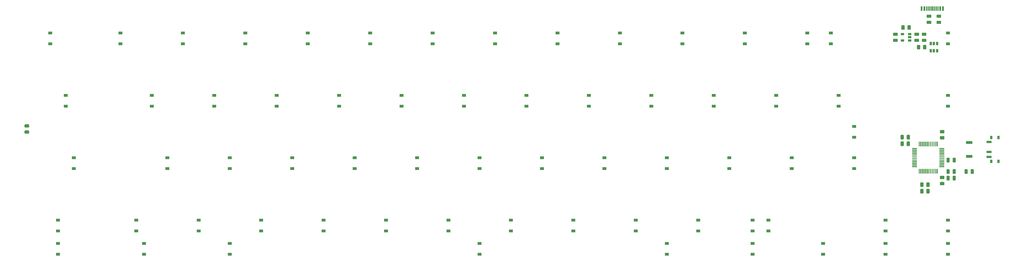
<source format=gbr>
G04 #@! TF.GenerationSoftware,KiCad,Pcbnew,5.1.5*
G04 #@! TF.CreationDate,2020-05-02T15:48:47+01:00*
G04 #@! TF.ProjectId,borsdorf,626f7273-646f-4726-962e-6b696361645f,rev?*
G04 #@! TF.SameCoordinates,Original*
G04 #@! TF.FileFunction,Paste,Bot*
G04 #@! TF.FilePolarity,Positive*
%FSLAX46Y46*%
G04 Gerber Fmt 4.6, Leading zero omitted, Abs format (unit mm)*
G04 Created by KiCad (PCBNEW 5.1.5) date 2020-05-02 15:48:47*
%MOMM*%
%LPD*%
G04 APERTURE LIST*
%ADD10R,1.200000X0.900000*%
%ADD11C,0.100000*%
%ADD12R,1.500000X0.700000*%
%ADD13R,0.800000X1.000000*%
%ADD14R,1.060000X0.650000*%
%ADD15R,0.650000X1.060000*%
%ADD16R,0.300000X1.450000*%
%ADD17R,0.600000X1.450000*%
G04 APERTURE END LIST*
D10*
X292893750Y-116221875D03*
X292893750Y-119521875D03*
D11*
G36*
X329730142Y-97451174D02*
G01*
X329753803Y-97454684D01*
X329777007Y-97460496D01*
X329799529Y-97468554D01*
X329821153Y-97478782D01*
X329841670Y-97491079D01*
X329860883Y-97505329D01*
X329878607Y-97521393D01*
X329894671Y-97539117D01*
X329908921Y-97558330D01*
X329921218Y-97578847D01*
X329931446Y-97600471D01*
X329939504Y-97622993D01*
X329945316Y-97646197D01*
X329948826Y-97669858D01*
X329950000Y-97693750D01*
X329950000Y-98181250D01*
X329948826Y-98205142D01*
X329945316Y-98228803D01*
X329939504Y-98252007D01*
X329931446Y-98274529D01*
X329921218Y-98296153D01*
X329908921Y-98316670D01*
X329894671Y-98335883D01*
X329878607Y-98353607D01*
X329860883Y-98369671D01*
X329841670Y-98383921D01*
X329821153Y-98396218D01*
X329799529Y-98406446D01*
X329777007Y-98414504D01*
X329753803Y-98420316D01*
X329730142Y-98423826D01*
X329706250Y-98425000D01*
X328793750Y-98425000D01*
X328769858Y-98423826D01*
X328746197Y-98420316D01*
X328722993Y-98414504D01*
X328700471Y-98406446D01*
X328678847Y-98396218D01*
X328658330Y-98383921D01*
X328639117Y-98369671D01*
X328621393Y-98353607D01*
X328605329Y-98335883D01*
X328591079Y-98316670D01*
X328578782Y-98296153D01*
X328568554Y-98274529D01*
X328560496Y-98252007D01*
X328554684Y-98228803D01*
X328551174Y-98205142D01*
X328550000Y-98181250D01*
X328550000Y-97693750D01*
X328551174Y-97669858D01*
X328554684Y-97646197D01*
X328560496Y-97622993D01*
X328568554Y-97600471D01*
X328578782Y-97578847D01*
X328591079Y-97558330D01*
X328605329Y-97539117D01*
X328621393Y-97521393D01*
X328639117Y-97505329D01*
X328658330Y-97491079D01*
X328678847Y-97478782D01*
X328700471Y-97468554D01*
X328722993Y-97460496D01*
X328746197Y-97454684D01*
X328769858Y-97451174D01*
X328793750Y-97450000D01*
X329706250Y-97450000D01*
X329730142Y-97451174D01*
G37*
G36*
X329730142Y-95576174D02*
G01*
X329753803Y-95579684D01*
X329777007Y-95585496D01*
X329799529Y-95593554D01*
X329821153Y-95603782D01*
X329841670Y-95616079D01*
X329860883Y-95630329D01*
X329878607Y-95646393D01*
X329894671Y-95664117D01*
X329908921Y-95683330D01*
X329921218Y-95703847D01*
X329931446Y-95725471D01*
X329939504Y-95747993D01*
X329945316Y-95771197D01*
X329948826Y-95794858D01*
X329950000Y-95818750D01*
X329950000Y-96306250D01*
X329948826Y-96330142D01*
X329945316Y-96353803D01*
X329939504Y-96377007D01*
X329931446Y-96399529D01*
X329921218Y-96421153D01*
X329908921Y-96441670D01*
X329894671Y-96460883D01*
X329878607Y-96478607D01*
X329860883Y-96494671D01*
X329841670Y-96508921D01*
X329821153Y-96521218D01*
X329799529Y-96531446D01*
X329777007Y-96539504D01*
X329753803Y-96545316D01*
X329730142Y-96548826D01*
X329706250Y-96550000D01*
X328793750Y-96550000D01*
X328769858Y-96548826D01*
X328746197Y-96545316D01*
X328722993Y-96539504D01*
X328700471Y-96531446D01*
X328678847Y-96521218D01*
X328658330Y-96508921D01*
X328639117Y-96494671D01*
X328621393Y-96478607D01*
X328605329Y-96460883D01*
X328591079Y-96441670D01*
X328578782Y-96421153D01*
X328568554Y-96399529D01*
X328560496Y-96377007D01*
X328554684Y-96353803D01*
X328551174Y-96330142D01*
X328550000Y-96306250D01*
X328550000Y-95818750D01*
X328551174Y-95794858D01*
X328554684Y-95771197D01*
X328560496Y-95747993D01*
X328568554Y-95725471D01*
X328578782Y-95703847D01*
X328591079Y-95683330D01*
X328605329Y-95664117D01*
X328621393Y-95646393D01*
X328639117Y-95630329D01*
X328658330Y-95616079D01*
X328678847Y-95603782D01*
X328700471Y-95593554D01*
X328722993Y-95585496D01*
X328746197Y-95579684D01*
X328769858Y-95576174D01*
X328793750Y-95575000D01*
X329706250Y-95575000D01*
X329730142Y-95576174D01*
G37*
G36*
X329730142Y-83451174D02*
G01*
X329753803Y-83454684D01*
X329777007Y-83460496D01*
X329799529Y-83468554D01*
X329821153Y-83478782D01*
X329841670Y-83491079D01*
X329860883Y-83505329D01*
X329878607Y-83521393D01*
X329894671Y-83539117D01*
X329908921Y-83558330D01*
X329921218Y-83578847D01*
X329931446Y-83600471D01*
X329939504Y-83622993D01*
X329945316Y-83646197D01*
X329948826Y-83669858D01*
X329950000Y-83693750D01*
X329950000Y-84181250D01*
X329948826Y-84205142D01*
X329945316Y-84228803D01*
X329939504Y-84252007D01*
X329931446Y-84274529D01*
X329921218Y-84296153D01*
X329908921Y-84316670D01*
X329894671Y-84335883D01*
X329878607Y-84353607D01*
X329860883Y-84369671D01*
X329841670Y-84383921D01*
X329821153Y-84396218D01*
X329799529Y-84406446D01*
X329777007Y-84414504D01*
X329753803Y-84420316D01*
X329730142Y-84423826D01*
X329706250Y-84425000D01*
X328793750Y-84425000D01*
X328769858Y-84423826D01*
X328746197Y-84420316D01*
X328722993Y-84414504D01*
X328700471Y-84406446D01*
X328678847Y-84396218D01*
X328658330Y-84383921D01*
X328639117Y-84369671D01*
X328621393Y-84353607D01*
X328605329Y-84335883D01*
X328591079Y-84316670D01*
X328578782Y-84296153D01*
X328568554Y-84274529D01*
X328560496Y-84252007D01*
X328554684Y-84228803D01*
X328551174Y-84205142D01*
X328550000Y-84181250D01*
X328550000Y-83693750D01*
X328551174Y-83669858D01*
X328554684Y-83646197D01*
X328560496Y-83622993D01*
X328568554Y-83600471D01*
X328578782Y-83578847D01*
X328591079Y-83558330D01*
X328605329Y-83539117D01*
X328621393Y-83521393D01*
X328639117Y-83505329D01*
X328658330Y-83491079D01*
X328678847Y-83478782D01*
X328700471Y-83468554D01*
X328722993Y-83460496D01*
X328746197Y-83454684D01*
X328769858Y-83451174D01*
X328793750Y-83450000D01*
X329706250Y-83450000D01*
X329730142Y-83451174D01*
G37*
G36*
X329730142Y-81576174D02*
G01*
X329753803Y-81579684D01*
X329777007Y-81585496D01*
X329799529Y-81593554D01*
X329821153Y-81603782D01*
X329841670Y-81616079D01*
X329860883Y-81630329D01*
X329878607Y-81646393D01*
X329894671Y-81664117D01*
X329908921Y-81683330D01*
X329921218Y-81703847D01*
X329931446Y-81725471D01*
X329939504Y-81747993D01*
X329945316Y-81771197D01*
X329948826Y-81794858D01*
X329950000Y-81818750D01*
X329950000Y-82306250D01*
X329948826Y-82330142D01*
X329945316Y-82353803D01*
X329939504Y-82377007D01*
X329931446Y-82399529D01*
X329921218Y-82421153D01*
X329908921Y-82441670D01*
X329894671Y-82460883D01*
X329878607Y-82478607D01*
X329860883Y-82494671D01*
X329841670Y-82508921D01*
X329821153Y-82521218D01*
X329799529Y-82531446D01*
X329777007Y-82539504D01*
X329753803Y-82545316D01*
X329730142Y-82548826D01*
X329706250Y-82550000D01*
X328793750Y-82550000D01*
X328769858Y-82548826D01*
X328746197Y-82545316D01*
X328722993Y-82539504D01*
X328700471Y-82531446D01*
X328678847Y-82521218D01*
X328658330Y-82508921D01*
X328639117Y-82494671D01*
X328621393Y-82478607D01*
X328605329Y-82460883D01*
X328591079Y-82441670D01*
X328578782Y-82421153D01*
X328568554Y-82399529D01*
X328560496Y-82377007D01*
X328554684Y-82353803D01*
X328551174Y-82330142D01*
X328550000Y-82306250D01*
X328550000Y-81818750D01*
X328551174Y-81794858D01*
X328554684Y-81771197D01*
X328560496Y-81747993D01*
X328568554Y-81725471D01*
X328578782Y-81703847D01*
X328591079Y-81683330D01*
X328605329Y-81664117D01*
X328621393Y-81646393D01*
X328639117Y-81630329D01*
X328658330Y-81616079D01*
X328678847Y-81603782D01*
X328700471Y-81593554D01*
X328722993Y-81585496D01*
X328746197Y-81579684D01*
X328769858Y-81576174D01*
X328793750Y-81575000D01*
X329706250Y-81575000D01*
X329730142Y-81576174D01*
G37*
G36*
X317330142Y-85051174D02*
G01*
X317353803Y-85054684D01*
X317377007Y-85060496D01*
X317399529Y-85068554D01*
X317421153Y-85078782D01*
X317441670Y-85091079D01*
X317460883Y-85105329D01*
X317478607Y-85121393D01*
X317494671Y-85139117D01*
X317508921Y-85158330D01*
X317521218Y-85178847D01*
X317531446Y-85200471D01*
X317539504Y-85222993D01*
X317545316Y-85246197D01*
X317548826Y-85269858D01*
X317550000Y-85293750D01*
X317550000Y-86206250D01*
X317548826Y-86230142D01*
X317545316Y-86253803D01*
X317539504Y-86277007D01*
X317531446Y-86299529D01*
X317521218Y-86321153D01*
X317508921Y-86341670D01*
X317494671Y-86360883D01*
X317478607Y-86378607D01*
X317460883Y-86394671D01*
X317441670Y-86408921D01*
X317421153Y-86421218D01*
X317399529Y-86431446D01*
X317377007Y-86439504D01*
X317353803Y-86445316D01*
X317330142Y-86448826D01*
X317306250Y-86450000D01*
X316818750Y-86450000D01*
X316794858Y-86448826D01*
X316771197Y-86445316D01*
X316747993Y-86439504D01*
X316725471Y-86431446D01*
X316703847Y-86421218D01*
X316683330Y-86408921D01*
X316664117Y-86394671D01*
X316646393Y-86378607D01*
X316630329Y-86360883D01*
X316616079Y-86341670D01*
X316603782Y-86321153D01*
X316593554Y-86299529D01*
X316585496Y-86277007D01*
X316579684Y-86253803D01*
X316576174Y-86230142D01*
X316575000Y-86206250D01*
X316575000Y-85293750D01*
X316576174Y-85269858D01*
X316579684Y-85246197D01*
X316585496Y-85222993D01*
X316593554Y-85200471D01*
X316603782Y-85178847D01*
X316616079Y-85158330D01*
X316630329Y-85139117D01*
X316646393Y-85121393D01*
X316664117Y-85105329D01*
X316683330Y-85091079D01*
X316703847Y-85078782D01*
X316725471Y-85068554D01*
X316747993Y-85060496D01*
X316771197Y-85054684D01*
X316794858Y-85051174D01*
X316818750Y-85050000D01*
X317306250Y-85050000D01*
X317330142Y-85051174D01*
G37*
G36*
X319205142Y-85051174D02*
G01*
X319228803Y-85054684D01*
X319252007Y-85060496D01*
X319274529Y-85068554D01*
X319296153Y-85078782D01*
X319316670Y-85091079D01*
X319335883Y-85105329D01*
X319353607Y-85121393D01*
X319369671Y-85139117D01*
X319383921Y-85158330D01*
X319396218Y-85178847D01*
X319406446Y-85200471D01*
X319414504Y-85222993D01*
X319420316Y-85246197D01*
X319423826Y-85269858D01*
X319425000Y-85293750D01*
X319425000Y-86206250D01*
X319423826Y-86230142D01*
X319420316Y-86253803D01*
X319414504Y-86277007D01*
X319406446Y-86299529D01*
X319396218Y-86321153D01*
X319383921Y-86341670D01*
X319369671Y-86360883D01*
X319353607Y-86378607D01*
X319335883Y-86394671D01*
X319316670Y-86408921D01*
X319296153Y-86421218D01*
X319274529Y-86431446D01*
X319252007Y-86439504D01*
X319228803Y-86445316D01*
X319205142Y-86448826D01*
X319181250Y-86450000D01*
X318693750Y-86450000D01*
X318669858Y-86448826D01*
X318646197Y-86445316D01*
X318622993Y-86439504D01*
X318600471Y-86431446D01*
X318578847Y-86421218D01*
X318558330Y-86408921D01*
X318539117Y-86394671D01*
X318521393Y-86378607D01*
X318505329Y-86360883D01*
X318491079Y-86341670D01*
X318478782Y-86321153D01*
X318468554Y-86299529D01*
X318460496Y-86277007D01*
X318454684Y-86253803D01*
X318451174Y-86230142D01*
X318450000Y-86206250D01*
X318450000Y-85293750D01*
X318451174Y-85269858D01*
X318454684Y-85246197D01*
X318460496Y-85222993D01*
X318468554Y-85200471D01*
X318478782Y-85178847D01*
X318491079Y-85158330D01*
X318505329Y-85139117D01*
X318521393Y-85121393D01*
X318539117Y-85105329D01*
X318558330Y-85091079D01*
X318578847Y-85078782D01*
X318600471Y-85068554D01*
X318622993Y-85060496D01*
X318646197Y-85054684D01*
X318669858Y-85051174D01*
X318693750Y-85050000D01*
X319181250Y-85050000D01*
X319205142Y-85051174D01*
G37*
G36*
X319205142Y-83051174D02*
G01*
X319228803Y-83054684D01*
X319252007Y-83060496D01*
X319274529Y-83068554D01*
X319296153Y-83078782D01*
X319316670Y-83091079D01*
X319335883Y-83105329D01*
X319353607Y-83121393D01*
X319369671Y-83139117D01*
X319383921Y-83158330D01*
X319396218Y-83178847D01*
X319406446Y-83200471D01*
X319414504Y-83222993D01*
X319420316Y-83246197D01*
X319423826Y-83269858D01*
X319425000Y-83293750D01*
X319425000Y-84206250D01*
X319423826Y-84230142D01*
X319420316Y-84253803D01*
X319414504Y-84277007D01*
X319406446Y-84299529D01*
X319396218Y-84321153D01*
X319383921Y-84341670D01*
X319369671Y-84360883D01*
X319353607Y-84378607D01*
X319335883Y-84394671D01*
X319316670Y-84408921D01*
X319296153Y-84421218D01*
X319274529Y-84431446D01*
X319252007Y-84439504D01*
X319228803Y-84445316D01*
X319205142Y-84448826D01*
X319181250Y-84450000D01*
X318693750Y-84450000D01*
X318669858Y-84448826D01*
X318646197Y-84445316D01*
X318622993Y-84439504D01*
X318600471Y-84431446D01*
X318578847Y-84421218D01*
X318558330Y-84408921D01*
X318539117Y-84394671D01*
X318521393Y-84378607D01*
X318505329Y-84360883D01*
X318491079Y-84341670D01*
X318478782Y-84321153D01*
X318468554Y-84299529D01*
X318460496Y-84277007D01*
X318454684Y-84253803D01*
X318451174Y-84230142D01*
X318450000Y-84206250D01*
X318450000Y-83293750D01*
X318451174Y-83269858D01*
X318454684Y-83246197D01*
X318460496Y-83222993D01*
X318468554Y-83200471D01*
X318478782Y-83178847D01*
X318491079Y-83158330D01*
X318505329Y-83139117D01*
X318521393Y-83121393D01*
X318539117Y-83105329D01*
X318558330Y-83091079D01*
X318578847Y-83078782D01*
X318600471Y-83068554D01*
X318622993Y-83060496D01*
X318646197Y-83054684D01*
X318669858Y-83051174D01*
X318693750Y-83050000D01*
X319181250Y-83050000D01*
X319205142Y-83051174D01*
G37*
G36*
X317330142Y-83051174D02*
G01*
X317353803Y-83054684D01*
X317377007Y-83060496D01*
X317399529Y-83068554D01*
X317421153Y-83078782D01*
X317441670Y-83091079D01*
X317460883Y-83105329D01*
X317478607Y-83121393D01*
X317494671Y-83139117D01*
X317508921Y-83158330D01*
X317521218Y-83178847D01*
X317531446Y-83200471D01*
X317539504Y-83222993D01*
X317545316Y-83246197D01*
X317548826Y-83269858D01*
X317550000Y-83293750D01*
X317550000Y-84206250D01*
X317548826Y-84230142D01*
X317545316Y-84253803D01*
X317539504Y-84277007D01*
X317531446Y-84299529D01*
X317521218Y-84321153D01*
X317508921Y-84341670D01*
X317494671Y-84360883D01*
X317478607Y-84378607D01*
X317460883Y-84394671D01*
X317441670Y-84408921D01*
X317421153Y-84421218D01*
X317399529Y-84431446D01*
X317377007Y-84439504D01*
X317353803Y-84445316D01*
X317330142Y-84448826D01*
X317306250Y-84450000D01*
X316818750Y-84450000D01*
X316794858Y-84448826D01*
X316771197Y-84445316D01*
X316747993Y-84439504D01*
X316725471Y-84431446D01*
X316703847Y-84421218D01*
X316683330Y-84408921D01*
X316664117Y-84394671D01*
X316646393Y-84378607D01*
X316630329Y-84360883D01*
X316616079Y-84341670D01*
X316603782Y-84321153D01*
X316593554Y-84299529D01*
X316585496Y-84277007D01*
X316579684Y-84253803D01*
X316576174Y-84230142D01*
X316575000Y-84206250D01*
X316575000Y-83293750D01*
X316576174Y-83269858D01*
X316579684Y-83246197D01*
X316585496Y-83222993D01*
X316593554Y-83200471D01*
X316603782Y-83178847D01*
X316616079Y-83158330D01*
X316630329Y-83139117D01*
X316646393Y-83121393D01*
X316664117Y-83105329D01*
X316683330Y-83091079D01*
X316703847Y-83078782D01*
X316725471Y-83068554D01*
X316747993Y-83060496D01*
X316771197Y-83054684D01*
X316794858Y-83051174D01*
X316818750Y-83050000D01*
X317306250Y-83050000D01*
X317330142Y-83051174D01*
G37*
G36*
X325205142Y-99551174D02*
G01*
X325228803Y-99554684D01*
X325252007Y-99560496D01*
X325274529Y-99568554D01*
X325296153Y-99578782D01*
X325316670Y-99591079D01*
X325335883Y-99605329D01*
X325353607Y-99621393D01*
X325369671Y-99639117D01*
X325383921Y-99658330D01*
X325396218Y-99678847D01*
X325406446Y-99700471D01*
X325414504Y-99722993D01*
X325420316Y-99746197D01*
X325423826Y-99769858D01*
X325425000Y-99793750D01*
X325425000Y-100706250D01*
X325423826Y-100730142D01*
X325420316Y-100753803D01*
X325414504Y-100777007D01*
X325406446Y-100799529D01*
X325396218Y-100821153D01*
X325383921Y-100841670D01*
X325369671Y-100860883D01*
X325353607Y-100878607D01*
X325335883Y-100894671D01*
X325316670Y-100908921D01*
X325296153Y-100921218D01*
X325274529Y-100931446D01*
X325252007Y-100939504D01*
X325228803Y-100945316D01*
X325205142Y-100948826D01*
X325181250Y-100950000D01*
X324693750Y-100950000D01*
X324669858Y-100948826D01*
X324646197Y-100945316D01*
X324622993Y-100939504D01*
X324600471Y-100931446D01*
X324578847Y-100921218D01*
X324558330Y-100908921D01*
X324539117Y-100894671D01*
X324521393Y-100878607D01*
X324505329Y-100860883D01*
X324491079Y-100841670D01*
X324478782Y-100821153D01*
X324468554Y-100799529D01*
X324460496Y-100777007D01*
X324454684Y-100753803D01*
X324451174Y-100730142D01*
X324450000Y-100706250D01*
X324450000Y-99793750D01*
X324451174Y-99769858D01*
X324454684Y-99746197D01*
X324460496Y-99722993D01*
X324468554Y-99700471D01*
X324478782Y-99678847D01*
X324491079Y-99658330D01*
X324505329Y-99639117D01*
X324521393Y-99621393D01*
X324539117Y-99605329D01*
X324558330Y-99591079D01*
X324578847Y-99578782D01*
X324600471Y-99568554D01*
X324622993Y-99560496D01*
X324646197Y-99554684D01*
X324669858Y-99551174D01*
X324693750Y-99550000D01*
X325181250Y-99550000D01*
X325205142Y-99551174D01*
G37*
G36*
X323330142Y-99551174D02*
G01*
X323353803Y-99554684D01*
X323377007Y-99560496D01*
X323399529Y-99568554D01*
X323421153Y-99578782D01*
X323441670Y-99591079D01*
X323460883Y-99605329D01*
X323478607Y-99621393D01*
X323494671Y-99639117D01*
X323508921Y-99658330D01*
X323521218Y-99678847D01*
X323531446Y-99700471D01*
X323539504Y-99722993D01*
X323545316Y-99746197D01*
X323548826Y-99769858D01*
X323550000Y-99793750D01*
X323550000Y-100706250D01*
X323548826Y-100730142D01*
X323545316Y-100753803D01*
X323539504Y-100777007D01*
X323531446Y-100799529D01*
X323521218Y-100821153D01*
X323508921Y-100841670D01*
X323494671Y-100860883D01*
X323478607Y-100878607D01*
X323460883Y-100894671D01*
X323441670Y-100908921D01*
X323421153Y-100921218D01*
X323399529Y-100931446D01*
X323377007Y-100939504D01*
X323353803Y-100945316D01*
X323330142Y-100948826D01*
X323306250Y-100950000D01*
X322818750Y-100950000D01*
X322794858Y-100948826D01*
X322771197Y-100945316D01*
X322747993Y-100939504D01*
X322725471Y-100931446D01*
X322703847Y-100921218D01*
X322683330Y-100908921D01*
X322664117Y-100894671D01*
X322646393Y-100878607D01*
X322630329Y-100860883D01*
X322616079Y-100841670D01*
X322603782Y-100821153D01*
X322593554Y-100799529D01*
X322585496Y-100777007D01*
X322579684Y-100753803D01*
X322576174Y-100730142D01*
X322575000Y-100706250D01*
X322575000Y-99793750D01*
X322576174Y-99769858D01*
X322579684Y-99746197D01*
X322585496Y-99722993D01*
X322593554Y-99700471D01*
X322603782Y-99678847D01*
X322616079Y-99658330D01*
X322630329Y-99639117D01*
X322646393Y-99621393D01*
X322664117Y-99605329D01*
X322683330Y-99591079D01*
X322703847Y-99578782D01*
X322725471Y-99568554D01*
X322747993Y-99560496D01*
X322771197Y-99554684D01*
X322794858Y-99551174D01*
X322818750Y-99550000D01*
X323306250Y-99550000D01*
X323330142Y-99551174D01*
G37*
G36*
X323330142Y-97551174D02*
G01*
X323353803Y-97554684D01*
X323377007Y-97560496D01*
X323399529Y-97568554D01*
X323421153Y-97578782D01*
X323441670Y-97591079D01*
X323460883Y-97605329D01*
X323478607Y-97621393D01*
X323494671Y-97639117D01*
X323508921Y-97658330D01*
X323521218Y-97678847D01*
X323531446Y-97700471D01*
X323539504Y-97722993D01*
X323545316Y-97746197D01*
X323548826Y-97769858D01*
X323550000Y-97793750D01*
X323550000Y-98706250D01*
X323548826Y-98730142D01*
X323545316Y-98753803D01*
X323539504Y-98777007D01*
X323531446Y-98799529D01*
X323521218Y-98821153D01*
X323508921Y-98841670D01*
X323494671Y-98860883D01*
X323478607Y-98878607D01*
X323460883Y-98894671D01*
X323441670Y-98908921D01*
X323421153Y-98921218D01*
X323399529Y-98931446D01*
X323377007Y-98939504D01*
X323353803Y-98945316D01*
X323330142Y-98948826D01*
X323306250Y-98950000D01*
X322818750Y-98950000D01*
X322794858Y-98948826D01*
X322771197Y-98945316D01*
X322747993Y-98939504D01*
X322725471Y-98931446D01*
X322703847Y-98921218D01*
X322683330Y-98908921D01*
X322664117Y-98894671D01*
X322646393Y-98878607D01*
X322630329Y-98860883D01*
X322616079Y-98841670D01*
X322603782Y-98821153D01*
X322593554Y-98799529D01*
X322585496Y-98777007D01*
X322579684Y-98753803D01*
X322576174Y-98730142D01*
X322575000Y-98706250D01*
X322575000Y-97793750D01*
X322576174Y-97769858D01*
X322579684Y-97746197D01*
X322585496Y-97722993D01*
X322593554Y-97700471D01*
X322603782Y-97678847D01*
X322616079Y-97658330D01*
X322630329Y-97639117D01*
X322646393Y-97621393D01*
X322664117Y-97605329D01*
X322683330Y-97591079D01*
X322703847Y-97578782D01*
X322725471Y-97568554D01*
X322747993Y-97560496D01*
X322771197Y-97554684D01*
X322794858Y-97551174D01*
X322818750Y-97550000D01*
X323306250Y-97550000D01*
X323330142Y-97551174D01*
G37*
G36*
X325205142Y-97551174D02*
G01*
X325228803Y-97554684D01*
X325252007Y-97560496D01*
X325274529Y-97568554D01*
X325296153Y-97578782D01*
X325316670Y-97591079D01*
X325335883Y-97605329D01*
X325353607Y-97621393D01*
X325369671Y-97639117D01*
X325383921Y-97658330D01*
X325396218Y-97678847D01*
X325406446Y-97700471D01*
X325414504Y-97722993D01*
X325420316Y-97746197D01*
X325423826Y-97769858D01*
X325425000Y-97793750D01*
X325425000Y-98706250D01*
X325423826Y-98730142D01*
X325420316Y-98753803D01*
X325414504Y-98777007D01*
X325406446Y-98799529D01*
X325396218Y-98821153D01*
X325383921Y-98841670D01*
X325369671Y-98860883D01*
X325353607Y-98878607D01*
X325335883Y-98894671D01*
X325316670Y-98908921D01*
X325296153Y-98921218D01*
X325274529Y-98931446D01*
X325252007Y-98939504D01*
X325228803Y-98945316D01*
X325205142Y-98948826D01*
X325181250Y-98950000D01*
X324693750Y-98950000D01*
X324669858Y-98948826D01*
X324646197Y-98945316D01*
X324622993Y-98939504D01*
X324600471Y-98931446D01*
X324578847Y-98921218D01*
X324558330Y-98908921D01*
X324539117Y-98894671D01*
X324521393Y-98878607D01*
X324505329Y-98860883D01*
X324491079Y-98841670D01*
X324478782Y-98821153D01*
X324468554Y-98799529D01*
X324460496Y-98777007D01*
X324454684Y-98753803D01*
X324451174Y-98730142D01*
X324450000Y-98706250D01*
X324450000Y-97793750D01*
X324451174Y-97769858D01*
X324454684Y-97746197D01*
X324460496Y-97722993D01*
X324468554Y-97700471D01*
X324478782Y-97678847D01*
X324491079Y-97658330D01*
X324505329Y-97639117D01*
X324521393Y-97621393D01*
X324539117Y-97605329D01*
X324558330Y-97591079D01*
X324578847Y-97578782D01*
X324600471Y-97568554D01*
X324622993Y-97560496D01*
X324646197Y-97554684D01*
X324669858Y-97551174D01*
X324693750Y-97550000D01*
X325181250Y-97550000D01*
X325205142Y-97551174D01*
G37*
G36*
X336830142Y-93551174D02*
G01*
X336853803Y-93554684D01*
X336877007Y-93560496D01*
X336899529Y-93568554D01*
X336921153Y-93578782D01*
X336941670Y-93591079D01*
X336960883Y-93605329D01*
X336978607Y-93621393D01*
X336994671Y-93639117D01*
X337008921Y-93658330D01*
X337021218Y-93678847D01*
X337031446Y-93700471D01*
X337039504Y-93722993D01*
X337045316Y-93746197D01*
X337048826Y-93769858D01*
X337050000Y-93793750D01*
X337050000Y-94706250D01*
X337048826Y-94730142D01*
X337045316Y-94753803D01*
X337039504Y-94777007D01*
X337031446Y-94799529D01*
X337021218Y-94821153D01*
X337008921Y-94841670D01*
X336994671Y-94860883D01*
X336978607Y-94878607D01*
X336960883Y-94894671D01*
X336941670Y-94908921D01*
X336921153Y-94921218D01*
X336899529Y-94931446D01*
X336877007Y-94939504D01*
X336853803Y-94945316D01*
X336830142Y-94948826D01*
X336806250Y-94950000D01*
X336318750Y-94950000D01*
X336294858Y-94948826D01*
X336271197Y-94945316D01*
X336247993Y-94939504D01*
X336225471Y-94931446D01*
X336203847Y-94921218D01*
X336183330Y-94908921D01*
X336164117Y-94894671D01*
X336146393Y-94878607D01*
X336130329Y-94860883D01*
X336116079Y-94841670D01*
X336103782Y-94821153D01*
X336093554Y-94799529D01*
X336085496Y-94777007D01*
X336079684Y-94753803D01*
X336076174Y-94730142D01*
X336075000Y-94706250D01*
X336075000Y-93793750D01*
X336076174Y-93769858D01*
X336079684Y-93746197D01*
X336085496Y-93722993D01*
X336093554Y-93700471D01*
X336103782Y-93678847D01*
X336116079Y-93658330D01*
X336130329Y-93639117D01*
X336146393Y-93621393D01*
X336164117Y-93605329D01*
X336183330Y-93591079D01*
X336203847Y-93578782D01*
X336225471Y-93568554D01*
X336247993Y-93560496D01*
X336271197Y-93554684D01*
X336294858Y-93551174D01*
X336318750Y-93550000D01*
X336806250Y-93550000D01*
X336830142Y-93551174D01*
G37*
G36*
X338705142Y-93551174D02*
G01*
X338728803Y-93554684D01*
X338752007Y-93560496D01*
X338774529Y-93568554D01*
X338796153Y-93578782D01*
X338816670Y-93591079D01*
X338835883Y-93605329D01*
X338853607Y-93621393D01*
X338869671Y-93639117D01*
X338883921Y-93658330D01*
X338896218Y-93678847D01*
X338906446Y-93700471D01*
X338914504Y-93722993D01*
X338920316Y-93746197D01*
X338923826Y-93769858D01*
X338925000Y-93793750D01*
X338925000Y-94706250D01*
X338923826Y-94730142D01*
X338920316Y-94753803D01*
X338914504Y-94777007D01*
X338906446Y-94799529D01*
X338896218Y-94821153D01*
X338883921Y-94841670D01*
X338869671Y-94860883D01*
X338853607Y-94878607D01*
X338835883Y-94894671D01*
X338816670Y-94908921D01*
X338796153Y-94921218D01*
X338774529Y-94931446D01*
X338752007Y-94939504D01*
X338728803Y-94945316D01*
X338705142Y-94948826D01*
X338681250Y-94950000D01*
X338193750Y-94950000D01*
X338169858Y-94948826D01*
X338146197Y-94945316D01*
X338122993Y-94939504D01*
X338100471Y-94931446D01*
X338078847Y-94921218D01*
X338058330Y-94908921D01*
X338039117Y-94894671D01*
X338021393Y-94878607D01*
X338005329Y-94860883D01*
X337991079Y-94841670D01*
X337978782Y-94821153D01*
X337968554Y-94799529D01*
X337960496Y-94777007D01*
X337954684Y-94753803D01*
X337951174Y-94730142D01*
X337950000Y-94706250D01*
X337950000Y-93793750D01*
X337951174Y-93769858D01*
X337954684Y-93746197D01*
X337960496Y-93722993D01*
X337968554Y-93700471D01*
X337978782Y-93678847D01*
X337991079Y-93658330D01*
X338005329Y-93639117D01*
X338021393Y-93621393D01*
X338039117Y-93605329D01*
X338058330Y-93591079D01*
X338078847Y-93578782D01*
X338100471Y-93568554D01*
X338122993Y-93560496D01*
X338146197Y-93554684D01*
X338169858Y-93551174D01*
X338193750Y-93550000D01*
X338681250Y-93550000D01*
X338705142Y-93551174D01*
G37*
G36*
X322330142Y-55551174D02*
G01*
X322353803Y-55554684D01*
X322377007Y-55560496D01*
X322399529Y-55568554D01*
X322421153Y-55578782D01*
X322441670Y-55591079D01*
X322460883Y-55605329D01*
X322478607Y-55621393D01*
X322494671Y-55639117D01*
X322508921Y-55658330D01*
X322521218Y-55678847D01*
X322531446Y-55700471D01*
X322539504Y-55722993D01*
X322545316Y-55746197D01*
X322548826Y-55769858D01*
X322550000Y-55793750D01*
X322550000Y-56706250D01*
X322548826Y-56730142D01*
X322545316Y-56753803D01*
X322539504Y-56777007D01*
X322531446Y-56799529D01*
X322521218Y-56821153D01*
X322508921Y-56841670D01*
X322494671Y-56860883D01*
X322478607Y-56878607D01*
X322460883Y-56894671D01*
X322441670Y-56908921D01*
X322421153Y-56921218D01*
X322399529Y-56931446D01*
X322377007Y-56939504D01*
X322353803Y-56945316D01*
X322330142Y-56948826D01*
X322306250Y-56950000D01*
X321818750Y-56950000D01*
X321794858Y-56948826D01*
X321771197Y-56945316D01*
X321747993Y-56939504D01*
X321725471Y-56931446D01*
X321703847Y-56921218D01*
X321683330Y-56908921D01*
X321664117Y-56894671D01*
X321646393Y-56878607D01*
X321630329Y-56860883D01*
X321616079Y-56841670D01*
X321603782Y-56821153D01*
X321593554Y-56799529D01*
X321585496Y-56777007D01*
X321579684Y-56753803D01*
X321576174Y-56730142D01*
X321575000Y-56706250D01*
X321575000Y-55793750D01*
X321576174Y-55769858D01*
X321579684Y-55746197D01*
X321585496Y-55722993D01*
X321593554Y-55700471D01*
X321603782Y-55678847D01*
X321616079Y-55658330D01*
X321630329Y-55639117D01*
X321646393Y-55621393D01*
X321664117Y-55605329D01*
X321683330Y-55591079D01*
X321703847Y-55578782D01*
X321725471Y-55568554D01*
X321747993Y-55560496D01*
X321771197Y-55554684D01*
X321794858Y-55551174D01*
X321818750Y-55550000D01*
X322306250Y-55550000D01*
X322330142Y-55551174D01*
G37*
G36*
X324205142Y-55551174D02*
G01*
X324228803Y-55554684D01*
X324252007Y-55560496D01*
X324274529Y-55568554D01*
X324296153Y-55578782D01*
X324316670Y-55591079D01*
X324335883Y-55605329D01*
X324353607Y-55621393D01*
X324369671Y-55639117D01*
X324383921Y-55658330D01*
X324396218Y-55678847D01*
X324406446Y-55700471D01*
X324414504Y-55722993D01*
X324420316Y-55746197D01*
X324423826Y-55769858D01*
X324425000Y-55793750D01*
X324425000Y-56706250D01*
X324423826Y-56730142D01*
X324420316Y-56753803D01*
X324414504Y-56777007D01*
X324406446Y-56799529D01*
X324396218Y-56821153D01*
X324383921Y-56841670D01*
X324369671Y-56860883D01*
X324353607Y-56878607D01*
X324335883Y-56894671D01*
X324316670Y-56908921D01*
X324296153Y-56921218D01*
X324274529Y-56931446D01*
X324252007Y-56939504D01*
X324228803Y-56945316D01*
X324205142Y-56948826D01*
X324181250Y-56950000D01*
X323693750Y-56950000D01*
X323669858Y-56948826D01*
X323646197Y-56945316D01*
X323622993Y-56939504D01*
X323600471Y-56931446D01*
X323578847Y-56921218D01*
X323558330Y-56908921D01*
X323539117Y-56894671D01*
X323521393Y-56878607D01*
X323505329Y-56860883D01*
X323491079Y-56841670D01*
X323478782Y-56821153D01*
X323468554Y-56799529D01*
X323460496Y-56777007D01*
X323454684Y-56753803D01*
X323451174Y-56730142D01*
X323450000Y-56706250D01*
X323450000Y-55793750D01*
X323451174Y-55769858D01*
X323454684Y-55746197D01*
X323460496Y-55722993D01*
X323468554Y-55700471D01*
X323478782Y-55678847D01*
X323491079Y-55658330D01*
X323505329Y-55639117D01*
X323521393Y-55621393D01*
X323539117Y-55605329D01*
X323558330Y-55591079D01*
X323578847Y-55578782D01*
X323600471Y-55568554D01*
X323622993Y-55560496D01*
X323646197Y-55554684D01*
X323669858Y-55551174D01*
X323693750Y-55550000D01*
X324181250Y-55550000D01*
X324205142Y-55551174D01*
G37*
G36*
X321980142Y-53701174D02*
G01*
X322003803Y-53704684D01*
X322027007Y-53710496D01*
X322049529Y-53718554D01*
X322071153Y-53728782D01*
X322091670Y-53741079D01*
X322110883Y-53755329D01*
X322128607Y-53771393D01*
X322144671Y-53789117D01*
X322158921Y-53808330D01*
X322171218Y-53828847D01*
X322181446Y-53850471D01*
X322189504Y-53872993D01*
X322195316Y-53896197D01*
X322198826Y-53919858D01*
X322200000Y-53943750D01*
X322200000Y-54431250D01*
X322198826Y-54455142D01*
X322195316Y-54478803D01*
X322189504Y-54502007D01*
X322181446Y-54524529D01*
X322171218Y-54546153D01*
X322158921Y-54566670D01*
X322144671Y-54585883D01*
X322128607Y-54603607D01*
X322110883Y-54619671D01*
X322091670Y-54633921D01*
X322071153Y-54646218D01*
X322049529Y-54656446D01*
X322027007Y-54664504D01*
X322003803Y-54670316D01*
X321980142Y-54673826D01*
X321956250Y-54675000D01*
X321043750Y-54675000D01*
X321019858Y-54673826D01*
X320996197Y-54670316D01*
X320972993Y-54664504D01*
X320950471Y-54656446D01*
X320928847Y-54646218D01*
X320908330Y-54633921D01*
X320889117Y-54619671D01*
X320871393Y-54603607D01*
X320855329Y-54585883D01*
X320841079Y-54566670D01*
X320828782Y-54546153D01*
X320818554Y-54524529D01*
X320810496Y-54502007D01*
X320804684Y-54478803D01*
X320801174Y-54455142D01*
X320800000Y-54431250D01*
X320800000Y-53943750D01*
X320801174Y-53919858D01*
X320804684Y-53896197D01*
X320810496Y-53872993D01*
X320818554Y-53850471D01*
X320828782Y-53828847D01*
X320841079Y-53808330D01*
X320855329Y-53789117D01*
X320871393Y-53771393D01*
X320889117Y-53755329D01*
X320908330Y-53741079D01*
X320928847Y-53728782D01*
X320950471Y-53718554D01*
X320972993Y-53710496D01*
X320996197Y-53704684D01*
X321019858Y-53701174D01*
X321043750Y-53700000D01*
X321956250Y-53700000D01*
X321980142Y-53701174D01*
G37*
G36*
X321980142Y-51826174D02*
G01*
X322003803Y-51829684D01*
X322027007Y-51835496D01*
X322049529Y-51843554D01*
X322071153Y-51853782D01*
X322091670Y-51866079D01*
X322110883Y-51880329D01*
X322128607Y-51896393D01*
X322144671Y-51914117D01*
X322158921Y-51933330D01*
X322171218Y-51953847D01*
X322181446Y-51975471D01*
X322189504Y-51997993D01*
X322195316Y-52021197D01*
X322198826Y-52044858D01*
X322200000Y-52068750D01*
X322200000Y-52556250D01*
X322198826Y-52580142D01*
X322195316Y-52603803D01*
X322189504Y-52627007D01*
X322181446Y-52649529D01*
X322171218Y-52671153D01*
X322158921Y-52691670D01*
X322144671Y-52710883D01*
X322128607Y-52728607D01*
X322110883Y-52744671D01*
X322091670Y-52758921D01*
X322071153Y-52771218D01*
X322049529Y-52781446D01*
X322027007Y-52789504D01*
X322003803Y-52795316D01*
X321980142Y-52798826D01*
X321956250Y-52800000D01*
X321043750Y-52800000D01*
X321019858Y-52798826D01*
X320996197Y-52795316D01*
X320972993Y-52789504D01*
X320950471Y-52781446D01*
X320928847Y-52771218D01*
X320908330Y-52758921D01*
X320889117Y-52744671D01*
X320871393Y-52728607D01*
X320855329Y-52710883D01*
X320841079Y-52691670D01*
X320828782Y-52671153D01*
X320818554Y-52649529D01*
X320810496Y-52627007D01*
X320804684Y-52603803D01*
X320801174Y-52580142D01*
X320800000Y-52556250D01*
X320800000Y-52068750D01*
X320801174Y-52044858D01*
X320804684Y-52021197D01*
X320810496Y-51997993D01*
X320818554Y-51975471D01*
X320828782Y-51953847D01*
X320841079Y-51933330D01*
X320855329Y-51914117D01*
X320871393Y-51896393D01*
X320889117Y-51880329D01*
X320908330Y-51866079D01*
X320928847Y-51853782D01*
X320950471Y-51843554D01*
X320972993Y-51835496D01*
X320996197Y-51829684D01*
X321019858Y-51826174D01*
X321043750Y-51825000D01*
X321956250Y-51825000D01*
X321980142Y-51826174D01*
G37*
G36*
X315480142Y-53701174D02*
G01*
X315503803Y-53704684D01*
X315527007Y-53710496D01*
X315549529Y-53718554D01*
X315571153Y-53728782D01*
X315591670Y-53741079D01*
X315610883Y-53755329D01*
X315628607Y-53771393D01*
X315644671Y-53789117D01*
X315658921Y-53808330D01*
X315671218Y-53828847D01*
X315681446Y-53850471D01*
X315689504Y-53872993D01*
X315695316Y-53896197D01*
X315698826Y-53919858D01*
X315700000Y-53943750D01*
X315700000Y-54431250D01*
X315698826Y-54455142D01*
X315695316Y-54478803D01*
X315689504Y-54502007D01*
X315681446Y-54524529D01*
X315671218Y-54546153D01*
X315658921Y-54566670D01*
X315644671Y-54585883D01*
X315628607Y-54603607D01*
X315610883Y-54619671D01*
X315591670Y-54633921D01*
X315571153Y-54646218D01*
X315549529Y-54656446D01*
X315527007Y-54664504D01*
X315503803Y-54670316D01*
X315480142Y-54673826D01*
X315456250Y-54675000D01*
X314543750Y-54675000D01*
X314519858Y-54673826D01*
X314496197Y-54670316D01*
X314472993Y-54664504D01*
X314450471Y-54656446D01*
X314428847Y-54646218D01*
X314408330Y-54633921D01*
X314389117Y-54619671D01*
X314371393Y-54603607D01*
X314355329Y-54585883D01*
X314341079Y-54566670D01*
X314328782Y-54546153D01*
X314318554Y-54524529D01*
X314310496Y-54502007D01*
X314304684Y-54478803D01*
X314301174Y-54455142D01*
X314300000Y-54431250D01*
X314300000Y-53943750D01*
X314301174Y-53919858D01*
X314304684Y-53896197D01*
X314310496Y-53872993D01*
X314318554Y-53850471D01*
X314328782Y-53828847D01*
X314341079Y-53808330D01*
X314355329Y-53789117D01*
X314371393Y-53771393D01*
X314389117Y-53755329D01*
X314408330Y-53741079D01*
X314428847Y-53728782D01*
X314450471Y-53718554D01*
X314472993Y-53710496D01*
X314496197Y-53704684D01*
X314519858Y-53701174D01*
X314543750Y-53700000D01*
X315456250Y-53700000D01*
X315480142Y-53701174D01*
G37*
G36*
X315480142Y-51826174D02*
G01*
X315503803Y-51829684D01*
X315527007Y-51835496D01*
X315549529Y-51843554D01*
X315571153Y-51853782D01*
X315591670Y-51866079D01*
X315610883Y-51880329D01*
X315628607Y-51896393D01*
X315644671Y-51914117D01*
X315658921Y-51933330D01*
X315671218Y-51953847D01*
X315681446Y-51975471D01*
X315689504Y-51997993D01*
X315695316Y-52021197D01*
X315698826Y-52044858D01*
X315700000Y-52068750D01*
X315700000Y-52556250D01*
X315698826Y-52580142D01*
X315695316Y-52603803D01*
X315689504Y-52627007D01*
X315681446Y-52649529D01*
X315671218Y-52671153D01*
X315658921Y-52691670D01*
X315644671Y-52710883D01*
X315628607Y-52728607D01*
X315610883Y-52744671D01*
X315591670Y-52758921D01*
X315571153Y-52771218D01*
X315549529Y-52781446D01*
X315527007Y-52789504D01*
X315503803Y-52795316D01*
X315480142Y-52798826D01*
X315456250Y-52800000D01*
X314543750Y-52800000D01*
X314519858Y-52798826D01*
X314496197Y-52795316D01*
X314472993Y-52789504D01*
X314450471Y-52781446D01*
X314428847Y-52771218D01*
X314408330Y-52758921D01*
X314389117Y-52744671D01*
X314371393Y-52728607D01*
X314355329Y-52710883D01*
X314341079Y-52691670D01*
X314328782Y-52671153D01*
X314318554Y-52649529D01*
X314310496Y-52627007D01*
X314304684Y-52603803D01*
X314301174Y-52580142D01*
X314300000Y-52556250D01*
X314300000Y-52068750D01*
X314301174Y-52044858D01*
X314304684Y-52021197D01*
X314310496Y-51997993D01*
X314318554Y-51975471D01*
X314328782Y-51953847D01*
X314341079Y-51933330D01*
X314355329Y-51914117D01*
X314371393Y-51896393D01*
X314389117Y-51880329D01*
X314408330Y-51866079D01*
X314428847Y-51853782D01*
X314450471Y-51843554D01*
X314472993Y-51835496D01*
X314496197Y-51829684D01*
X314519858Y-51826174D01*
X314543750Y-51825000D01*
X315456250Y-51825000D01*
X315480142Y-51826174D01*
G37*
G36*
X319455142Y-49551174D02*
G01*
X319478803Y-49554684D01*
X319502007Y-49560496D01*
X319524529Y-49568554D01*
X319546153Y-49578782D01*
X319566670Y-49591079D01*
X319585883Y-49605329D01*
X319603607Y-49621393D01*
X319619671Y-49639117D01*
X319633921Y-49658330D01*
X319646218Y-49678847D01*
X319656446Y-49700471D01*
X319664504Y-49722993D01*
X319670316Y-49746197D01*
X319673826Y-49769858D01*
X319675000Y-49793750D01*
X319675000Y-50706250D01*
X319673826Y-50730142D01*
X319670316Y-50753803D01*
X319664504Y-50777007D01*
X319656446Y-50799529D01*
X319646218Y-50821153D01*
X319633921Y-50841670D01*
X319619671Y-50860883D01*
X319603607Y-50878607D01*
X319585883Y-50894671D01*
X319566670Y-50908921D01*
X319546153Y-50921218D01*
X319524529Y-50931446D01*
X319502007Y-50939504D01*
X319478803Y-50945316D01*
X319455142Y-50948826D01*
X319431250Y-50950000D01*
X318943750Y-50950000D01*
X318919858Y-50948826D01*
X318896197Y-50945316D01*
X318872993Y-50939504D01*
X318850471Y-50931446D01*
X318828847Y-50921218D01*
X318808330Y-50908921D01*
X318789117Y-50894671D01*
X318771393Y-50878607D01*
X318755329Y-50860883D01*
X318741079Y-50841670D01*
X318728782Y-50821153D01*
X318718554Y-50799529D01*
X318710496Y-50777007D01*
X318704684Y-50753803D01*
X318701174Y-50730142D01*
X318700000Y-50706250D01*
X318700000Y-49793750D01*
X318701174Y-49769858D01*
X318704684Y-49746197D01*
X318710496Y-49722993D01*
X318718554Y-49700471D01*
X318728782Y-49678847D01*
X318741079Y-49658330D01*
X318755329Y-49639117D01*
X318771393Y-49621393D01*
X318789117Y-49605329D01*
X318808330Y-49591079D01*
X318828847Y-49578782D01*
X318850471Y-49568554D01*
X318872993Y-49560496D01*
X318896197Y-49554684D01*
X318919858Y-49551174D01*
X318943750Y-49550000D01*
X319431250Y-49550000D01*
X319455142Y-49551174D01*
G37*
G36*
X317580142Y-49551174D02*
G01*
X317603803Y-49554684D01*
X317627007Y-49560496D01*
X317649529Y-49568554D01*
X317671153Y-49578782D01*
X317691670Y-49591079D01*
X317710883Y-49605329D01*
X317728607Y-49621393D01*
X317744671Y-49639117D01*
X317758921Y-49658330D01*
X317771218Y-49678847D01*
X317781446Y-49700471D01*
X317789504Y-49722993D01*
X317795316Y-49746197D01*
X317798826Y-49769858D01*
X317800000Y-49793750D01*
X317800000Y-50706250D01*
X317798826Y-50730142D01*
X317795316Y-50753803D01*
X317789504Y-50777007D01*
X317781446Y-50799529D01*
X317771218Y-50821153D01*
X317758921Y-50841670D01*
X317744671Y-50860883D01*
X317728607Y-50878607D01*
X317710883Y-50894671D01*
X317691670Y-50908921D01*
X317671153Y-50921218D01*
X317649529Y-50931446D01*
X317627007Y-50939504D01*
X317603803Y-50945316D01*
X317580142Y-50948826D01*
X317556250Y-50950000D01*
X317068750Y-50950000D01*
X317044858Y-50948826D01*
X317021197Y-50945316D01*
X316997993Y-50939504D01*
X316975471Y-50931446D01*
X316953847Y-50921218D01*
X316933330Y-50908921D01*
X316914117Y-50894671D01*
X316896393Y-50878607D01*
X316880329Y-50860883D01*
X316866079Y-50841670D01*
X316853782Y-50821153D01*
X316843554Y-50799529D01*
X316835496Y-50777007D01*
X316829684Y-50753803D01*
X316826174Y-50730142D01*
X316825000Y-50706250D01*
X316825000Y-49793750D01*
X316826174Y-49769858D01*
X316829684Y-49746197D01*
X316835496Y-49722993D01*
X316843554Y-49700471D01*
X316853782Y-49678847D01*
X316866079Y-49658330D01*
X316880329Y-49639117D01*
X316896393Y-49621393D01*
X316914117Y-49605329D01*
X316933330Y-49591079D01*
X316953847Y-49578782D01*
X316975471Y-49568554D01*
X316997993Y-49560496D01*
X317021197Y-49554684D01*
X317044858Y-49551174D01*
X317068750Y-49550000D01*
X317556250Y-49550000D01*
X317580142Y-49551174D01*
G37*
G36*
X333205142Y-95551174D02*
G01*
X333228803Y-95554684D01*
X333252007Y-95560496D01*
X333274529Y-95568554D01*
X333296153Y-95578782D01*
X333316670Y-95591079D01*
X333335883Y-95605329D01*
X333353607Y-95621393D01*
X333369671Y-95639117D01*
X333383921Y-95658330D01*
X333396218Y-95678847D01*
X333406446Y-95700471D01*
X333414504Y-95722993D01*
X333420316Y-95746197D01*
X333423826Y-95769858D01*
X333425000Y-95793750D01*
X333425000Y-96706250D01*
X333423826Y-96730142D01*
X333420316Y-96753803D01*
X333414504Y-96777007D01*
X333406446Y-96799529D01*
X333396218Y-96821153D01*
X333383921Y-96841670D01*
X333369671Y-96860883D01*
X333353607Y-96878607D01*
X333335883Y-96894671D01*
X333316670Y-96908921D01*
X333296153Y-96921218D01*
X333274529Y-96931446D01*
X333252007Y-96939504D01*
X333228803Y-96945316D01*
X333205142Y-96948826D01*
X333181250Y-96950000D01*
X332693750Y-96950000D01*
X332669858Y-96948826D01*
X332646197Y-96945316D01*
X332622993Y-96939504D01*
X332600471Y-96931446D01*
X332578847Y-96921218D01*
X332558330Y-96908921D01*
X332539117Y-96894671D01*
X332521393Y-96878607D01*
X332505329Y-96860883D01*
X332491079Y-96841670D01*
X332478782Y-96821153D01*
X332468554Y-96799529D01*
X332460496Y-96777007D01*
X332454684Y-96753803D01*
X332451174Y-96730142D01*
X332450000Y-96706250D01*
X332450000Y-95793750D01*
X332451174Y-95769858D01*
X332454684Y-95746197D01*
X332460496Y-95722993D01*
X332468554Y-95700471D01*
X332478782Y-95678847D01*
X332491079Y-95658330D01*
X332505329Y-95639117D01*
X332521393Y-95621393D01*
X332539117Y-95605329D01*
X332558330Y-95591079D01*
X332578847Y-95578782D01*
X332600471Y-95568554D01*
X332622993Y-95560496D01*
X332646197Y-95554684D01*
X332669858Y-95551174D01*
X332693750Y-95550000D01*
X333181250Y-95550000D01*
X333205142Y-95551174D01*
G37*
G36*
X331330142Y-95551174D02*
G01*
X331353803Y-95554684D01*
X331377007Y-95560496D01*
X331399529Y-95568554D01*
X331421153Y-95578782D01*
X331441670Y-95591079D01*
X331460883Y-95605329D01*
X331478607Y-95621393D01*
X331494671Y-95639117D01*
X331508921Y-95658330D01*
X331521218Y-95678847D01*
X331531446Y-95700471D01*
X331539504Y-95722993D01*
X331545316Y-95746197D01*
X331548826Y-95769858D01*
X331550000Y-95793750D01*
X331550000Y-96706250D01*
X331548826Y-96730142D01*
X331545316Y-96753803D01*
X331539504Y-96777007D01*
X331531446Y-96799529D01*
X331521218Y-96821153D01*
X331508921Y-96841670D01*
X331494671Y-96860883D01*
X331478607Y-96878607D01*
X331460883Y-96894671D01*
X331441670Y-96908921D01*
X331421153Y-96921218D01*
X331399529Y-96931446D01*
X331377007Y-96939504D01*
X331353803Y-96945316D01*
X331330142Y-96948826D01*
X331306250Y-96950000D01*
X330818750Y-96950000D01*
X330794858Y-96948826D01*
X330771197Y-96945316D01*
X330747993Y-96939504D01*
X330725471Y-96931446D01*
X330703847Y-96921218D01*
X330683330Y-96908921D01*
X330664117Y-96894671D01*
X330646393Y-96878607D01*
X330630329Y-96860883D01*
X330616079Y-96841670D01*
X330603782Y-96821153D01*
X330593554Y-96799529D01*
X330585496Y-96777007D01*
X330579684Y-96753803D01*
X330576174Y-96730142D01*
X330575000Y-96706250D01*
X330575000Y-95793750D01*
X330576174Y-95769858D01*
X330579684Y-95746197D01*
X330585496Y-95722993D01*
X330593554Y-95700471D01*
X330603782Y-95678847D01*
X330616079Y-95658330D01*
X330630329Y-95639117D01*
X330646393Y-95621393D01*
X330664117Y-95605329D01*
X330683330Y-95591079D01*
X330703847Y-95578782D01*
X330725471Y-95568554D01*
X330747993Y-95560496D01*
X330771197Y-95554684D01*
X330794858Y-95551174D01*
X330818750Y-95550000D01*
X331306250Y-95550000D01*
X331330142Y-95551174D01*
G37*
G36*
X331330142Y-93551174D02*
G01*
X331353803Y-93554684D01*
X331377007Y-93560496D01*
X331399529Y-93568554D01*
X331421153Y-93578782D01*
X331441670Y-93591079D01*
X331460883Y-93605329D01*
X331478607Y-93621393D01*
X331494671Y-93639117D01*
X331508921Y-93658330D01*
X331521218Y-93678847D01*
X331531446Y-93700471D01*
X331539504Y-93722993D01*
X331545316Y-93746197D01*
X331548826Y-93769858D01*
X331550000Y-93793750D01*
X331550000Y-94706250D01*
X331548826Y-94730142D01*
X331545316Y-94753803D01*
X331539504Y-94777007D01*
X331531446Y-94799529D01*
X331521218Y-94821153D01*
X331508921Y-94841670D01*
X331494671Y-94860883D01*
X331478607Y-94878607D01*
X331460883Y-94894671D01*
X331441670Y-94908921D01*
X331421153Y-94921218D01*
X331399529Y-94931446D01*
X331377007Y-94939504D01*
X331353803Y-94945316D01*
X331330142Y-94948826D01*
X331306250Y-94950000D01*
X330818750Y-94950000D01*
X330794858Y-94948826D01*
X330771197Y-94945316D01*
X330747993Y-94939504D01*
X330725471Y-94931446D01*
X330703847Y-94921218D01*
X330683330Y-94908921D01*
X330664117Y-94894671D01*
X330646393Y-94878607D01*
X330630329Y-94860883D01*
X330616079Y-94841670D01*
X330603782Y-94821153D01*
X330593554Y-94799529D01*
X330585496Y-94777007D01*
X330579684Y-94753803D01*
X330576174Y-94730142D01*
X330575000Y-94706250D01*
X330575000Y-93793750D01*
X330576174Y-93769858D01*
X330579684Y-93746197D01*
X330585496Y-93722993D01*
X330593554Y-93700471D01*
X330603782Y-93678847D01*
X330616079Y-93658330D01*
X330630329Y-93639117D01*
X330646393Y-93621393D01*
X330664117Y-93605329D01*
X330683330Y-93591079D01*
X330703847Y-93578782D01*
X330725471Y-93568554D01*
X330747993Y-93560496D01*
X330771197Y-93554684D01*
X330794858Y-93551174D01*
X330818750Y-93550000D01*
X331306250Y-93550000D01*
X331330142Y-93551174D01*
G37*
G36*
X333205142Y-93551174D02*
G01*
X333228803Y-93554684D01*
X333252007Y-93560496D01*
X333274529Y-93568554D01*
X333296153Y-93578782D01*
X333316670Y-93591079D01*
X333335883Y-93605329D01*
X333353607Y-93621393D01*
X333369671Y-93639117D01*
X333383921Y-93658330D01*
X333396218Y-93678847D01*
X333406446Y-93700471D01*
X333414504Y-93722993D01*
X333420316Y-93746197D01*
X333423826Y-93769858D01*
X333425000Y-93793750D01*
X333425000Y-94706250D01*
X333423826Y-94730142D01*
X333420316Y-94753803D01*
X333414504Y-94777007D01*
X333406446Y-94799529D01*
X333396218Y-94821153D01*
X333383921Y-94841670D01*
X333369671Y-94860883D01*
X333353607Y-94878607D01*
X333335883Y-94894671D01*
X333316670Y-94908921D01*
X333296153Y-94921218D01*
X333274529Y-94931446D01*
X333252007Y-94939504D01*
X333228803Y-94945316D01*
X333205142Y-94948826D01*
X333181250Y-94950000D01*
X332693750Y-94950000D01*
X332669858Y-94948826D01*
X332646197Y-94945316D01*
X332622993Y-94939504D01*
X332600471Y-94931446D01*
X332578847Y-94921218D01*
X332558330Y-94908921D01*
X332539117Y-94894671D01*
X332521393Y-94878607D01*
X332505329Y-94860883D01*
X332491079Y-94841670D01*
X332478782Y-94821153D01*
X332468554Y-94799529D01*
X332460496Y-94777007D01*
X332454684Y-94753803D01*
X332451174Y-94730142D01*
X332450000Y-94706250D01*
X332450000Y-93793750D01*
X332451174Y-93769858D01*
X332454684Y-93746197D01*
X332460496Y-93722993D01*
X332468554Y-93700471D01*
X332478782Y-93678847D01*
X332491079Y-93658330D01*
X332505329Y-93639117D01*
X332521393Y-93621393D01*
X332539117Y-93605329D01*
X332558330Y-93591079D01*
X332578847Y-93578782D01*
X332600471Y-93568554D01*
X332622993Y-93560496D01*
X332646197Y-93554684D01*
X332669858Y-93551174D01*
X332693750Y-93550000D01*
X333181250Y-93550000D01*
X333205142Y-93551174D01*
G37*
D10*
X57150000Y-55228125D03*
X57150000Y-51928125D03*
X78581250Y-51928125D03*
X78581250Y-55228125D03*
X97631250Y-55228125D03*
X97631250Y-51928125D03*
X116681250Y-51928125D03*
X116681250Y-55228125D03*
X135731250Y-55228125D03*
X135731250Y-51928125D03*
X154781250Y-51928125D03*
X154781250Y-55228125D03*
X173831250Y-51928125D03*
X173831250Y-55228125D03*
X192881250Y-51928125D03*
X192881250Y-55228125D03*
X211931250Y-55228125D03*
X211931250Y-51928125D03*
X230981250Y-51928125D03*
X230981250Y-55228125D03*
X250031250Y-51928125D03*
X250031250Y-55228125D03*
X269081250Y-51928125D03*
X269081250Y-55228125D03*
X288131250Y-51928125D03*
X288131250Y-55228125D03*
X295275000Y-51928125D03*
X295275000Y-55228125D03*
X61912500Y-70978125D03*
X61912500Y-74278125D03*
X88106250Y-74278125D03*
X88106250Y-70978125D03*
X107156250Y-74278125D03*
X107156250Y-70978125D03*
X126206250Y-70978125D03*
X126206250Y-74278125D03*
X145256250Y-70978125D03*
X145256250Y-74278125D03*
X164306250Y-70978125D03*
X164306250Y-74278125D03*
X183356250Y-74278125D03*
X183356250Y-70978125D03*
X202406250Y-70978125D03*
X202406250Y-74278125D03*
X221456250Y-70978125D03*
X221456250Y-74278125D03*
X240506250Y-74278125D03*
X240506250Y-70978125D03*
X259556250Y-70978125D03*
X259556250Y-74278125D03*
X278606250Y-74278125D03*
X278606250Y-70978125D03*
X297656250Y-70978125D03*
X297656250Y-74278125D03*
X64293750Y-93328125D03*
X64293750Y-90028125D03*
X92868750Y-93328125D03*
X92868750Y-90028125D03*
X111918750Y-93328125D03*
X111918750Y-90028125D03*
X130968750Y-93328125D03*
X130968750Y-90028125D03*
X150018750Y-93328125D03*
X150018750Y-90028125D03*
X169068750Y-93328125D03*
X169068750Y-90028125D03*
X188118750Y-93328125D03*
X188118750Y-90028125D03*
X207168750Y-93328125D03*
X207168750Y-90028125D03*
X226218750Y-90028125D03*
X226218750Y-93328125D03*
X245268750Y-90028125D03*
X245268750Y-93328125D03*
X264318750Y-93328125D03*
X264318750Y-90028125D03*
X283368750Y-90028125D03*
X283368750Y-93328125D03*
X302418750Y-93328125D03*
X302418750Y-90028125D03*
X59531250Y-112378125D03*
X59531250Y-109078125D03*
X83343750Y-112378125D03*
X83343750Y-109078125D03*
X102393750Y-109078125D03*
X102393750Y-112378125D03*
X121443750Y-109078125D03*
X121443750Y-112378125D03*
X140493750Y-109078125D03*
X140493750Y-112378125D03*
X159543750Y-112378125D03*
X159543750Y-109078125D03*
X178593750Y-109078125D03*
X178593750Y-112378125D03*
X197643750Y-109078125D03*
X197643750Y-112378125D03*
X216693750Y-112378125D03*
X216693750Y-109078125D03*
X235743750Y-112378125D03*
X235743750Y-109078125D03*
X254793750Y-112378125D03*
X254793750Y-109078125D03*
X271462500Y-109078125D03*
X271462500Y-112378125D03*
X311943750Y-112378125D03*
X311943750Y-109078125D03*
X59531250Y-119521875D03*
X59531250Y-116221875D03*
X85725000Y-119521875D03*
X85725000Y-116221875D03*
X111918750Y-116221875D03*
X111918750Y-119521875D03*
X188118750Y-119521875D03*
X188118750Y-116221875D03*
X245268750Y-116221875D03*
X245268750Y-119521875D03*
X271462500Y-116221875D03*
X271462500Y-119521875D03*
X311943750Y-116221875D03*
X311943750Y-119521875D03*
X330994028Y-51928170D03*
X330994028Y-55228170D03*
X330994028Y-70978186D03*
X330994028Y-74278186D03*
X276225000Y-112378125D03*
X276225000Y-109078125D03*
X330993750Y-112378125D03*
X330993750Y-109078125D03*
X330993750Y-116221875D03*
X330993750Y-119521875D03*
X302419004Y-80503194D03*
X302419004Y-83803194D03*
D11*
G36*
X331330142Y-90051174D02*
G01*
X331353803Y-90054684D01*
X331377007Y-90060496D01*
X331399529Y-90068554D01*
X331421153Y-90078782D01*
X331441670Y-90091079D01*
X331460883Y-90105329D01*
X331478607Y-90121393D01*
X331494671Y-90139117D01*
X331508921Y-90158330D01*
X331521218Y-90178847D01*
X331531446Y-90200471D01*
X331539504Y-90222993D01*
X331545316Y-90246197D01*
X331548826Y-90269858D01*
X331550000Y-90293750D01*
X331550000Y-91206250D01*
X331548826Y-91230142D01*
X331545316Y-91253803D01*
X331539504Y-91277007D01*
X331531446Y-91299529D01*
X331521218Y-91321153D01*
X331508921Y-91341670D01*
X331494671Y-91360883D01*
X331478607Y-91378607D01*
X331460883Y-91394671D01*
X331441670Y-91408921D01*
X331421153Y-91421218D01*
X331399529Y-91431446D01*
X331377007Y-91439504D01*
X331353803Y-91445316D01*
X331330142Y-91448826D01*
X331306250Y-91450000D01*
X330818750Y-91450000D01*
X330794858Y-91448826D01*
X330771197Y-91445316D01*
X330747993Y-91439504D01*
X330725471Y-91431446D01*
X330703847Y-91421218D01*
X330683330Y-91408921D01*
X330664117Y-91394671D01*
X330646393Y-91378607D01*
X330630329Y-91360883D01*
X330616079Y-91341670D01*
X330603782Y-91321153D01*
X330593554Y-91299529D01*
X330585496Y-91277007D01*
X330579684Y-91253803D01*
X330576174Y-91230142D01*
X330575000Y-91206250D01*
X330575000Y-90293750D01*
X330576174Y-90269858D01*
X330579684Y-90246197D01*
X330585496Y-90222993D01*
X330593554Y-90200471D01*
X330603782Y-90178847D01*
X330616079Y-90158330D01*
X330630329Y-90139117D01*
X330646393Y-90121393D01*
X330664117Y-90105329D01*
X330683330Y-90091079D01*
X330703847Y-90078782D01*
X330725471Y-90068554D01*
X330747993Y-90060496D01*
X330771197Y-90054684D01*
X330794858Y-90051174D01*
X330818750Y-90050000D01*
X331306250Y-90050000D01*
X331330142Y-90051174D01*
G37*
G36*
X333205142Y-90051174D02*
G01*
X333228803Y-90054684D01*
X333252007Y-90060496D01*
X333274529Y-90068554D01*
X333296153Y-90078782D01*
X333316670Y-90091079D01*
X333335883Y-90105329D01*
X333353607Y-90121393D01*
X333369671Y-90139117D01*
X333383921Y-90158330D01*
X333396218Y-90178847D01*
X333406446Y-90200471D01*
X333414504Y-90222993D01*
X333420316Y-90246197D01*
X333423826Y-90269858D01*
X333425000Y-90293750D01*
X333425000Y-91206250D01*
X333423826Y-91230142D01*
X333420316Y-91253803D01*
X333414504Y-91277007D01*
X333406446Y-91299529D01*
X333396218Y-91321153D01*
X333383921Y-91341670D01*
X333369671Y-91360883D01*
X333353607Y-91378607D01*
X333335883Y-91394671D01*
X333316670Y-91408921D01*
X333296153Y-91421218D01*
X333274529Y-91431446D01*
X333252007Y-91439504D01*
X333228803Y-91445316D01*
X333205142Y-91448826D01*
X333181250Y-91450000D01*
X332693750Y-91450000D01*
X332669858Y-91448826D01*
X332646197Y-91445316D01*
X332622993Y-91439504D01*
X332600471Y-91431446D01*
X332578847Y-91421218D01*
X332558330Y-91408921D01*
X332539117Y-91394671D01*
X332521393Y-91378607D01*
X332505329Y-91360883D01*
X332491079Y-91341670D01*
X332478782Y-91321153D01*
X332468554Y-91299529D01*
X332460496Y-91277007D01*
X332454684Y-91253803D01*
X332451174Y-91230142D01*
X332450000Y-91206250D01*
X332450000Y-90293750D01*
X332451174Y-90269858D01*
X332454684Y-90246197D01*
X332460496Y-90222993D01*
X332468554Y-90200471D01*
X332478782Y-90178847D01*
X332491079Y-90158330D01*
X332505329Y-90139117D01*
X332521393Y-90121393D01*
X332539117Y-90105329D01*
X332558330Y-90091079D01*
X332578847Y-90078782D01*
X332600471Y-90068554D01*
X332622993Y-90060496D01*
X332646197Y-90054684D01*
X332669858Y-90051174D01*
X332693750Y-90050000D01*
X333181250Y-90050000D01*
X333205142Y-90051174D01*
G37*
G36*
X50480142Y-81701174D02*
G01*
X50503803Y-81704684D01*
X50527007Y-81710496D01*
X50549529Y-81718554D01*
X50571153Y-81728782D01*
X50591670Y-81741079D01*
X50610883Y-81755329D01*
X50628607Y-81771393D01*
X50644671Y-81789117D01*
X50658921Y-81808330D01*
X50671218Y-81828847D01*
X50681446Y-81850471D01*
X50689504Y-81872993D01*
X50695316Y-81896197D01*
X50698826Y-81919858D01*
X50700000Y-81943750D01*
X50700000Y-82431250D01*
X50698826Y-82455142D01*
X50695316Y-82478803D01*
X50689504Y-82502007D01*
X50681446Y-82524529D01*
X50671218Y-82546153D01*
X50658921Y-82566670D01*
X50644671Y-82585883D01*
X50628607Y-82603607D01*
X50610883Y-82619671D01*
X50591670Y-82633921D01*
X50571153Y-82646218D01*
X50549529Y-82656446D01*
X50527007Y-82664504D01*
X50503803Y-82670316D01*
X50480142Y-82673826D01*
X50456250Y-82675000D01*
X49543750Y-82675000D01*
X49519858Y-82673826D01*
X49496197Y-82670316D01*
X49472993Y-82664504D01*
X49450471Y-82656446D01*
X49428847Y-82646218D01*
X49408330Y-82633921D01*
X49389117Y-82619671D01*
X49371393Y-82603607D01*
X49355329Y-82585883D01*
X49341079Y-82566670D01*
X49328782Y-82546153D01*
X49318554Y-82524529D01*
X49310496Y-82502007D01*
X49304684Y-82478803D01*
X49301174Y-82455142D01*
X49300000Y-82431250D01*
X49300000Y-81943750D01*
X49301174Y-81919858D01*
X49304684Y-81896197D01*
X49310496Y-81872993D01*
X49318554Y-81850471D01*
X49328782Y-81828847D01*
X49341079Y-81808330D01*
X49355329Y-81789117D01*
X49371393Y-81771393D01*
X49389117Y-81755329D01*
X49408330Y-81741079D01*
X49428847Y-81728782D01*
X49450471Y-81718554D01*
X49472993Y-81710496D01*
X49496197Y-81704684D01*
X49519858Y-81701174D01*
X49543750Y-81700000D01*
X50456250Y-81700000D01*
X50480142Y-81701174D01*
G37*
G36*
X50480142Y-79826174D02*
G01*
X50503803Y-79829684D01*
X50527007Y-79835496D01*
X50549529Y-79843554D01*
X50571153Y-79853782D01*
X50591670Y-79866079D01*
X50610883Y-79880329D01*
X50628607Y-79896393D01*
X50644671Y-79914117D01*
X50658921Y-79933330D01*
X50671218Y-79953847D01*
X50681446Y-79975471D01*
X50689504Y-79997993D01*
X50695316Y-80021197D01*
X50698826Y-80044858D01*
X50700000Y-80068750D01*
X50700000Y-80556250D01*
X50698826Y-80580142D01*
X50695316Y-80603803D01*
X50689504Y-80627007D01*
X50681446Y-80649529D01*
X50671218Y-80671153D01*
X50658921Y-80691670D01*
X50644671Y-80710883D01*
X50628607Y-80728607D01*
X50610883Y-80744671D01*
X50591670Y-80758921D01*
X50571153Y-80771218D01*
X50549529Y-80781446D01*
X50527007Y-80789504D01*
X50503803Y-80795316D01*
X50480142Y-80798826D01*
X50456250Y-80800000D01*
X49543750Y-80800000D01*
X49519858Y-80798826D01*
X49496197Y-80795316D01*
X49472993Y-80789504D01*
X49450471Y-80781446D01*
X49428847Y-80771218D01*
X49408330Y-80758921D01*
X49389117Y-80744671D01*
X49371393Y-80728607D01*
X49355329Y-80710883D01*
X49341079Y-80691670D01*
X49328782Y-80671153D01*
X49318554Y-80649529D01*
X49310496Y-80627007D01*
X49304684Y-80603803D01*
X49301174Y-80580142D01*
X49300000Y-80556250D01*
X49300000Y-80068750D01*
X49301174Y-80044858D01*
X49304684Y-80021197D01*
X49310496Y-79997993D01*
X49318554Y-79975471D01*
X49328782Y-79953847D01*
X49341079Y-79933330D01*
X49355329Y-79914117D01*
X49371393Y-79896393D01*
X49389117Y-79880329D01*
X49408330Y-79866079D01*
X49428847Y-79853782D01*
X49450471Y-79843554D01*
X49472993Y-79835496D01*
X49496197Y-79829684D01*
X49519858Y-79826174D01*
X49543750Y-79825000D01*
X50456250Y-79825000D01*
X50480142Y-79826174D01*
G37*
G36*
X338319603Y-85000963D02*
G01*
X338339018Y-85003843D01*
X338358057Y-85008612D01*
X338376537Y-85015224D01*
X338394279Y-85023616D01*
X338411114Y-85033706D01*
X338426879Y-85045398D01*
X338441421Y-85058579D01*
X338454602Y-85073121D01*
X338466294Y-85088886D01*
X338476384Y-85105721D01*
X338484776Y-85123463D01*
X338491388Y-85141943D01*
X338496157Y-85160982D01*
X338499037Y-85180397D01*
X338500000Y-85200000D01*
X338500000Y-85600000D01*
X338499037Y-85619603D01*
X338496157Y-85639018D01*
X338491388Y-85658057D01*
X338484776Y-85676537D01*
X338476384Y-85694279D01*
X338466294Y-85711114D01*
X338454602Y-85726879D01*
X338441421Y-85741421D01*
X338426879Y-85754602D01*
X338411114Y-85766294D01*
X338394279Y-85776384D01*
X338376537Y-85784776D01*
X338358057Y-85791388D01*
X338339018Y-85796157D01*
X338319603Y-85799037D01*
X338300000Y-85800000D01*
X336700000Y-85800000D01*
X336680397Y-85799037D01*
X336660982Y-85796157D01*
X336641943Y-85791388D01*
X336623463Y-85784776D01*
X336605721Y-85776384D01*
X336588886Y-85766294D01*
X336573121Y-85754602D01*
X336558579Y-85741421D01*
X336545398Y-85726879D01*
X336533706Y-85711114D01*
X336523616Y-85694279D01*
X336515224Y-85676537D01*
X336508612Y-85658057D01*
X336503843Y-85639018D01*
X336500963Y-85619603D01*
X336500000Y-85600000D01*
X336500000Y-85200000D01*
X336500963Y-85180397D01*
X336503843Y-85160982D01*
X336508612Y-85141943D01*
X336515224Y-85123463D01*
X336523616Y-85105721D01*
X336533706Y-85088886D01*
X336545398Y-85073121D01*
X336558579Y-85058579D01*
X336573121Y-85045398D01*
X336588886Y-85033706D01*
X336605721Y-85023616D01*
X336623463Y-85015224D01*
X336641943Y-85008612D01*
X336660982Y-85003843D01*
X336680397Y-85000963D01*
X336700000Y-85000000D01*
X338300000Y-85000000D01*
X338319603Y-85000963D01*
G37*
G36*
X338319603Y-89200963D02*
G01*
X338339018Y-89203843D01*
X338358057Y-89208612D01*
X338376537Y-89215224D01*
X338394279Y-89223616D01*
X338411114Y-89233706D01*
X338426879Y-89245398D01*
X338441421Y-89258579D01*
X338454602Y-89273121D01*
X338466294Y-89288886D01*
X338476384Y-89305721D01*
X338484776Y-89323463D01*
X338491388Y-89341943D01*
X338496157Y-89360982D01*
X338499037Y-89380397D01*
X338500000Y-89400000D01*
X338500000Y-89800000D01*
X338499037Y-89819603D01*
X338496157Y-89839018D01*
X338491388Y-89858057D01*
X338484776Y-89876537D01*
X338476384Y-89894279D01*
X338466294Y-89911114D01*
X338454602Y-89926879D01*
X338441421Y-89941421D01*
X338426879Y-89954602D01*
X338411114Y-89966294D01*
X338394279Y-89976384D01*
X338376537Y-89984776D01*
X338358057Y-89991388D01*
X338339018Y-89996157D01*
X338319603Y-89999037D01*
X338300000Y-90000000D01*
X336700000Y-90000000D01*
X336680397Y-89999037D01*
X336660982Y-89996157D01*
X336641943Y-89991388D01*
X336623463Y-89984776D01*
X336605721Y-89976384D01*
X336588886Y-89966294D01*
X336573121Y-89954602D01*
X336558579Y-89941421D01*
X336545398Y-89926879D01*
X336533706Y-89911114D01*
X336523616Y-89894279D01*
X336515224Y-89876537D01*
X336508612Y-89858057D01*
X336503843Y-89839018D01*
X336500963Y-89819603D01*
X336500000Y-89800000D01*
X336500000Y-89400000D01*
X336500963Y-89380397D01*
X336503843Y-89360982D01*
X336508612Y-89341943D01*
X336515224Y-89323463D01*
X336523616Y-89305721D01*
X336533706Y-89288886D01*
X336545398Y-89273121D01*
X336558579Y-89258579D01*
X336573121Y-89245398D01*
X336588886Y-89233706D01*
X336605721Y-89223616D01*
X336623463Y-89215224D01*
X336641943Y-89208612D01*
X336660982Y-89203843D01*
X336680397Y-89200963D01*
X336700000Y-89200000D01*
X338300000Y-89200000D01*
X338319603Y-89200963D01*
G37*
D12*
X343570000Y-85250000D03*
X343570000Y-88250000D03*
X343570000Y-89750000D03*
D13*
X346430000Y-83850000D03*
X346430000Y-91150000D03*
X344220000Y-91150000D03*
X344220000Y-83850000D03*
D14*
X319350000Y-52300000D03*
X319350000Y-53250000D03*
X319350000Y-54200000D03*
X317150000Y-54200000D03*
X317150000Y-52300000D03*
D11*
G36*
X327832351Y-93425361D02*
G01*
X327839632Y-93426441D01*
X327846771Y-93428229D01*
X327853701Y-93430709D01*
X327860355Y-93433856D01*
X327866668Y-93437640D01*
X327872579Y-93442024D01*
X327878033Y-93446967D01*
X327882976Y-93452421D01*
X327887360Y-93458332D01*
X327891144Y-93464645D01*
X327894291Y-93471299D01*
X327896771Y-93478229D01*
X327898559Y-93485368D01*
X327899639Y-93492649D01*
X327900000Y-93500000D01*
X327900000Y-94825000D01*
X327899639Y-94832351D01*
X327898559Y-94839632D01*
X327896771Y-94846771D01*
X327894291Y-94853701D01*
X327891144Y-94860355D01*
X327887360Y-94866668D01*
X327882976Y-94872579D01*
X327878033Y-94878033D01*
X327872579Y-94882976D01*
X327866668Y-94887360D01*
X327860355Y-94891144D01*
X327853701Y-94894291D01*
X327846771Y-94896771D01*
X327839632Y-94898559D01*
X327832351Y-94899639D01*
X327825000Y-94900000D01*
X327675000Y-94900000D01*
X327667649Y-94899639D01*
X327660368Y-94898559D01*
X327653229Y-94896771D01*
X327646299Y-94894291D01*
X327639645Y-94891144D01*
X327633332Y-94887360D01*
X327627421Y-94882976D01*
X327621967Y-94878033D01*
X327617024Y-94872579D01*
X327612640Y-94866668D01*
X327608856Y-94860355D01*
X327605709Y-94853701D01*
X327603229Y-94846771D01*
X327601441Y-94839632D01*
X327600361Y-94832351D01*
X327600000Y-94825000D01*
X327600000Y-93500000D01*
X327600361Y-93492649D01*
X327601441Y-93485368D01*
X327603229Y-93478229D01*
X327605709Y-93471299D01*
X327608856Y-93464645D01*
X327612640Y-93458332D01*
X327617024Y-93452421D01*
X327621967Y-93446967D01*
X327627421Y-93442024D01*
X327633332Y-93437640D01*
X327639645Y-93433856D01*
X327646299Y-93430709D01*
X327653229Y-93428229D01*
X327660368Y-93426441D01*
X327667649Y-93425361D01*
X327675000Y-93425000D01*
X327825000Y-93425000D01*
X327832351Y-93425361D01*
G37*
G36*
X327332351Y-93425361D02*
G01*
X327339632Y-93426441D01*
X327346771Y-93428229D01*
X327353701Y-93430709D01*
X327360355Y-93433856D01*
X327366668Y-93437640D01*
X327372579Y-93442024D01*
X327378033Y-93446967D01*
X327382976Y-93452421D01*
X327387360Y-93458332D01*
X327391144Y-93464645D01*
X327394291Y-93471299D01*
X327396771Y-93478229D01*
X327398559Y-93485368D01*
X327399639Y-93492649D01*
X327400000Y-93500000D01*
X327400000Y-94825000D01*
X327399639Y-94832351D01*
X327398559Y-94839632D01*
X327396771Y-94846771D01*
X327394291Y-94853701D01*
X327391144Y-94860355D01*
X327387360Y-94866668D01*
X327382976Y-94872579D01*
X327378033Y-94878033D01*
X327372579Y-94882976D01*
X327366668Y-94887360D01*
X327360355Y-94891144D01*
X327353701Y-94894291D01*
X327346771Y-94896771D01*
X327339632Y-94898559D01*
X327332351Y-94899639D01*
X327325000Y-94900000D01*
X327175000Y-94900000D01*
X327167649Y-94899639D01*
X327160368Y-94898559D01*
X327153229Y-94896771D01*
X327146299Y-94894291D01*
X327139645Y-94891144D01*
X327133332Y-94887360D01*
X327127421Y-94882976D01*
X327121967Y-94878033D01*
X327117024Y-94872579D01*
X327112640Y-94866668D01*
X327108856Y-94860355D01*
X327105709Y-94853701D01*
X327103229Y-94846771D01*
X327101441Y-94839632D01*
X327100361Y-94832351D01*
X327100000Y-94825000D01*
X327100000Y-93500000D01*
X327100361Y-93492649D01*
X327101441Y-93485368D01*
X327103229Y-93478229D01*
X327105709Y-93471299D01*
X327108856Y-93464645D01*
X327112640Y-93458332D01*
X327117024Y-93452421D01*
X327121967Y-93446967D01*
X327127421Y-93442024D01*
X327133332Y-93437640D01*
X327139645Y-93433856D01*
X327146299Y-93430709D01*
X327153229Y-93428229D01*
X327160368Y-93426441D01*
X327167649Y-93425361D01*
X327175000Y-93425000D01*
X327325000Y-93425000D01*
X327332351Y-93425361D01*
G37*
G36*
X326832351Y-93425361D02*
G01*
X326839632Y-93426441D01*
X326846771Y-93428229D01*
X326853701Y-93430709D01*
X326860355Y-93433856D01*
X326866668Y-93437640D01*
X326872579Y-93442024D01*
X326878033Y-93446967D01*
X326882976Y-93452421D01*
X326887360Y-93458332D01*
X326891144Y-93464645D01*
X326894291Y-93471299D01*
X326896771Y-93478229D01*
X326898559Y-93485368D01*
X326899639Y-93492649D01*
X326900000Y-93500000D01*
X326900000Y-94825000D01*
X326899639Y-94832351D01*
X326898559Y-94839632D01*
X326896771Y-94846771D01*
X326894291Y-94853701D01*
X326891144Y-94860355D01*
X326887360Y-94866668D01*
X326882976Y-94872579D01*
X326878033Y-94878033D01*
X326872579Y-94882976D01*
X326866668Y-94887360D01*
X326860355Y-94891144D01*
X326853701Y-94894291D01*
X326846771Y-94896771D01*
X326839632Y-94898559D01*
X326832351Y-94899639D01*
X326825000Y-94900000D01*
X326675000Y-94900000D01*
X326667649Y-94899639D01*
X326660368Y-94898559D01*
X326653229Y-94896771D01*
X326646299Y-94894291D01*
X326639645Y-94891144D01*
X326633332Y-94887360D01*
X326627421Y-94882976D01*
X326621967Y-94878033D01*
X326617024Y-94872579D01*
X326612640Y-94866668D01*
X326608856Y-94860355D01*
X326605709Y-94853701D01*
X326603229Y-94846771D01*
X326601441Y-94839632D01*
X326600361Y-94832351D01*
X326600000Y-94825000D01*
X326600000Y-93500000D01*
X326600361Y-93492649D01*
X326601441Y-93485368D01*
X326603229Y-93478229D01*
X326605709Y-93471299D01*
X326608856Y-93464645D01*
X326612640Y-93458332D01*
X326617024Y-93452421D01*
X326621967Y-93446967D01*
X326627421Y-93442024D01*
X326633332Y-93437640D01*
X326639645Y-93433856D01*
X326646299Y-93430709D01*
X326653229Y-93428229D01*
X326660368Y-93426441D01*
X326667649Y-93425361D01*
X326675000Y-93425000D01*
X326825000Y-93425000D01*
X326832351Y-93425361D01*
G37*
G36*
X326332351Y-93425361D02*
G01*
X326339632Y-93426441D01*
X326346771Y-93428229D01*
X326353701Y-93430709D01*
X326360355Y-93433856D01*
X326366668Y-93437640D01*
X326372579Y-93442024D01*
X326378033Y-93446967D01*
X326382976Y-93452421D01*
X326387360Y-93458332D01*
X326391144Y-93464645D01*
X326394291Y-93471299D01*
X326396771Y-93478229D01*
X326398559Y-93485368D01*
X326399639Y-93492649D01*
X326400000Y-93500000D01*
X326400000Y-94825000D01*
X326399639Y-94832351D01*
X326398559Y-94839632D01*
X326396771Y-94846771D01*
X326394291Y-94853701D01*
X326391144Y-94860355D01*
X326387360Y-94866668D01*
X326382976Y-94872579D01*
X326378033Y-94878033D01*
X326372579Y-94882976D01*
X326366668Y-94887360D01*
X326360355Y-94891144D01*
X326353701Y-94894291D01*
X326346771Y-94896771D01*
X326339632Y-94898559D01*
X326332351Y-94899639D01*
X326325000Y-94900000D01*
X326175000Y-94900000D01*
X326167649Y-94899639D01*
X326160368Y-94898559D01*
X326153229Y-94896771D01*
X326146299Y-94894291D01*
X326139645Y-94891144D01*
X326133332Y-94887360D01*
X326127421Y-94882976D01*
X326121967Y-94878033D01*
X326117024Y-94872579D01*
X326112640Y-94866668D01*
X326108856Y-94860355D01*
X326105709Y-94853701D01*
X326103229Y-94846771D01*
X326101441Y-94839632D01*
X326100361Y-94832351D01*
X326100000Y-94825000D01*
X326100000Y-93500000D01*
X326100361Y-93492649D01*
X326101441Y-93485368D01*
X326103229Y-93478229D01*
X326105709Y-93471299D01*
X326108856Y-93464645D01*
X326112640Y-93458332D01*
X326117024Y-93452421D01*
X326121967Y-93446967D01*
X326127421Y-93442024D01*
X326133332Y-93437640D01*
X326139645Y-93433856D01*
X326146299Y-93430709D01*
X326153229Y-93428229D01*
X326160368Y-93426441D01*
X326167649Y-93425361D01*
X326175000Y-93425000D01*
X326325000Y-93425000D01*
X326332351Y-93425361D01*
G37*
G36*
X325832351Y-93425361D02*
G01*
X325839632Y-93426441D01*
X325846771Y-93428229D01*
X325853701Y-93430709D01*
X325860355Y-93433856D01*
X325866668Y-93437640D01*
X325872579Y-93442024D01*
X325878033Y-93446967D01*
X325882976Y-93452421D01*
X325887360Y-93458332D01*
X325891144Y-93464645D01*
X325894291Y-93471299D01*
X325896771Y-93478229D01*
X325898559Y-93485368D01*
X325899639Y-93492649D01*
X325900000Y-93500000D01*
X325900000Y-94825000D01*
X325899639Y-94832351D01*
X325898559Y-94839632D01*
X325896771Y-94846771D01*
X325894291Y-94853701D01*
X325891144Y-94860355D01*
X325887360Y-94866668D01*
X325882976Y-94872579D01*
X325878033Y-94878033D01*
X325872579Y-94882976D01*
X325866668Y-94887360D01*
X325860355Y-94891144D01*
X325853701Y-94894291D01*
X325846771Y-94896771D01*
X325839632Y-94898559D01*
X325832351Y-94899639D01*
X325825000Y-94900000D01*
X325675000Y-94900000D01*
X325667649Y-94899639D01*
X325660368Y-94898559D01*
X325653229Y-94896771D01*
X325646299Y-94894291D01*
X325639645Y-94891144D01*
X325633332Y-94887360D01*
X325627421Y-94882976D01*
X325621967Y-94878033D01*
X325617024Y-94872579D01*
X325612640Y-94866668D01*
X325608856Y-94860355D01*
X325605709Y-94853701D01*
X325603229Y-94846771D01*
X325601441Y-94839632D01*
X325600361Y-94832351D01*
X325600000Y-94825000D01*
X325600000Y-93500000D01*
X325600361Y-93492649D01*
X325601441Y-93485368D01*
X325603229Y-93478229D01*
X325605709Y-93471299D01*
X325608856Y-93464645D01*
X325612640Y-93458332D01*
X325617024Y-93452421D01*
X325621967Y-93446967D01*
X325627421Y-93442024D01*
X325633332Y-93437640D01*
X325639645Y-93433856D01*
X325646299Y-93430709D01*
X325653229Y-93428229D01*
X325660368Y-93426441D01*
X325667649Y-93425361D01*
X325675000Y-93425000D01*
X325825000Y-93425000D01*
X325832351Y-93425361D01*
G37*
G36*
X325332351Y-93425361D02*
G01*
X325339632Y-93426441D01*
X325346771Y-93428229D01*
X325353701Y-93430709D01*
X325360355Y-93433856D01*
X325366668Y-93437640D01*
X325372579Y-93442024D01*
X325378033Y-93446967D01*
X325382976Y-93452421D01*
X325387360Y-93458332D01*
X325391144Y-93464645D01*
X325394291Y-93471299D01*
X325396771Y-93478229D01*
X325398559Y-93485368D01*
X325399639Y-93492649D01*
X325400000Y-93500000D01*
X325400000Y-94825000D01*
X325399639Y-94832351D01*
X325398559Y-94839632D01*
X325396771Y-94846771D01*
X325394291Y-94853701D01*
X325391144Y-94860355D01*
X325387360Y-94866668D01*
X325382976Y-94872579D01*
X325378033Y-94878033D01*
X325372579Y-94882976D01*
X325366668Y-94887360D01*
X325360355Y-94891144D01*
X325353701Y-94894291D01*
X325346771Y-94896771D01*
X325339632Y-94898559D01*
X325332351Y-94899639D01*
X325325000Y-94900000D01*
X325175000Y-94900000D01*
X325167649Y-94899639D01*
X325160368Y-94898559D01*
X325153229Y-94896771D01*
X325146299Y-94894291D01*
X325139645Y-94891144D01*
X325133332Y-94887360D01*
X325127421Y-94882976D01*
X325121967Y-94878033D01*
X325117024Y-94872579D01*
X325112640Y-94866668D01*
X325108856Y-94860355D01*
X325105709Y-94853701D01*
X325103229Y-94846771D01*
X325101441Y-94839632D01*
X325100361Y-94832351D01*
X325100000Y-94825000D01*
X325100000Y-93500000D01*
X325100361Y-93492649D01*
X325101441Y-93485368D01*
X325103229Y-93478229D01*
X325105709Y-93471299D01*
X325108856Y-93464645D01*
X325112640Y-93458332D01*
X325117024Y-93452421D01*
X325121967Y-93446967D01*
X325127421Y-93442024D01*
X325133332Y-93437640D01*
X325139645Y-93433856D01*
X325146299Y-93430709D01*
X325153229Y-93428229D01*
X325160368Y-93426441D01*
X325167649Y-93425361D01*
X325175000Y-93425000D01*
X325325000Y-93425000D01*
X325332351Y-93425361D01*
G37*
G36*
X324832351Y-93425361D02*
G01*
X324839632Y-93426441D01*
X324846771Y-93428229D01*
X324853701Y-93430709D01*
X324860355Y-93433856D01*
X324866668Y-93437640D01*
X324872579Y-93442024D01*
X324878033Y-93446967D01*
X324882976Y-93452421D01*
X324887360Y-93458332D01*
X324891144Y-93464645D01*
X324894291Y-93471299D01*
X324896771Y-93478229D01*
X324898559Y-93485368D01*
X324899639Y-93492649D01*
X324900000Y-93500000D01*
X324900000Y-94825000D01*
X324899639Y-94832351D01*
X324898559Y-94839632D01*
X324896771Y-94846771D01*
X324894291Y-94853701D01*
X324891144Y-94860355D01*
X324887360Y-94866668D01*
X324882976Y-94872579D01*
X324878033Y-94878033D01*
X324872579Y-94882976D01*
X324866668Y-94887360D01*
X324860355Y-94891144D01*
X324853701Y-94894291D01*
X324846771Y-94896771D01*
X324839632Y-94898559D01*
X324832351Y-94899639D01*
X324825000Y-94900000D01*
X324675000Y-94900000D01*
X324667649Y-94899639D01*
X324660368Y-94898559D01*
X324653229Y-94896771D01*
X324646299Y-94894291D01*
X324639645Y-94891144D01*
X324633332Y-94887360D01*
X324627421Y-94882976D01*
X324621967Y-94878033D01*
X324617024Y-94872579D01*
X324612640Y-94866668D01*
X324608856Y-94860355D01*
X324605709Y-94853701D01*
X324603229Y-94846771D01*
X324601441Y-94839632D01*
X324600361Y-94832351D01*
X324600000Y-94825000D01*
X324600000Y-93500000D01*
X324600361Y-93492649D01*
X324601441Y-93485368D01*
X324603229Y-93478229D01*
X324605709Y-93471299D01*
X324608856Y-93464645D01*
X324612640Y-93458332D01*
X324617024Y-93452421D01*
X324621967Y-93446967D01*
X324627421Y-93442024D01*
X324633332Y-93437640D01*
X324639645Y-93433856D01*
X324646299Y-93430709D01*
X324653229Y-93428229D01*
X324660368Y-93426441D01*
X324667649Y-93425361D01*
X324675000Y-93425000D01*
X324825000Y-93425000D01*
X324832351Y-93425361D01*
G37*
G36*
X324332351Y-93425361D02*
G01*
X324339632Y-93426441D01*
X324346771Y-93428229D01*
X324353701Y-93430709D01*
X324360355Y-93433856D01*
X324366668Y-93437640D01*
X324372579Y-93442024D01*
X324378033Y-93446967D01*
X324382976Y-93452421D01*
X324387360Y-93458332D01*
X324391144Y-93464645D01*
X324394291Y-93471299D01*
X324396771Y-93478229D01*
X324398559Y-93485368D01*
X324399639Y-93492649D01*
X324400000Y-93500000D01*
X324400000Y-94825000D01*
X324399639Y-94832351D01*
X324398559Y-94839632D01*
X324396771Y-94846771D01*
X324394291Y-94853701D01*
X324391144Y-94860355D01*
X324387360Y-94866668D01*
X324382976Y-94872579D01*
X324378033Y-94878033D01*
X324372579Y-94882976D01*
X324366668Y-94887360D01*
X324360355Y-94891144D01*
X324353701Y-94894291D01*
X324346771Y-94896771D01*
X324339632Y-94898559D01*
X324332351Y-94899639D01*
X324325000Y-94900000D01*
X324175000Y-94900000D01*
X324167649Y-94899639D01*
X324160368Y-94898559D01*
X324153229Y-94896771D01*
X324146299Y-94894291D01*
X324139645Y-94891144D01*
X324133332Y-94887360D01*
X324127421Y-94882976D01*
X324121967Y-94878033D01*
X324117024Y-94872579D01*
X324112640Y-94866668D01*
X324108856Y-94860355D01*
X324105709Y-94853701D01*
X324103229Y-94846771D01*
X324101441Y-94839632D01*
X324100361Y-94832351D01*
X324100000Y-94825000D01*
X324100000Y-93500000D01*
X324100361Y-93492649D01*
X324101441Y-93485368D01*
X324103229Y-93478229D01*
X324105709Y-93471299D01*
X324108856Y-93464645D01*
X324112640Y-93458332D01*
X324117024Y-93452421D01*
X324121967Y-93446967D01*
X324127421Y-93442024D01*
X324133332Y-93437640D01*
X324139645Y-93433856D01*
X324146299Y-93430709D01*
X324153229Y-93428229D01*
X324160368Y-93426441D01*
X324167649Y-93425361D01*
X324175000Y-93425000D01*
X324325000Y-93425000D01*
X324332351Y-93425361D01*
G37*
G36*
X323832351Y-93425361D02*
G01*
X323839632Y-93426441D01*
X323846771Y-93428229D01*
X323853701Y-93430709D01*
X323860355Y-93433856D01*
X323866668Y-93437640D01*
X323872579Y-93442024D01*
X323878033Y-93446967D01*
X323882976Y-93452421D01*
X323887360Y-93458332D01*
X323891144Y-93464645D01*
X323894291Y-93471299D01*
X323896771Y-93478229D01*
X323898559Y-93485368D01*
X323899639Y-93492649D01*
X323900000Y-93500000D01*
X323900000Y-94825000D01*
X323899639Y-94832351D01*
X323898559Y-94839632D01*
X323896771Y-94846771D01*
X323894291Y-94853701D01*
X323891144Y-94860355D01*
X323887360Y-94866668D01*
X323882976Y-94872579D01*
X323878033Y-94878033D01*
X323872579Y-94882976D01*
X323866668Y-94887360D01*
X323860355Y-94891144D01*
X323853701Y-94894291D01*
X323846771Y-94896771D01*
X323839632Y-94898559D01*
X323832351Y-94899639D01*
X323825000Y-94900000D01*
X323675000Y-94900000D01*
X323667649Y-94899639D01*
X323660368Y-94898559D01*
X323653229Y-94896771D01*
X323646299Y-94894291D01*
X323639645Y-94891144D01*
X323633332Y-94887360D01*
X323627421Y-94882976D01*
X323621967Y-94878033D01*
X323617024Y-94872579D01*
X323612640Y-94866668D01*
X323608856Y-94860355D01*
X323605709Y-94853701D01*
X323603229Y-94846771D01*
X323601441Y-94839632D01*
X323600361Y-94832351D01*
X323600000Y-94825000D01*
X323600000Y-93500000D01*
X323600361Y-93492649D01*
X323601441Y-93485368D01*
X323603229Y-93478229D01*
X323605709Y-93471299D01*
X323608856Y-93464645D01*
X323612640Y-93458332D01*
X323617024Y-93452421D01*
X323621967Y-93446967D01*
X323627421Y-93442024D01*
X323633332Y-93437640D01*
X323639645Y-93433856D01*
X323646299Y-93430709D01*
X323653229Y-93428229D01*
X323660368Y-93426441D01*
X323667649Y-93425361D01*
X323675000Y-93425000D01*
X323825000Y-93425000D01*
X323832351Y-93425361D01*
G37*
G36*
X323332351Y-93425361D02*
G01*
X323339632Y-93426441D01*
X323346771Y-93428229D01*
X323353701Y-93430709D01*
X323360355Y-93433856D01*
X323366668Y-93437640D01*
X323372579Y-93442024D01*
X323378033Y-93446967D01*
X323382976Y-93452421D01*
X323387360Y-93458332D01*
X323391144Y-93464645D01*
X323394291Y-93471299D01*
X323396771Y-93478229D01*
X323398559Y-93485368D01*
X323399639Y-93492649D01*
X323400000Y-93500000D01*
X323400000Y-94825000D01*
X323399639Y-94832351D01*
X323398559Y-94839632D01*
X323396771Y-94846771D01*
X323394291Y-94853701D01*
X323391144Y-94860355D01*
X323387360Y-94866668D01*
X323382976Y-94872579D01*
X323378033Y-94878033D01*
X323372579Y-94882976D01*
X323366668Y-94887360D01*
X323360355Y-94891144D01*
X323353701Y-94894291D01*
X323346771Y-94896771D01*
X323339632Y-94898559D01*
X323332351Y-94899639D01*
X323325000Y-94900000D01*
X323175000Y-94900000D01*
X323167649Y-94899639D01*
X323160368Y-94898559D01*
X323153229Y-94896771D01*
X323146299Y-94894291D01*
X323139645Y-94891144D01*
X323133332Y-94887360D01*
X323127421Y-94882976D01*
X323121967Y-94878033D01*
X323117024Y-94872579D01*
X323112640Y-94866668D01*
X323108856Y-94860355D01*
X323105709Y-94853701D01*
X323103229Y-94846771D01*
X323101441Y-94839632D01*
X323100361Y-94832351D01*
X323100000Y-94825000D01*
X323100000Y-93500000D01*
X323100361Y-93492649D01*
X323101441Y-93485368D01*
X323103229Y-93478229D01*
X323105709Y-93471299D01*
X323108856Y-93464645D01*
X323112640Y-93458332D01*
X323117024Y-93452421D01*
X323121967Y-93446967D01*
X323127421Y-93442024D01*
X323133332Y-93437640D01*
X323139645Y-93433856D01*
X323146299Y-93430709D01*
X323153229Y-93428229D01*
X323160368Y-93426441D01*
X323167649Y-93425361D01*
X323175000Y-93425000D01*
X323325000Y-93425000D01*
X323332351Y-93425361D01*
G37*
G36*
X322832351Y-93425361D02*
G01*
X322839632Y-93426441D01*
X322846771Y-93428229D01*
X322853701Y-93430709D01*
X322860355Y-93433856D01*
X322866668Y-93437640D01*
X322872579Y-93442024D01*
X322878033Y-93446967D01*
X322882976Y-93452421D01*
X322887360Y-93458332D01*
X322891144Y-93464645D01*
X322894291Y-93471299D01*
X322896771Y-93478229D01*
X322898559Y-93485368D01*
X322899639Y-93492649D01*
X322900000Y-93500000D01*
X322900000Y-94825000D01*
X322899639Y-94832351D01*
X322898559Y-94839632D01*
X322896771Y-94846771D01*
X322894291Y-94853701D01*
X322891144Y-94860355D01*
X322887360Y-94866668D01*
X322882976Y-94872579D01*
X322878033Y-94878033D01*
X322872579Y-94882976D01*
X322866668Y-94887360D01*
X322860355Y-94891144D01*
X322853701Y-94894291D01*
X322846771Y-94896771D01*
X322839632Y-94898559D01*
X322832351Y-94899639D01*
X322825000Y-94900000D01*
X322675000Y-94900000D01*
X322667649Y-94899639D01*
X322660368Y-94898559D01*
X322653229Y-94896771D01*
X322646299Y-94894291D01*
X322639645Y-94891144D01*
X322633332Y-94887360D01*
X322627421Y-94882976D01*
X322621967Y-94878033D01*
X322617024Y-94872579D01*
X322612640Y-94866668D01*
X322608856Y-94860355D01*
X322605709Y-94853701D01*
X322603229Y-94846771D01*
X322601441Y-94839632D01*
X322600361Y-94832351D01*
X322600000Y-94825000D01*
X322600000Y-93500000D01*
X322600361Y-93492649D01*
X322601441Y-93485368D01*
X322603229Y-93478229D01*
X322605709Y-93471299D01*
X322608856Y-93464645D01*
X322612640Y-93458332D01*
X322617024Y-93452421D01*
X322621967Y-93446967D01*
X322627421Y-93442024D01*
X322633332Y-93437640D01*
X322639645Y-93433856D01*
X322646299Y-93430709D01*
X322653229Y-93428229D01*
X322660368Y-93426441D01*
X322667649Y-93425361D01*
X322675000Y-93425000D01*
X322825000Y-93425000D01*
X322832351Y-93425361D01*
G37*
G36*
X322332351Y-93425361D02*
G01*
X322339632Y-93426441D01*
X322346771Y-93428229D01*
X322353701Y-93430709D01*
X322360355Y-93433856D01*
X322366668Y-93437640D01*
X322372579Y-93442024D01*
X322378033Y-93446967D01*
X322382976Y-93452421D01*
X322387360Y-93458332D01*
X322391144Y-93464645D01*
X322394291Y-93471299D01*
X322396771Y-93478229D01*
X322398559Y-93485368D01*
X322399639Y-93492649D01*
X322400000Y-93500000D01*
X322400000Y-94825000D01*
X322399639Y-94832351D01*
X322398559Y-94839632D01*
X322396771Y-94846771D01*
X322394291Y-94853701D01*
X322391144Y-94860355D01*
X322387360Y-94866668D01*
X322382976Y-94872579D01*
X322378033Y-94878033D01*
X322372579Y-94882976D01*
X322366668Y-94887360D01*
X322360355Y-94891144D01*
X322353701Y-94894291D01*
X322346771Y-94896771D01*
X322339632Y-94898559D01*
X322332351Y-94899639D01*
X322325000Y-94900000D01*
X322175000Y-94900000D01*
X322167649Y-94899639D01*
X322160368Y-94898559D01*
X322153229Y-94896771D01*
X322146299Y-94894291D01*
X322139645Y-94891144D01*
X322133332Y-94887360D01*
X322127421Y-94882976D01*
X322121967Y-94878033D01*
X322117024Y-94872579D01*
X322112640Y-94866668D01*
X322108856Y-94860355D01*
X322105709Y-94853701D01*
X322103229Y-94846771D01*
X322101441Y-94839632D01*
X322100361Y-94832351D01*
X322100000Y-94825000D01*
X322100000Y-93500000D01*
X322100361Y-93492649D01*
X322101441Y-93485368D01*
X322103229Y-93478229D01*
X322105709Y-93471299D01*
X322108856Y-93464645D01*
X322112640Y-93458332D01*
X322117024Y-93452421D01*
X322121967Y-93446967D01*
X322127421Y-93442024D01*
X322133332Y-93437640D01*
X322139645Y-93433856D01*
X322146299Y-93430709D01*
X322153229Y-93428229D01*
X322160368Y-93426441D01*
X322167649Y-93425361D01*
X322175000Y-93425000D01*
X322325000Y-93425000D01*
X322332351Y-93425361D01*
G37*
G36*
X321507351Y-92600361D02*
G01*
X321514632Y-92601441D01*
X321521771Y-92603229D01*
X321528701Y-92605709D01*
X321535355Y-92608856D01*
X321541668Y-92612640D01*
X321547579Y-92617024D01*
X321553033Y-92621967D01*
X321557976Y-92627421D01*
X321562360Y-92633332D01*
X321566144Y-92639645D01*
X321569291Y-92646299D01*
X321571771Y-92653229D01*
X321573559Y-92660368D01*
X321574639Y-92667649D01*
X321575000Y-92675000D01*
X321575000Y-92825000D01*
X321574639Y-92832351D01*
X321573559Y-92839632D01*
X321571771Y-92846771D01*
X321569291Y-92853701D01*
X321566144Y-92860355D01*
X321562360Y-92866668D01*
X321557976Y-92872579D01*
X321553033Y-92878033D01*
X321547579Y-92882976D01*
X321541668Y-92887360D01*
X321535355Y-92891144D01*
X321528701Y-92894291D01*
X321521771Y-92896771D01*
X321514632Y-92898559D01*
X321507351Y-92899639D01*
X321500000Y-92900000D01*
X320175000Y-92900000D01*
X320167649Y-92899639D01*
X320160368Y-92898559D01*
X320153229Y-92896771D01*
X320146299Y-92894291D01*
X320139645Y-92891144D01*
X320133332Y-92887360D01*
X320127421Y-92882976D01*
X320121967Y-92878033D01*
X320117024Y-92872579D01*
X320112640Y-92866668D01*
X320108856Y-92860355D01*
X320105709Y-92853701D01*
X320103229Y-92846771D01*
X320101441Y-92839632D01*
X320100361Y-92832351D01*
X320100000Y-92825000D01*
X320100000Y-92675000D01*
X320100361Y-92667649D01*
X320101441Y-92660368D01*
X320103229Y-92653229D01*
X320105709Y-92646299D01*
X320108856Y-92639645D01*
X320112640Y-92633332D01*
X320117024Y-92627421D01*
X320121967Y-92621967D01*
X320127421Y-92617024D01*
X320133332Y-92612640D01*
X320139645Y-92608856D01*
X320146299Y-92605709D01*
X320153229Y-92603229D01*
X320160368Y-92601441D01*
X320167649Y-92600361D01*
X320175000Y-92600000D01*
X321500000Y-92600000D01*
X321507351Y-92600361D01*
G37*
G36*
X321507351Y-92100361D02*
G01*
X321514632Y-92101441D01*
X321521771Y-92103229D01*
X321528701Y-92105709D01*
X321535355Y-92108856D01*
X321541668Y-92112640D01*
X321547579Y-92117024D01*
X321553033Y-92121967D01*
X321557976Y-92127421D01*
X321562360Y-92133332D01*
X321566144Y-92139645D01*
X321569291Y-92146299D01*
X321571771Y-92153229D01*
X321573559Y-92160368D01*
X321574639Y-92167649D01*
X321575000Y-92175000D01*
X321575000Y-92325000D01*
X321574639Y-92332351D01*
X321573559Y-92339632D01*
X321571771Y-92346771D01*
X321569291Y-92353701D01*
X321566144Y-92360355D01*
X321562360Y-92366668D01*
X321557976Y-92372579D01*
X321553033Y-92378033D01*
X321547579Y-92382976D01*
X321541668Y-92387360D01*
X321535355Y-92391144D01*
X321528701Y-92394291D01*
X321521771Y-92396771D01*
X321514632Y-92398559D01*
X321507351Y-92399639D01*
X321500000Y-92400000D01*
X320175000Y-92400000D01*
X320167649Y-92399639D01*
X320160368Y-92398559D01*
X320153229Y-92396771D01*
X320146299Y-92394291D01*
X320139645Y-92391144D01*
X320133332Y-92387360D01*
X320127421Y-92382976D01*
X320121967Y-92378033D01*
X320117024Y-92372579D01*
X320112640Y-92366668D01*
X320108856Y-92360355D01*
X320105709Y-92353701D01*
X320103229Y-92346771D01*
X320101441Y-92339632D01*
X320100361Y-92332351D01*
X320100000Y-92325000D01*
X320100000Y-92175000D01*
X320100361Y-92167649D01*
X320101441Y-92160368D01*
X320103229Y-92153229D01*
X320105709Y-92146299D01*
X320108856Y-92139645D01*
X320112640Y-92133332D01*
X320117024Y-92127421D01*
X320121967Y-92121967D01*
X320127421Y-92117024D01*
X320133332Y-92112640D01*
X320139645Y-92108856D01*
X320146299Y-92105709D01*
X320153229Y-92103229D01*
X320160368Y-92101441D01*
X320167649Y-92100361D01*
X320175000Y-92100000D01*
X321500000Y-92100000D01*
X321507351Y-92100361D01*
G37*
G36*
X321507351Y-91600361D02*
G01*
X321514632Y-91601441D01*
X321521771Y-91603229D01*
X321528701Y-91605709D01*
X321535355Y-91608856D01*
X321541668Y-91612640D01*
X321547579Y-91617024D01*
X321553033Y-91621967D01*
X321557976Y-91627421D01*
X321562360Y-91633332D01*
X321566144Y-91639645D01*
X321569291Y-91646299D01*
X321571771Y-91653229D01*
X321573559Y-91660368D01*
X321574639Y-91667649D01*
X321575000Y-91675000D01*
X321575000Y-91825000D01*
X321574639Y-91832351D01*
X321573559Y-91839632D01*
X321571771Y-91846771D01*
X321569291Y-91853701D01*
X321566144Y-91860355D01*
X321562360Y-91866668D01*
X321557976Y-91872579D01*
X321553033Y-91878033D01*
X321547579Y-91882976D01*
X321541668Y-91887360D01*
X321535355Y-91891144D01*
X321528701Y-91894291D01*
X321521771Y-91896771D01*
X321514632Y-91898559D01*
X321507351Y-91899639D01*
X321500000Y-91900000D01*
X320175000Y-91900000D01*
X320167649Y-91899639D01*
X320160368Y-91898559D01*
X320153229Y-91896771D01*
X320146299Y-91894291D01*
X320139645Y-91891144D01*
X320133332Y-91887360D01*
X320127421Y-91882976D01*
X320121967Y-91878033D01*
X320117024Y-91872579D01*
X320112640Y-91866668D01*
X320108856Y-91860355D01*
X320105709Y-91853701D01*
X320103229Y-91846771D01*
X320101441Y-91839632D01*
X320100361Y-91832351D01*
X320100000Y-91825000D01*
X320100000Y-91675000D01*
X320100361Y-91667649D01*
X320101441Y-91660368D01*
X320103229Y-91653229D01*
X320105709Y-91646299D01*
X320108856Y-91639645D01*
X320112640Y-91633332D01*
X320117024Y-91627421D01*
X320121967Y-91621967D01*
X320127421Y-91617024D01*
X320133332Y-91612640D01*
X320139645Y-91608856D01*
X320146299Y-91605709D01*
X320153229Y-91603229D01*
X320160368Y-91601441D01*
X320167649Y-91600361D01*
X320175000Y-91600000D01*
X321500000Y-91600000D01*
X321507351Y-91600361D01*
G37*
G36*
X321507351Y-91100361D02*
G01*
X321514632Y-91101441D01*
X321521771Y-91103229D01*
X321528701Y-91105709D01*
X321535355Y-91108856D01*
X321541668Y-91112640D01*
X321547579Y-91117024D01*
X321553033Y-91121967D01*
X321557976Y-91127421D01*
X321562360Y-91133332D01*
X321566144Y-91139645D01*
X321569291Y-91146299D01*
X321571771Y-91153229D01*
X321573559Y-91160368D01*
X321574639Y-91167649D01*
X321575000Y-91175000D01*
X321575000Y-91325000D01*
X321574639Y-91332351D01*
X321573559Y-91339632D01*
X321571771Y-91346771D01*
X321569291Y-91353701D01*
X321566144Y-91360355D01*
X321562360Y-91366668D01*
X321557976Y-91372579D01*
X321553033Y-91378033D01*
X321547579Y-91382976D01*
X321541668Y-91387360D01*
X321535355Y-91391144D01*
X321528701Y-91394291D01*
X321521771Y-91396771D01*
X321514632Y-91398559D01*
X321507351Y-91399639D01*
X321500000Y-91400000D01*
X320175000Y-91400000D01*
X320167649Y-91399639D01*
X320160368Y-91398559D01*
X320153229Y-91396771D01*
X320146299Y-91394291D01*
X320139645Y-91391144D01*
X320133332Y-91387360D01*
X320127421Y-91382976D01*
X320121967Y-91378033D01*
X320117024Y-91372579D01*
X320112640Y-91366668D01*
X320108856Y-91360355D01*
X320105709Y-91353701D01*
X320103229Y-91346771D01*
X320101441Y-91339632D01*
X320100361Y-91332351D01*
X320100000Y-91325000D01*
X320100000Y-91175000D01*
X320100361Y-91167649D01*
X320101441Y-91160368D01*
X320103229Y-91153229D01*
X320105709Y-91146299D01*
X320108856Y-91139645D01*
X320112640Y-91133332D01*
X320117024Y-91127421D01*
X320121967Y-91121967D01*
X320127421Y-91117024D01*
X320133332Y-91112640D01*
X320139645Y-91108856D01*
X320146299Y-91105709D01*
X320153229Y-91103229D01*
X320160368Y-91101441D01*
X320167649Y-91100361D01*
X320175000Y-91100000D01*
X321500000Y-91100000D01*
X321507351Y-91100361D01*
G37*
G36*
X321507351Y-90600361D02*
G01*
X321514632Y-90601441D01*
X321521771Y-90603229D01*
X321528701Y-90605709D01*
X321535355Y-90608856D01*
X321541668Y-90612640D01*
X321547579Y-90617024D01*
X321553033Y-90621967D01*
X321557976Y-90627421D01*
X321562360Y-90633332D01*
X321566144Y-90639645D01*
X321569291Y-90646299D01*
X321571771Y-90653229D01*
X321573559Y-90660368D01*
X321574639Y-90667649D01*
X321575000Y-90675000D01*
X321575000Y-90825000D01*
X321574639Y-90832351D01*
X321573559Y-90839632D01*
X321571771Y-90846771D01*
X321569291Y-90853701D01*
X321566144Y-90860355D01*
X321562360Y-90866668D01*
X321557976Y-90872579D01*
X321553033Y-90878033D01*
X321547579Y-90882976D01*
X321541668Y-90887360D01*
X321535355Y-90891144D01*
X321528701Y-90894291D01*
X321521771Y-90896771D01*
X321514632Y-90898559D01*
X321507351Y-90899639D01*
X321500000Y-90900000D01*
X320175000Y-90900000D01*
X320167649Y-90899639D01*
X320160368Y-90898559D01*
X320153229Y-90896771D01*
X320146299Y-90894291D01*
X320139645Y-90891144D01*
X320133332Y-90887360D01*
X320127421Y-90882976D01*
X320121967Y-90878033D01*
X320117024Y-90872579D01*
X320112640Y-90866668D01*
X320108856Y-90860355D01*
X320105709Y-90853701D01*
X320103229Y-90846771D01*
X320101441Y-90839632D01*
X320100361Y-90832351D01*
X320100000Y-90825000D01*
X320100000Y-90675000D01*
X320100361Y-90667649D01*
X320101441Y-90660368D01*
X320103229Y-90653229D01*
X320105709Y-90646299D01*
X320108856Y-90639645D01*
X320112640Y-90633332D01*
X320117024Y-90627421D01*
X320121967Y-90621967D01*
X320127421Y-90617024D01*
X320133332Y-90612640D01*
X320139645Y-90608856D01*
X320146299Y-90605709D01*
X320153229Y-90603229D01*
X320160368Y-90601441D01*
X320167649Y-90600361D01*
X320175000Y-90600000D01*
X321500000Y-90600000D01*
X321507351Y-90600361D01*
G37*
G36*
X321507351Y-90100361D02*
G01*
X321514632Y-90101441D01*
X321521771Y-90103229D01*
X321528701Y-90105709D01*
X321535355Y-90108856D01*
X321541668Y-90112640D01*
X321547579Y-90117024D01*
X321553033Y-90121967D01*
X321557976Y-90127421D01*
X321562360Y-90133332D01*
X321566144Y-90139645D01*
X321569291Y-90146299D01*
X321571771Y-90153229D01*
X321573559Y-90160368D01*
X321574639Y-90167649D01*
X321575000Y-90175000D01*
X321575000Y-90325000D01*
X321574639Y-90332351D01*
X321573559Y-90339632D01*
X321571771Y-90346771D01*
X321569291Y-90353701D01*
X321566144Y-90360355D01*
X321562360Y-90366668D01*
X321557976Y-90372579D01*
X321553033Y-90378033D01*
X321547579Y-90382976D01*
X321541668Y-90387360D01*
X321535355Y-90391144D01*
X321528701Y-90394291D01*
X321521771Y-90396771D01*
X321514632Y-90398559D01*
X321507351Y-90399639D01*
X321500000Y-90400000D01*
X320175000Y-90400000D01*
X320167649Y-90399639D01*
X320160368Y-90398559D01*
X320153229Y-90396771D01*
X320146299Y-90394291D01*
X320139645Y-90391144D01*
X320133332Y-90387360D01*
X320127421Y-90382976D01*
X320121967Y-90378033D01*
X320117024Y-90372579D01*
X320112640Y-90366668D01*
X320108856Y-90360355D01*
X320105709Y-90353701D01*
X320103229Y-90346771D01*
X320101441Y-90339632D01*
X320100361Y-90332351D01*
X320100000Y-90325000D01*
X320100000Y-90175000D01*
X320100361Y-90167649D01*
X320101441Y-90160368D01*
X320103229Y-90153229D01*
X320105709Y-90146299D01*
X320108856Y-90139645D01*
X320112640Y-90133332D01*
X320117024Y-90127421D01*
X320121967Y-90121967D01*
X320127421Y-90117024D01*
X320133332Y-90112640D01*
X320139645Y-90108856D01*
X320146299Y-90105709D01*
X320153229Y-90103229D01*
X320160368Y-90101441D01*
X320167649Y-90100361D01*
X320175000Y-90100000D01*
X321500000Y-90100000D01*
X321507351Y-90100361D01*
G37*
G36*
X321507351Y-89600361D02*
G01*
X321514632Y-89601441D01*
X321521771Y-89603229D01*
X321528701Y-89605709D01*
X321535355Y-89608856D01*
X321541668Y-89612640D01*
X321547579Y-89617024D01*
X321553033Y-89621967D01*
X321557976Y-89627421D01*
X321562360Y-89633332D01*
X321566144Y-89639645D01*
X321569291Y-89646299D01*
X321571771Y-89653229D01*
X321573559Y-89660368D01*
X321574639Y-89667649D01*
X321575000Y-89675000D01*
X321575000Y-89825000D01*
X321574639Y-89832351D01*
X321573559Y-89839632D01*
X321571771Y-89846771D01*
X321569291Y-89853701D01*
X321566144Y-89860355D01*
X321562360Y-89866668D01*
X321557976Y-89872579D01*
X321553033Y-89878033D01*
X321547579Y-89882976D01*
X321541668Y-89887360D01*
X321535355Y-89891144D01*
X321528701Y-89894291D01*
X321521771Y-89896771D01*
X321514632Y-89898559D01*
X321507351Y-89899639D01*
X321500000Y-89900000D01*
X320175000Y-89900000D01*
X320167649Y-89899639D01*
X320160368Y-89898559D01*
X320153229Y-89896771D01*
X320146299Y-89894291D01*
X320139645Y-89891144D01*
X320133332Y-89887360D01*
X320127421Y-89882976D01*
X320121967Y-89878033D01*
X320117024Y-89872579D01*
X320112640Y-89866668D01*
X320108856Y-89860355D01*
X320105709Y-89853701D01*
X320103229Y-89846771D01*
X320101441Y-89839632D01*
X320100361Y-89832351D01*
X320100000Y-89825000D01*
X320100000Y-89675000D01*
X320100361Y-89667649D01*
X320101441Y-89660368D01*
X320103229Y-89653229D01*
X320105709Y-89646299D01*
X320108856Y-89639645D01*
X320112640Y-89633332D01*
X320117024Y-89627421D01*
X320121967Y-89621967D01*
X320127421Y-89617024D01*
X320133332Y-89612640D01*
X320139645Y-89608856D01*
X320146299Y-89605709D01*
X320153229Y-89603229D01*
X320160368Y-89601441D01*
X320167649Y-89600361D01*
X320175000Y-89600000D01*
X321500000Y-89600000D01*
X321507351Y-89600361D01*
G37*
G36*
X321507351Y-89100361D02*
G01*
X321514632Y-89101441D01*
X321521771Y-89103229D01*
X321528701Y-89105709D01*
X321535355Y-89108856D01*
X321541668Y-89112640D01*
X321547579Y-89117024D01*
X321553033Y-89121967D01*
X321557976Y-89127421D01*
X321562360Y-89133332D01*
X321566144Y-89139645D01*
X321569291Y-89146299D01*
X321571771Y-89153229D01*
X321573559Y-89160368D01*
X321574639Y-89167649D01*
X321575000Y-89175000D01*
X321575000Y-89325000D01*
X321574639Y-89332351D01*
X321573559Y-89339632D01*
X321571771Y-89346771D01*
X321569291Y-89353701D01*
X321566144Y-89360355D01*
X321562360Y-89366668D01*
X321557976Y-89372579D01*
X321553033Y-89378033D01*
X321547579Y-89382976D01*
X321541668Y-89387360D01*
X321535355Y-89391144D01*
X321528701Y-89394291D01*
X321521771Y-89396771D01*
X321514632Y-89398559D01*
X321507351Y-89399639D01*
X321500000Y-89400000D01*
X320175000Y-89400000D01*
X320167649Y-89399639D01*
X320160368Y-89398559D01*
X320153229Y-89396771D01*
X320146299Y-89394291D01*
X320139645Y-89391144D01*
X320133332Y-89387360D01*
X320127421Y-89382976D01*
X320121967Y-89378033D01*
X320117024Y-89372579D01*
X320112640Y-89366668D01*
X320108856Y-89360355D01*
X320105709Y-89353701D01*
X320103229Y-89346771D01*
X320101441Y-89339632D01*
X320100361Y-89332351D01*
X320100000Y-89325000D01*
X320100000Y-89175000D01*
X320100361Y-89167649D01*
X320101441Y-89160368D01*
X320103229Y-89153229D01*
X320105709Y-89146299D01*
X320108856Y-89139645D01*
X320112640Y-89133332D01*
X320117024Y-89127421D01*
X320121967Y-89121967D01*
X320127421Y-89117024D01*
X320133332Y-89112640D01*
X320139645Y-89108856D01*
X320146299Y-89105709D01*
X320153229Y-89103229D01*
X320160368Y-89101441D01*
X320167649Y-89100361D01*
X320175000Y-89100000D01*
X321500000Y-89100000D01*
X321507351Y-89100361D01*
G37*
G36*
X321507351Y-88600361D02*
G01*
X321514632Y-88601441D01*
X321521771Y-88603229D01*
X321528701Y-88605709D01*
X321535355Y-88608856D01*
X321541668Y-88612640D01*
X321547579Y-88617024D01*
X321553033Y-88621967D01*
X321557976Y-88627421D01*
X321562360Y-88633332D01*
X321566144Y-88639645D01*
X321569291Y-88646299D01*
X321571771Y-88653229D01*
X321573559Y-88660368D01*
X321574639Y-88667649D01*
X321575000Y-88675000D01*
X321575000Y-88825000D01*
X321574639Y-88832351D01*
X321573559Y-88839632D01*
X321571771Y-88846771D01*
X321569291Y-88853701D01*
X321566144Y-88860355D01*
X321562360Y-88866668D01*
X321557976Y-88872579D01*
X321553033Y-88878033D01*
X321547579Y-88882976D01*
X321541668Y-88887360D01*
X321535355Y-88891144D01*
X321528701Y-88894291D01*
X321521771Y-88896771D01*
X321514632Y-88898559D01*
X321507351Y-88899639D01*
X321500000Y-88900000D01*
X320175000Y-88900000D01*
X320167649Y-88899639D01*
X320160368Y-88898559D01*
X320153229Y-88896771D01*
X320146299Y-88894291D01*
X320139645Y-88891144D01*
X320133332Y-88887360D01*
X320127421Y-88882976D01*
X320121967Y-88878033D01*
X320117024Y-88872579D01*
X320112640Y-88866668D01*
X320108856Y-88860355D01*
X320105709Y-88853701D01*
X320103229Y-88846771D01*
X320101441Y-88839632D01*
X320100361Y-88832351D01*
X320100000Y-88825000D01*
X320100000Y-88675000D01*
X320100361Y-88667649D01*
X320101441Y-88660368D01*
X320103229Y-88653229D01*
X320105709Y-88646299D01*
X320108856Y-88639645D01*
X320112640Y-88633332D01*
X320117024Y-88627421D01*
X320121967Y-88621967D01*
X320127421Y-88617024D01*
X320133332Y-88612640D01*
X320139645Y-88608856D01*
X320146299Y-88605709D01*
X320153229Y-88603229D01*
X320160368Y-88601441D01*
X320167649Y-88600361D01*
X320175000Y-88600000D01*
X321500000Y-88600000D01*
X321507351Y-88600361D01*
G37*
G36*
X321507351Y-88100361D02*
G01*
X321514632Y-88101441D01*
X321521771Y-88103229D01*
X321528701Y-88105709D01*
X321535355Y-88108856D01*
X321541668Y-88112640D01*
X321547579Y-88117024D01*
X321553033Y-88121967D01*
X321557976Y-88127421D01*
X321562360Y-88133332D01*
X321566144Y-88139645D01*
X321569291Y-88146299D01*
X321571771Y-88153229D01*
X321573559Y-88160368D01*
X321574639Y-88167649D01*
X321575000Y-88175000D01*
X321575000Y-88325000D01*
X321574639Y-88332351D01*
X321573559Y-88339632D01*
X321571771Y-88346771D01*
X321569291Y-88353701D01*
X321566144Y-88360355D01*
X321562360Y-88366668D01*
X321557976Y-88372579D01*
X321553033Y-88378033D01*
X321547579Y-88382976D01*
X321541668Y-88387360D01*
X321535355Y-88391144D01*
X321528701Y-88394291D01*
X321521771Y-88396771D01*
X321514632Y-88398559D01*
X321507351Y-88399639D01*
X321500000Y-88400000D01*
X320175000Y-88400000D01*
X320167649Y-88399639D01*
X320160368Y-88398559D01*
X320153229Y-88396771D01*
X320146299Y-88394291D01*
X320139645Y-88391144D01*
X320133332Y-88387360D01*
X320127421Y-88382976D01*
X320121967Y-88378033D01*
X320117024Y-88372579D01*
X320112640Y-88366668D01*
X320108856Y-88360355D01*
X320105709Y-88353701D01*
X320103229Y-88346771D01*
X320101441Y-88339632D01*
X320100361Y-88332351D01*
X320100000Y-88325000D01*
X320100000Y-88175000D01*
X320100361Y-88167649D01*
X320101441Y-88160368D01*
X320103229Y-88153229D01*
X320105709Y-88146299D01*
X320108856Y-88139645D01*
X320112640Y-88133332D01*
X320117024Y-88127421D01*
X320121967Y-88121967D01*
X320127421Y-88117024D01*
X320133332Y-88112640D01*
X320139645Y-88108856D01*
X320146299Y-88105709D01*
X320153229Y-88103229D01*
X320160368Y-88101441D01*
X320167649Y-88100361D01*
X320175000Y-88100000D01*
X321500000Y-88100000D01*
X321507351Y-88100361D01*
G37*
G36*
X321507351Y-87600361D02*
G01*
X321514632Y-87601441D01*
X321521771Y-87603229D01*
X321528701Y-87605709D01*
X321535355Y-87608856D01*
X321541668Y-87612640D01*
X321547579Y-87617024D01*
X321553033Y-87621967D01*
X321557976Y-87627421D01*
X321562360Y-87633332D01*
X321566144Y-87639645D01*
X321569291Y-87646299D01*
X321571771Y-87653229D01*
X321573559Y-87660368D01*
X321574639Y-87667649D01*
X321575000Y-87675000D01*
X321575000Y-87825000D01*
X321574639Y-87832351D01*
X321573559Y-87839632D01*
X321571771Y-87846771D01*
X321569291Y-87853701D01*
X321566144Y-87860355D01*
X321562360Y-87866668D01*
X321557976Y-87872579D01*
X321553033Y-87878033D01*
X321547579Y-87882976D01*
X321541668Y-87887360D01*
X321535355Y-87891144D01*
X321528701Y-87894291D01*
X321521771Y-87896771D01*
X321514632Y-87898559D01*
X321507351Y-87899639D01*
X321500000Y-87900000D01*
X320175000Y-87900000D01*
X320167649Y-87899639D01*
X320160368Y-87898559D01*
X320153229Y-87896771D01*
X320146299Y-87894291D01*
X320139645Y-87891144D01*
X320133332Y-87887360D01*
X320127421Y-87882976D01*
X320121967Y-87878033D01*
X320117024Y-87872579D01*
X320112640Y-87866668D01*
X320108856Y-87860355D01*
X320105709Y-87853701D01*
X320103229Y-87846771D01*
X320101441Y-87839632D01*
X320100361Y-87832351D01*
X320100000Y-87825000D01*
X320100000Y-87675000D01*
X320100361Y-87667649D01*
X320101441Y-87660368D01*
X320103229Y-87653229D01*
X320105709Y-87646299D01*
X320108856Y-87639645D01*
X320112640Y-87633332D01*
X320117024Y-87627421D01*
X320121967Y-87621967D01*
X320127421Y-87617024D01*
X320133332Y-87612640D01*
X320139645Y-87608856D01*
X320146299Y-87605709D01*
X320153229Y-87603229D01*
X320160368Y-87601441D01*
X320167649Y-87600361D01*
X320175000Y-87600000D01*
X321500000Y-87600000D01*
X321507351Y-87600361D01*
G37*
G36*
X321507351Y-87100361D02*
G01*
X321514632Y-87101441D01*
X321521771Y-87103229D01*
X321528701Y-87105709D01*
X321535355Y-87108856D01*
X321541668Y-87112640D01*
X321547579Y-87117024D01*
X321553033Y-87121967D01*
X321557976Y-87127421D01*
X321562360Y-87133332D01*
X321566144Y-87139645D01*
X321569291Y-87146299D01*
X321571771Y-87153229D01*
X321573559Y-87160368D01*
X321574639Y-87167649D01*
X321575000Y-87175000D01*
X321575000Y-87325000D01*
X321574639Y-87332351D01*
X321573559Y-87339632D01*
X321571771Y-87346771D01*
X321569291Y-87353701D01*
X321566144Y-87360355D01*
X321562360Y-87366668D01*
X321557976Y-87372579D01*
X321553033Y-87378033D01*
X321547579Y-87382976D01*
X321541668Y-87387360D01*
X321535355Y-87391144D01*
X321528701Y-87394291D01*
X321521771Y-87396771D01*
X321514632Y-87398559D01*
X321507351Y-87399639D01*
X321500000Y-87400000D01*
X320175000Y-87400000D01*
X320167649Y-87399639D01*
X320160368Y-87398559D01*
X320153229Y-87396771D01*
X320146299Y-87394291D01*
X320139645Y-87391144D01*
X320133332Y-87387360D01*
X320127421Y-87382976D01*
X320121967Y-87378033D01*
X320117024Y-87372579D01*
X320112640Y-87366668D01*
X320108856Y-87360355D01*
X320105709Y-87353701D01*
X320103229Y-87346771D01*
X320101441Y-87339632D01*
X320100361Y-87332351D01*
X320100000Y-87325000D01*
X320100000Y-87175000D01*
X320100361Y-87167649D01*
X320101441Y-87160368D01*
X320103229Y-87153229D01*
X320105709Y-87146299D01*
X320108856Y-87139645D01*
X320112640Y-87133332D01*
X320117024Y-87127421D01*
X320121967Y-87121967D01*
X320127421Y-87117024D01*
X320133332Y-87112640D01*
X320139645Y-87108856D01*
X320146299Y-87105709D01*
X320153229Y-87103229D01*
X320160368Y-87101441D01*
X320167649Y-87100361D01*
X320175000Y-87100000D01*
X321500000Y-87100000D01*
X321507351Y-87100361D01*
G37*
G36*
X322332351Y-85100361D02*
G01*
X322339632Y-85101441D01*
X322346771Y-85103229D01*
X322353701Y-85105709D01*
X322360355Y-85108856D01*
X322366668Y-85112640D01*
X322372579Y-85117024D01*
X322378033Y-85121967D01*
X322382976Y-85127421D01*
X322387360Y-85133332D01*
X322391144Y-85139645D01*
X322394291Y-85146299D01*
X322396771Y-85153229D01*
X322398559Y-85160368D01*
X322399639Y-85167649D01*
X322400000Y-85175000D01*
X322400000Y-86500000D01*
X322399639Y-86507351D01*
X322398559Y-86514632D01*
X322396771Y-86521771D01*
X322394291Y-86528701D01*
X322391144Y-86535355D01*
X322387360Y-86541668D01*
X322382976Y-86547579D01*
X322378033Y-86553033D01*
X322372579Y-86557976D01*
X322366668Y-86562360D01*
X322360355Y-86566144D01*
X322353701Y-86569291D01*
X322346771Y-86571771D01*
X322339632Y-86573559D01*
X322332351Y-86574639D01*
X322325000Y-86575000D01*
X322175000Y-86575000D01*
X322167649Y-86574639D01*
X322160368Y-86573559D01*
X322153229Y-86571771D01*
X322146299Y-86569291D01*
X322139645Y-86566144D01*
X322133332Y-86562360D01*
X322127421Y-86557976D01*
X322121967Y-86553033D01*
X322117024Y-86547579D01*
X322112640Y-86541668D01*
X322108856Y-86535355D01*
X322105709Y-86528701D01*
X322103229Y-86521771D01*
X322101441Y-86514632D01*
X322100361Y-86507351D01*
X322100000Y-86500000D01*
X322100000Y-85175000D01*
X322100361Y-85167649D01*
X322101441Y-85160368D01*
X322103229Y-85153229D01*
X322105709Y-85146299D01*
X322108856Y-85139645D01*
X322112640Y-85133332D01*
X322117024Y-85127421D01*
X322121967Y-85121967D01*
X322127421Y-85117024D01*
X322133332Y-85112640D01*
X322139645Y-85108856D01*
X322146299Y-85105709D01*
X322153229Y-85103229D01*
X322160368Y-85101441D01*
X322167649Y-85100361D01*
X322175000Y-85100000D01*
X322325000Y-85100000D01*
X322332351Y-85100361D01*
G37*
G36*
X322832351Y-85100361D02*
G01*
X322839632Y-85101441D01*
X322846771Y-85103229D01*
X322853701Y-85105709D01*
X322860355Y-85108856D01*
X322866668Y-85112640D01*
X322872579Y-85117024D01*
X322878033Y-85121967D01*
X322882976Y-85127421D01*
X322887360Y-85133332D01*
X322891144Y-85139645D01*
X322894291Y-85146299D01*
X322896771Y-85153229D01*
X322898559Y-85160368D01*
X322899639Y-85167649D01*
X322900000Y-85175000D01*
X322900000Y-86500000D01*
X322899639Y-86507351D01*
X322898559Y-86514632D01*
X322896771Y-86521771D01*
X322894291Y-86528701D01*
X322891144Y-86535355D01*
X322887360Y-86541668D01*
X322882976Y-86547579D01*
X322878033Y-86553033D01*
X322872579Y-86557976D01*
X322866668Y-86562360D01*
X322860355Y-86566144D01*
X322853701Y-86569291D01*
X322846771Y-86571771D01*
X322839632Y-86573559D01*
X322832351Y-86574639D01*
X322825000Y-86575000D01*
X322675000Y-86575000D01*
X322667649Y-86574639D01*
X322660368Y-86573559D01*
X322653229Y-86571771D01*
X322646299Y-86569291D01*
X322639645Y-86566144D01*
X322633332Y-86562360D01*
X322627421Y-86557976D01*
X322621967Y-86553033D01*
X322617024Y-86547579D01*
X322612640Y-86541668D01*
X322608856Y-86535355D01*
X322605709Y-86528701D01*
X322603229Y-86521771D01*
X322601441Y-86514632D01*
X322600361Y-86507351D01*
X322600000Y-86500000D01*
X322600000Y-85175000D01*
X322600361Y-85167649D01*
X322601441Y-85160368D01*
X322603229Y-85153229D01*
X322605709Y-85146299D01*
X322608856Y-85139645D01*
X322612640Y-85133332D01*
X322617024Y-85127421D01*
X322621967Y-85121967D01*
X322627421Y-85117024D01*
X322633332Y-85112640D01*
X322639645Y-85108856D01*
X322646299Y-85105709D01*
X322653229Y-85103229D01*
X322660368Y-85101441D01*
X322667649Y-85100361D01*
X322675000Y-85100000D01*
X322825000Y-85100000D01*
X322832351Y-85100361D01*
G37*
G36*
X323332351Y-85100361D02*
G01*
X323339632Y-85101441D01*
X323346771Y-85103229D01*
X323353701Y-85105709D01*
X323360355Y-85108856D01*
X323366668Y-85112640D01*
X323372579Y-85117024D01*
X323378033Y-85121967D01*
X323382976Y-85127421D01*
X323387360Y-85133332D01*
X323391144Y-85139645D01*
X323394291Y-85146299D01*
X323396771Y-85153229D01*
X323398559Y-85160368D01*
X323399639Y-85167649D01*
X323400000Y-85175000D01*
X323400000Y-86500000D01*
X323399639Y-86507351D01*
X323398559Y-86514632D01*
X323396771Y-86521771D01*
X323394291Y-86528701D01*
X323391144Y-86535355D01*
X323387360Y-86541668D01*
X323382976Y-86547579D01*
X323378033Y-86553033D01*
X323372579Y-86557976D01*
X323366668Y-86562360D01*
X323360355Y-86566144D01*
X323353701Y-86569291D01*
X323346771Y-86571771D01*
X323339632Y-86573559D01*
X323332351Y-86574639D01*
X323325000Y-86575000D01*
X323175000Y-86575000D01*
X323167649Y-86574639D01*
X323160368Y-86573559D01*
X323153229Y-86571771D01*
X323146299Y-86569291D01*
X323139645Y-86566144D01*
X323133332Y-86562360D01*
X323127421Y-86557976D01*
X323121967Y-86553033D01*
X323117024Y-86547579D01*
X323112640Y-86541668D01*
X323108856Y-86535355D01*
X323105709Y-86528701D01*
X323103229Y-86521771D01*
X323101441Y-86514632D01*
X323100361Y-86507351D01*
X323100000Y-86500000D01*
X323100000Y-85175000D01*
X323100361Y-85167649D01*
X323101441Y-85160368D01*
X323103229Y-85153229D01*
X323105709Y-85146299D01*
X323108856Y-85139645D01*
X323112640Y-85133332D01*
X323117024Y-85127421D01*
X323121967Y-85121967D01*
X323127421Y-85117024D01*
X323133332Y-85112640D01*
X323139645Y-85108856D01*
X323146299Y-85105709D01*
X323153229Y-85103229D01*
X323160368Y-85101441D01*
X323167649Y-85100361D01*
X323175000Y-85100000D01*
X323325000Y-85100000D01*
X323332351Y-85100361D01*
G37*
G36*
X323832351Y-85100361D02*
G01*
X323839632Y-85101441D01*
X323846771Y-85103229D01*
X323853701Y-85105709D01*
X323860355Y-85108856D01*
X323866668Y-85112640D01*
X323872579Y-85117024D01*
X323878033Y-85121967D01*
X323882976Y-85127421D01*
X323887360Y-85133332D01*
X323891144Y-85139645D01*
X323894291Y-85146299D01*
X323896771Y-85153229D01*
X323898559Y-85160368D01*
X323899639Y-85167649D01*
X323900000Y-85175000D01*
X323900000Y-86500000D01*
X323899639Y-86507351D01*
X323898559Y-86514632D01*
X323896771Y-86521771D01*
X323894291Y-86528701D01*
X323891144Y-86535355D01*
X323887360Y-86541668D01*
X323882976Y-86547579D01*
X323878033Y-86553033D01*
X323872579Y-86557976D01*
X323866668Y-86562360D01*
X323860355Y-86566144D01*
X323853701Y-86569291D01*
X323846771Y-86571771D01*
X323839632Y-86573559D01*
X323832351Y-86574639D01*
X323825000Y-86575000D01*
X323675000Y-86575000D01*
X323667649Y-86574639D01*
X323660368Y-86573559D01*
X323653229Y-86571771D01*
X323646299Y-86569291D01*
X323639645Y-86566144D01*
X323633332Y-86562360D01*
X323627421Y-86557976D01*
X323621967Y-86553033D01*
X323617024Y-86547579D01*
X323612640Y-86541668D01*
X323608856Y-86535355D01*
X323605709Y-86528701D01*
X323603229Y-86521771D01*
X323601441Y-86514632D01*
X323600361Y-86507351D01*
X323600000Y-86500000D01*
X323600000Y-85175000D01*
X323600361Y-85167649D01*
X323601441Y-85160368D01*
X323603229Y-85153229D01*
X323605709Y-85146299D01*
X323608856Y-85139645D01*
X323612640Y-85133332D01*
X323617024Y-85127421D01*
X323621967Y-85121967D01*
X323627421Y-85117024D01*
X323633332Y-85112640D01*
X323639645Y-85108856D01*
X323646299Y-85105709D01*
X323653229Y-85103229D01*
X323660368Y-85101441D01*
X323667649Y-85100361D01*
X323675000Y-85100000D01*
X323825000Y-85100000D01*
X323832351Y-85100361D01*
G37*
G36*
X324332351Y-85100361D02*
G01*
X324339632Y-85101441D01*
X324346771Y-85103229D01*
X324353701Y-85105709D01*
X324360355Y-85108856D01*
X324366668Y-85112640D01*
X324372579Y-85117024D01*
X324378033Y-85121967D01*
X324382976Y-85127421D01*
X324387360Y-85133332D01*
X324391144Y-85139645D01*
X324394291Y-85146299D01*
X324396771Y-85153229D01*
X324398559Y-85160368D01*
X324399639Y-85167649D01*
X324400000Y-85175000D01*
X324400000Y-86500000D01*
X324399639Y-86507351D01*
X324398559Y-86514632D01*
X324396771Y-86521771D01*
X324394291Y-86528701D01*
X324391144Y-86535355D01*
X324387360Y-86541668D01*
X324382976Y-86547579D01*
X324378033Y-86553033D01*
X324372579Y-86557976D01*
X324366668Y-86562360D01*
X324360355Y-86566144D01*
X324353701Y-86569291D01*
X324346771Y-86571771D01*
X324339632Y-86573559D01*
X324332351Y-86574639D01*
X324325000Y-86575000D01*
X324175000Y-86575000D01*
X324167649Y-86574639D01*
X324160368Y-86573559D01*
X324153229Y-86571771D01*
X324146299Y-86569291D01*
X324139645Y-86566144D01*
X324133332Y-86562360D01*
X324127421Y-86557976D01*
X324121967Y-86553033D01*
X324117024Y-86547579D01*
X324112640Y-86541668D01*
X324108856Y-86535355D01*
X324105709Y-86528701D01*
X324103229Y-86521771D01*
X324101441Y-86514632D01*
X324100361Y-86507351D01*
X324100000Y-86500000D01*
X324100000Y-85175000D01*
X324100361Y-85167649D01*
X324101441Y-85160368D01*
X324103229Y-85153229D01*
X324105709Y-85146299D01*
X324108856Y-85139645D01*
X324112640Y-85133332D01*
X324117024Y-85127421D01*
X324121967Y-85121967D01*
X324127421Y-85117024D01*
X324133332Y-85112640D01*
X324139645Y-85108856D01*
X324146299Y-85105709D01*
X324153229Y-85103229D01*
X324160368Y-85101441D01*
X324167649Y-85100361D01*
X324175000Y-85100000D01*
X324325000Y-85100000D01*
X324332351Y-85100361D01*
G37*
G36*
X324832351Y-85100361D02*
G01*
X324839632Y-85101441D01*
X324846771Y-85103229D01*
X324853701Y-85105709D01*
X324860355Y-85108856D01*
X324866668Y-85112640D01*
X324872579Y-85117024D01*
X324878033Y-85121967D01*
X324882976Y-85127421D01*
X324887360Y-85133332D01*
X324891144Y-85139645D01*
X324894291Y-85146299D01*
X324896771Y-85153229D01*
X324898559Y-85160368D01*
X324899639Y-85167649D01*
X324900000Y-85175000D01*
X324900000Y-86500000D01*
X324899639Y-86507351D01*
X324898559Y-86514632D01*
X324896771Y-86521771D01*
X324894291Y-86528701D01*
X324891144Y-86535355D01*
X324887360Y-86541668D01*
X324882976Y-86547579D01*
X324878033Y-86553033D01*
X324872579Y-86557976D01*
X324866668Y-86562360D01*
X324860355Y-86566144D01*
X324853701Y-86569291D01*
X324846771Y-86571771D01*
X324839632Y-86573559D01*
X324832351Y-86574639D01*
X324825000Y-86575000D01*
X324675000Y-86575000D01*
X324667649Y-86574639D01*
X324660368Y-86573559D01*
X324653229Y-86571771D01*
X324646299Y-86569291D01*
X324639645Y-86566144D01*
X324633332Y-86562360D01*
X324627421Y-86557976D01*
X324621967Y-86553033D01*
X324617024Y-86547579D01*
X324612640Y-86541668D01*
X324608856Y-86535355D01*
X324605709Y-86528701D01*
X324603229Y-86521771D01*
X324601441Y-86514632D01*
X324600361Y-86507351D01*
X324600000Y-86500000D01*
X324600000Y-85175000D01*
X324600361Y-85167649D01*
X324601441Y-85160368D01*
X324603229Y-85153229D01*
X324605709Y-85146299D01*
X324608856Y-85139645D01*
X324612640Y-85133332D01*
X324617024Y-85127421D01*
X324621967Y-85121967D01*
X324627421Y-85117024D01*
X324633332Y-85112640D01*
X324639645Y-85108856D01*
X324646299Y-85105709D01*
X324653229Y-85103229D01*
X324660368Y-85101441D01*
X324667649Y-85100361D01*
X324675000Y-85100000D01*
X324825000Y-85100000D01*
X324832351Y-85100361D01*
G37*
G36*
X325332351Y-85100361D02*
G01*
X325339632Y-85101441D01*
X325346771Y-85103229D01*
X325353701Y-85105709D01*
X325360355Y-85108856D01*
X325366668Y-85112640D01*
X325372579Y-85117024D01*
X325378033Y-85121967D01*
X325382976Y-85127421D01*
X325387360Y-85133332D01*
X325391144Y-85139645D01*
X325394291Y-85146299D01*
X325396771Y-85153229D01*
X325398559Y-85160368D01*
X325399639Y-85167649D01*
X325400000Y-85175000D01*
X325400000Y-86500000D01*
X325399639Y-86507351D01*
X325398559Y-86514632D01*
X325396771Y-86521771D01*
X325394291Y-86528701D01*
X325391144Y-86535355D01*
X325387360Y-86541668D01*
X325382976Y-86547579D01*
X325378033Y-86553033D01*
X325372579Y-86557976D01*
X325366668Y-86562360D01*
X325360355Y-86566144D01*
X325353701Y-86569291D01*
X325346771Y-86571771D01*
X325339632Y-86573559D01*
X325332351Y-86574639D01*
X325325000Y-86575000D01*
X325175000Y-86575000D01*
X325167649Y-86574639D01*
X325160368Y-86573559D01*
X325153229Y-86571771D01*
X325146299Y-86569291D01*
X325139645Y-86566144D01*
X325133332Y-86562360D01*
X325127421Y-86557976D01*
X325121967Y-86553033D01*
X325117024Y-86547579D01*
X325112640Y-86541668D01*
X325108856Y-86535355D01*
X325105709Y-86528701D01*
X325103229Y-86521771D01*
X325101441Y-86514632D01*
X325100361Y-86507351D01*
X325100000Y-86500000D01*
X325100000Y-85175000D01*
X325100361Y-85167649D01*
X325101441Y-85160368D01*
X325103229Y-85153229D01*
X325105709Y-85146299D01*
X325108856Y-85139645D01*
X325112640Y-85133332D01*
X325117024Y-85127421D01*
X325121967Y-85121967D01*
X325127421Y-85117024D01*
X325133332Y-85112640D01*
X325139645Y-85108856D01*
X325146299Y-85105709D01*
X325153229Y-85103229D01*
X325160368Y-85101441D01*
X325167649Y-85100361D01*
X325175000Y-85100000D01*
X325325000Y-85100000D01*
X325332351Y-85100361D01*
G37*
G36*
X325832351Y-85100361D02*
G01*
X325839632Y-85101441D01*
X325846771Y-85103229D01*
X325853701Y-85105709D01*
X325860355Y-85108856D01*
X325866668Y-85112640D01*
X325872579Y-85117024D01*
X325878033Y-85121967D01*
X325882976Y-85127421D01*
X325887360Y-85133332D01*
X325891144Y-85139645D01*
X325894291Y-85146299D01*
X325896771Y-85153229D01*
X325898559Y-85160368D01*
X325899639Y-85167649D01*
X325900000Y-85175000D01*
X325900000Y-86500000D01*
X325899639Y-86507351D01*
X325898559Y-86514632D01*
X325896771Y-86521771D01*
X325894291Y-86528701D01*
X325891144Y-86535355D01*
X325887360Y-86541668D01*
X325882976Y-86547579D01*
X325878033Y-86553033D01*
X325872579Y-86557976D01*
X325866668Y-86562360D01*
X325860355Y-86566144D01*
X325853701Y-86569291D01*
X325846771Y-86571771D01*
X325839632Y-86573559D01*
X325832351Y-86574639D01*
X325825000Y-86575000D01*
X325675000Y-86575000D01*
X325667649Y-86574639D01*
X325660368Y-86573559D01*
X325653229Y-86571771D01*
X325646299Y-86569291D01*
X325639645Y-86566144D01*
X325633332Y-86562360D01*
X325627421Y-86557976D01*
X325621967Y-86553033D01*
X325617024Y-86547579D01*
X325612640Y-86541668D01*
X325608856Y-86535355D01*
X325605709Y-86528701D01*
X325603229Y-86521771D01*
X325601441Y-86514632D01*
X325600361Y-86507351D01*
X325600000Y-86500000D01*
X325600000Y-85175000D01*
X325600361Y-85167649D01*
X325601441Y-85160368D01*
X325603229Y-85153229D01*
X325605709Y-85146299D01*
X325608856Y-85139645D01*
X325612640Y-85133332D01*
X325617024Y-85127421D01*
X325621967Y-85121967D01*
X325627421Y-85117024D01*
X325633332Y-85112640D01*
X325639645Y-85108856D01*
X325646299Y-85105709D01*
X325653229Y-85103229D01*
X325660368Y-85101441D01*
X325667649Y-85100361D01*
X325675000Y-85100000D01*
X325825000Y-85100000D01*
X325832351Y-85100361D01*
G37*
G36*
X326332351Y-85100361D02*
G01*
X326339632Y-85101441D01*
X326346771Y-85103229D01*
X326353701Y-85105709D01*
X326360355Y-85108856D01*
X326366668Y-85112640D01*
X326372579Y-85117024D01*
X326378033Y-85121967D01*
X326382976Y-85127421D01*
X326387360Y-85133332D01*
X326391144Y-85139645D01*
X326394291Y-85146299D01*
X326396771Y-85153229D01*
X326398559Y-85160368D01*
X326399639Y-85167649D01*
X326400000Y-85175000D01*
X326400000Y-86500000D01*
X326399639Y-86507351D01*
X326398559Y-86514632D01*
X326396771Y-86521771D01*
X326394291Y-86528701D01*
X326391144Y-86535355D01*
X326387360Y-86541668D01*
X326382976Y-86547579D01*
X326378033Y-86553033D01*
X326372579Y-86557976D01*
X326366668Y-86562360D01*
X326360355Y-86566144D01*
X326353701Y-86569291D01*
X326346771Y-86571771D01*
X326339632Y-86573559D01*
X326332351Y-86574639D01*
X326325000Y-86575000D01*
X326175000Y-86575000D01*
X326167649Y-86574639D01*
X326160368Y-86573559D01*
X326153229Y-86571771D01*
X326146299Y-86569291D01*
X326139645Y-86566144D01*
X326133332Y-86562360D01*
X326127421Y-86557976D01*
X326121967Y-86553033D01*
X326117024Y-86547579D01*
X326112640Y-86541668D01*
X326108856Y-86535355D01*
X326105709Y-86528701D01*
X326103229Y-86521771D01*
X326101441Y-86514632D01*
X326100361Y-86507351D01*
X326100000Y-86500000D01*
X326100000Y-85175000D01*
X326100361Y-85167649D01*
X326101441Y-85160368D01*
X326103229Y-85153229D01*
X326105709Y-85146299D01*
X326108856Y-85139645D01*
X326112640Y-85133332D01*
X326117024Y-85127421D01*
X326121967Y-85121967D01*
X326127421Y-85117024D01*
X326133332Y-85112640D01*
X326139645Y-85108856D01*
X326146299Y-85105709D01*
X326153229Y-85103229D01*
X326160368Y-85101441D01*
X326167649Y-85100361D01*
X326175000Y-85100000D01*
X326325000Y-85100000D01*
X326332351Y-85100361D01*
G37*
G36*
X326832351Y-85100361D02*
G01*
X326839632Y-85101441D01*
X326846771Y-85103229D01*
X326853701Y-85105709D01*
X326860355Y-85108856D01*
X326866668Y-85112640D01*
X326872579Y-85117024D01*
X326878033Y-85121967D01*
X326882976Y-85127421D01*
X326887360Y-85133332D01*
X326891144Y-85139645D01*
X326894291Y-85146299D01*
X326896771Y-85153229D01*
X326898559Y-85160368D01*
X326899639Y-85167649D01*
X326900000Y-85175000D01*
X326900000Y-86500000D01*
X326899639Y-86507351D01*
X326898559Y-86514632D01*
X326896771Y-86521771D01*
X326894291Y-86528701D01*
X326891144Y-86535355D01*
X326887360Y-86541668D01*
X326882976Y-86547579D01*
X326878033Y-86553033D01*
X326872579Y-86557976D01*
X326866668Y-86562360D01*
X326860355Y-86566144D01*
X326853701Y-86569291D01*
X326846771Y-86571771D01*
X326839632Y-86573559D01*
X326832351Y-86574639D01*
X326825000Y-86575000D01*
X326675000Y-86575000D01*
X326667649Y-86574639D01*
X326660368Y-86573559D01*
X326653229Y-86571771D01*
X326646299Y-86569291D01*
X326639645Y-86566144D01*
X326633332Y-86562360D01*
X326627421Y-86557976D01*
X326621967Y-86553033D01*
X326617024Y-86547579D01*
X326612640Y-86541668D01*
X326608856Y-86535355D01*
X326605709Y-86528701D01*
X326603229Y-86521771D01*
X326601441Y-86514632D01*
X326600361Y-86507351D01*
X326600000Y-86500000D01*
X326600000Y-85175000D01*
X326600361Y-85167649D01*
X326601441Y-85160368D01*
X326603229Y-85153229D01*
X326605709Y-85146299D01*
X326608856Y-85139645D01*
X326612640Y-85133332D01*
X326617024Y-85127421D01*
X326621967Y-85121967D01*
X326627421Y-85117024D01*
X326633332Y-85112640D01*
X326639645Y-85108856D01*
X326646299Y-85105709D01*
X326653229Y-85103229D01*
X326660368Y-85101441D01*
X326667649Y-85100361D01*
X326675000Y-85100000D01*
X326825000Y-85100000D01*
X326832351Y-85100361D01*
G37*
G36*
X327332351Y-85100361D02*
G01*
X327339632Y-85101441D01*
X327346771Y-85103229D01*
X327353701Y-85105709D01*
X327360355Y-85108856D01*
X327366668Y-85112640D01*
X327372579Y-85117024D01*
X327378033Y-85121967D01*
X327382976Y-85127421D01*
X327387360Y-85133332D01*
X327391144Y-85139645D01*
X327394291Y-85146299D01*
X327396771Y-85153229D01*
X327398559Y-85160368D01*
X327399639Y-85167649D01*
X327400000Y-85175000D01*
X327400000Y-86500000D01*
X327399639Y-86507351D01*
X327398559Y-86514632D01*
X327396771Y-86521771D01*
X327394291Y-86528701D01*
X327391144Y-86535355D01*
X327387360Y-86541668D01*
X327382976Y-86547579D01*
X327378033Y-86553033D01*
X327372579Y-86557976D01*
X327366668Y-86562360D01*
X327360355Y-86566144D01*
X327353701Y-86569291D01*
X327346771Y-86571771D01*
X327339632Y-86573559D01*
X327332351Y-86574639D01*
X327325000Y-86575000D01*
X327175000Y-86575000D01*
X327167649Y-86574639D01*
X327160368Y-86573559D01*
X327153229Y-86571771D01*
X327146299Y-86569291D01*
X327139645Y-86566144D01*
X327133332Y-86562360D01*
X327127421Y-86557976D01*
X327121967Y-86553033D01*
X327117024Y-86547579D01*
X327112640Y-86541668D01*
X327108856Y-86535355D01*
X327105709Y-86528701D01*
X327103229Y-86521771D01*
X327101441Y-86514632D01*
X327100361Y-86507351D01*
X327100000Y-86500000D01*
X327100000Y-85175000D01*
X327100361Y-85167649D01*
X327101441Y-85160368D01*
X327103229Y-85153229D01*
X327105709Y-85146299D01*
X327108856Y-85139645D01*
X327112640Y-85133332D01*
X327117024Y-85127421D01*
X327121967Y-85121967D01*
X327127421Y-85117024D01*
X327133332Y-85112640D01*
X327139645Y-85108856D01*
X327146299Y-85105709D01*
X327153229Y-85103229D01*
X327160368Y-85101441D01*
X327167649Y-85100361D01*
X327175000Y-85100000D01*
X327325000Y-85100000D01*
X327332351Y-85100361D01*
G37*
G36*
X327832351Y-85100361D02*
G01*
X327839632Y-85101441D01*
X327846771Y-85103229D01*
X327853701Y-85105709D01*
X327860355Y-85108856D01*
X327866668Y-85112640D01*
X327872579Y-85117024D01*
X327878033Y-85121967D01*
X327882976Y-85127421D01*
X327887360Y-85133332D01*
X327891144Y-85139645D01*
X327894291Y-85146299D01*
X327896771Y-85153229D01*
X327898559Y-85160368D01*
X327899639Y-85167649D01*
X327900000Y-85175000D01*
X327900000Y-86500000D01*
X327899639Y-86507351D01*
X327898559Y-86514632D01*
X327896771Y-86521771D01*
X327894291Y-86528701D01*
X327891144Y-86535355D01*
X327887360Y-86541668D01*
X327882976Y-86547579D01*
X327878033Y-86553033D01*
X327872579Y-86557976D01*
X327866668Y-86562360D01*
X327860355Y-86566144D01*
X327853701Y-86569291D01*
X327846771Y-86571771D01*
X327839632Y-86573559D01*
X327832351Y-86574639D01*
X327825000Y-86575000D01*
X327675000Y-86575000D01*
X327667649Y-86574639D01*
X327660368Y-86573559D01*
X327653229Y-86571771D01*
X327646299Y-86569291D01*
X327639645Y-86566144D01*
X327633332Y-86562360D01*
X327627421Y-86557976D01*
X327621967Y-86553033D01*
X327617024Y-86547579D01*
X327612640Y-86541668D01*
X327608856Y-86535355D01*
X327605709Y-86528701D01*
X327603229Y-86521771D01*
X327601441Y-86514632D01*
X327600361Y-86507351D01*
X327600000Y-86500000D01*
X327600000Y-85175000D01*
X327600361Y-85167649D01*
X327601441Y-85160368D01*
X327603229Y-85153229D01*
X327605709Y-85146299D01*
X327608856Y-85139645D01*
X327612640Y-85133332D01*
X327617024Y-85127421D01*
X327621967Y-85121967D01*
X327627421Y-85117024D01*
X327633332Y-85112640D01*
X327639645Y-85108856D01*
X327646299Y-85105709D01*
X327653229Y-85103229D01*
X327660368Y-85101441D01*
X327667649Y-85100361D01*
X327675000Y-85100000D01*
X327825000Y-85100000D01*
X327832351Y-85100361D01*
G37*
G36*
X329832351Y-87100361D02*
G01*
X329839632Y-87101441D01*
X329846771Y-87103229D01*
X329853701Y-87105709D01*
X329860355Y-87108856D01*
X329866668Y-87112640D01*
X329872579Y-87117024D01*
X329878033Y-87121967D01*
X329882976Y-87127421D01*
X329887360Y-87133332D01*
X329891144Y-87139645D01*
X329894291Y-87146299D01*
X329896771Y-87153229D01*
X329898559Y-87160368D01*
X329899639Y-87167649D01*
X329900000Y-87175000D01*
X329900000Y-87325000D01*
X329899639Y-87332351D01*
X329898559Y-87339632D01*
X329896771Y-87346771D01*
X329894291Y-87353701D01*
X329891144Y-87360355D01*
X329887360Y-87366668D01*
X329882976Y-87372579D01*
X329878033Y-87378033D01*
X329872579Y-87382976D01*
X329866668Y-87387360D01*
X329860355Y-87391144D01*
X329853701Y-87394291D01*
X329846771Y-87396771D01*
X329839632Y-87398559D01*
X329832351Y-87399639D01*
X329825000Y-87400000D01*
X328500000Y-87400000D01*
X328492649Y-87399639D01*
X328485368Y-87398559D01*
X328478229Y-87396771D01*
X328471299Y-87394291D01*
X328464645Y-87391144D01*
X328458332Y-87387360D01*
X328452421Y-87382976D01*
X328446967Y-87378033D01*
X328442024Y-87372579D01*
X328437640Y-87366668D01*
X328433856Y-87360355D01*
X328430709Y-87353701D01*
X328428229Y-87346771D01*
X328426441Y-87339632D01*
X328425361Y-87332351D01*
X328425000Y-87325000D01*
X328425000Y-87175000D01*
X328425361Y-87167649D01*
X328426441Y-87160368D01*
X328428229Y-87153229D01*
X328430709Y-87146299D01*
X328433856Y-87139645D01*
X328437640Y-87133332D01*
X328442024Y-87127421D01*
X328446967Y-87121967D01*
X328452421Y-87117024D01*
X328458332Y-87112640D01*
X328464645Y-87108856D01*
X328471299Y-87105709D01*
X328478229Y-87103229D01*
X328485368Y-87101441D01*
X328492649Y-87100361D01*
X328500000Y-87100000D01*
X329825000Y-87100000D01*
X329832351Y-87100361D01*
G37*
G36*
X329832351Y-87600361D02*
G01*
X329839632Y-87601441D01*
X329846771Y-87603229D01*
X329853701Y-87605709D01*
X329860355Y-87608856D01*
X329866668Y-87612640D01*
X329872579Y-87617024D01*
X329878033Y-87621967D01*
X329882976Y-87627421D01*
X329887360Y-87633332D01*
X329891144Y-87639645D01*
X329894291Y-87646299D01*
X329896771Y-87653229D01*
X329898559Y-87660368D01*
X329899639Y-87667649D01*
X329900000Y-87675000D01*
X329900000Y-87825000D01*
X329899639Y-87832351D01*
X329898559Y-87839632D01*
X329896771Y-87846771D01*
X329894291Y-87853701D01*
X329891144Y-87860355D01*
X329887360Y-87866668D01*
X329882976Y-87872579D01*
X329878033Y-87878033D01*
X329872579Y-87882976D01*
X329866668Y-87887360D01*
X329860355Y-87891144D01*
X329853701Y-87894291D01*
X329846771Y-87896771D01*
X329839632Y-87898559D01*
X329832351Y-87899639D01*
X329825000Y-87900000D01*
X328500000Y-87900000D01*
X328492649Y-87899639D01*
X328485368Y-87898559D01*
X328478229Y-87896771D01*
X328471299Y-87894291D01*
X328464645Y-87891144D01*
X328458332Y-87887360D01*
X328452421Y-87882976D01*
X328446967Y-87878033D01*
X328442024Y-87872579D01*
X328437640Y-87866668D01*
X328433856Y-87860355D01*
X328430709Y-87853701D01*
X328428229Y-87846771D01*
X328426441Y-87839632D01*
X328425361Y-87832351D01*
X328425000Y-87825000D01*
X328425000Y-87675000D01*
X328425361Y-87667649D01*
X328426441Y-87660368D01*
X328428229Y-87653229D01*
X328430709Y-87646299D01*
X328433856Y-87639645D01*
X328437640Y-87633332D01*
X328442024Y-87627421D01*
X328446967Y-87621967D01*
X328452421Y-87617024D01*
X328458332Y-87612640D01*
X328464645Y-87608856D01*
X328471299Y-87605709D01*
X328478229Y-87603229D01*
X328485368Y-87601441D01*
X328492649Y-87600361D01*
X328500000Y-87600000D01*
X329825000Y-87600000D01*
X329832351Y-87600361D01*
G37*
G36*
X329832351Y-88100361D02*
G01*
X329839632Y-88101441D01*
X329846771Y-88103229D01*
X329853701Y-88105709D01*
X329860355Y-88108856D01*
X329866668Y-88112640D01*
X329872579Y-88117024D01*
X329878033Y-88121967D01*
X329882976Y-88127421D01*
X329887360Y-88133332D01*
X329891144Y-88139645D01*
X329894291Y-88146299D01*
X329896771Y-88153229D01*
X329898559Y-88160368D01*
X329899639Y-88167649D01*
X329900000Y-88175000D01*
X329900000Y-88325000D01*
X329899639Y-88332351D01*
X329898559Y-88339632D01*
X329896771Y-88346771D01*
X329894291Y-88353701D01*
X329891144Y-88360355D01*
X329887360Y-88366668D01*
X329882976Y-88372579D01*
X329878033Y-88378033D01*
X329872579Y-88382976D01*
X329866668Y-88387360D01*
X329860355Y-88391144D01*
X329853701Y-88394291D01*
X329846771Y-88396771D01*
X329839632Y-88398559D01*
X329832351Y-88399639D01*
X329825000Y-88400000D01*
X328500000Y-88400000D01*
X328492649Y-88399639D01*
X328485368Y-88398559D01*
X328478229Y-88396771D01*
X328471299Y-88394291D01*
X328464645Y-88391144D01*
X328458332Y-88387360D01*
X328452421Y-88382976D01*
X328446967Y-88378033D01*
X328442024Y-88372579D01*
X328437640Y-88366668D01*
X328433856Y-88360355D01*
X328430709Y-88353701D01*
X328428229Y-88346771D01*
X328426441Y-88339632D01*
X328425361Y-88332351D01*
X328425000Y-88325000D01*
X328425000Y-88175000D01*
X328425361Y-88167649D01*
X328426441Y-88160368D01*
X328428229Y-88153229D01*
X328430709Y-88146299D01*
X328433856Y-88139645D01*
X328437640Y-88133332D01*
X328442024Y-88127421D01*
X328446967Y-88121967D01*
X328452421Y-88117024D01*
X328458332Y-88112640D01*
X328464645Y-88108856D01*
X328471299Y-88105709D01*
X328478229Y-88103229D01*
X328485368Y-88101441D01*
X328492649Y-88100361D01*
X328500000Y-88100000D01*
X329825000Y-88100000D01*
X329832351Y-88100361D01*
G37*
G36*
X329832351Y-88600361D02*
G01*
X329839632Y-88601441D01*
X329846771Y-88603229D01*
X329853701Y-88605709D01*
X329860355Y-88608856D01*
X329866668Y-88612640D01*
X329872579Y-88617024D01*
X329878033Y-88621967D01*
X329882976Y-88627421D01*
X329887360Y-88633332D01*
X329891144Y-88639645D01*
X329894291Y-88646299D01*
X329896771Y-88653229D01*
X329898559Y-88660368D01*
X329899639Y-88667649D01*
X329900000Y-88675000D01*
X329900000Y-88825000D01*
X329899639Y-88832351D01*
X329898559Y-88839632D01*
X329896771Y-88846771D01*
X329894291Y-88853701D01*
X329891144Y-88860355D01*
X329887360Y-88866668D01*
X329882976Y-88872579D01*
X329878033Y-88878033D01*
X329872579Y-88882976D01*
X329866668Y-88887360D01*
X329860355Y-88891144D01*
X329853701Y-88894291D01*
X329846771Y-88896771D01*
X329839632Y-88898559D01*
X329832351Y-88899639D01*
X329825000Y-88900000D01*
X328500000Y-88900000D01*
X328492649Y-88899639D01*
X328485368Y-88898559D01*
X328478229Y-88896771D01*
X328471299Y-88894291D01*
X328464645Y-88891144D01*
X328458332Y-88887360D01*
X328452421Y-88882976D01*
X328446967Y-88878033D01*
X328442024Y-88872579D01*
X328437640Y-88866668D01*
X328433856Y-88860355D01*
X328430709Y-88853701D01*
X328428229Y-88846771D01*
X328426441Y-88839632D01*
X328425361Y-88832351D01*
X328425000Y-88825000D01*
X328425000Y-88675000D01*
X328425361Y-88667649D01*
X328426441Y-88660368D01*
X328428229Y-88653229D01*
X328430709Y-88646299D01*
X328433856Y-88639645D01*
X328437640Y-88633332D01*
X328442024Y-88627421D01*
X328446967Y-88621967D01*
X328452421Y-88617024D01*
X328458332Y-88612640D01*
X328464645Y-88608856D01*
X328471299Y-88605709D01*
X328478229Y-88603229D01*
X328485368Y-88601441D01*
X328492649Y-88600361D01*
X328500000Y-88600000D01*
X329825000Y-88600000D01*
X329832351Y-88600361D01*
G37*
G36*
X329832351Y-89100361D02*
G01*
X329839632Y-89101441D01*
X329846771Y-89103229D01*
X329853701Y-89105709D01*
X329860355Y-89108856D01*
X329866668Y-89112640D01*
X329872579Y-89117024D01*
X329878033Y-89121967D01*
X329882976Y-89127421D01*
X329887360Y-89133332D01*
X329891144Y-89139645D01*
X329894291Y-89146299D01*
X329896771Y-89153229D01*
X329898559Y-89160368D01*
X329899639Y-89167649D01*
X329900000Y-89175000D01*
X329900000Y-89325000D01*
X329899639Y-89332351D01*
X329898559Y-89339632D01*
X329896771Y-89346771D01*
X329894291Y-89353701D01*
X329891144Y-89360355D01*
X329887360Y-89366668D01*
X329882976Y-89372579D01*
X329878033Y-89378033D01*
X329872579Y-89382976D01*
X329866668Y-89387360D01*
X329860355Y-89391144D01*
X329853701Y-89394291D01*
X329846771Y-89396771D01*
X329839632Y-89398559D01*
X329832351Y-89399639D01*
X329825000Y-89400000D01*
X328500000Y-89400000D01*
X328492649Y-89399639D01*
X328485368Y-89398559D01*
X328478229Y-89396771D01*
X328471299Y-89394291D01*
X328464645Y-89391144D01*
X328458332Y-89387360D01*
X328452421Y-89382976D01*
X328446967Y-89378033D01*
X328442024Y-89372579D01*
X328437640Y-89366668D01*
X328433856Y-89360355D01*
X328430709Y-89353701D01*
X328428229Y-89346771D01*
X328426441Y-89339632D01*
X328425361Y-89332351D01*
X328425000Y-89325000D01*
X328425000Y-89175000D01*
X328425361Y-89167649D01*
X328426441Y-89160368D01*
X328428229Y-89153229D01*
X328430709Y-89146299D01*
X328433856Y-89139645D01*
X328437640Y-89133332D01*
X328442024Y-89127421D01*
X328446967Y-89121967D01*
X328452421Y-89117024D01*
X328458332Y-89112640D01*
X328464645Y-89108856D01*
X328471299Y-89105709D01*
X328478229Y-89103229D01*
X328485368Y-89101441D01*
X328492649Y-89100361D01*
X328500000Y-89100000D01*
X329825000Y-89100000D01*
X329832351Y-89100361D01*
G37*
G36*
X329832351Y-89600361D02*
G01*
X329839632Y-89601441D01*
X329846771Y-89603229D01*
X329853701Y-89605709D01*
X329860355Y-89608856D01*
X329866668Y-89612640D01*
X329872579Y-89617024D01*
X329878033Y-89621967D01*
X329882976Y-89627421D01*
X329887360Y-89633332D01*
X329891144Y-89639645D01*
X329894291Y-89646299D01*
X329896771Y-89653229D01*
X329898559Y-89660368D01*
X329899639Y-89667649D01*
X329900000Y-89675000D01*
X329900000Y-89825000D01*
X329899639Y-89832351D01*
X329898559Y-89839632D01*
X329896771Y-89846771D01*
X329894291Y-89853701D01*
X329891144Y-89860355D01*
X329887360Y-89866668D01*
X329882976Y-89872579D01*
X329878033Y-89878033D01*
X329872579Y-89882976D01*
X329866668Y-89887360D01*
X329860355Y-89891144D01*
X329853701Y-89894291D01*
X329846771Y-89896771D01*
X329839632Y-89898559D01*
X329832351Y-89899639D01*
X329825000Y-89900000D01*
X328500000Y-89900000D01*
X328492649Y-89899639D01*
X328485368Y-89898559D01*
X328478229Y-89896771D01*
X328471299Y-89894291D01*
X328464645Y-89891144D01*
X328458332Y-89887360D01*
X328452421Y-89882976D01*
X328446967Y-89878033D01*
X328442024Y-89872579D01*
X328437640Y-89866668D01*
X328433856Y-89860355D01*
X328430709Y-89853701D01*
X328428229Y-89846771D01*
X328426441Y-89839632D01*
X328425361Y-89832351D01*
X328425000Y-89825000D01*
X328425000Y-89675000D01*
X328425361Y-89667649D01*
X328426441Y-89660368D01*
X328428229Y-89653229D01*
X328430709Y-89646299D01*
X328433856Y-89639645D01*
X328437640Y-89633332D01*
X328442024Y-89627421D01*
X328446967Y-89621967D01*
X328452421Y-89617024D01*
X328458332Y-89612640D01*
X328464645Y-89608856D01*
X328471299Y-89605709D01*
X328478229Y-89603229D01*
X328485368Y-89601441D01*
X328492649Y-89600361D01*
X328500000Y-89600000D01*
X329825000Y-89600000D01*
X329832351Y-89600361D01*
G37*
G36*
X329832351Y-90100361D02*
G01*
X329839632Y-90101441D01*
X329846771Y-90103229D01*
X329853701Y-90105709D01*
X329860355Y-90108856D01*
X329866668Y-90112640D01*
X329872579Y-90117024D01*
X329878033Y-90121967D01*
X329882976Y-90127421D01*
X329887360Y-90133332D01*
X329891144Y-90139645D01*
X329894291Y-90146299D01*
X329896771Y-90153229D01*
X329898559Y-90160368D01*
X329899639Y-90167649D01*
X329900000Y-90175000D01*
X329900000Y-90325000D01*
X329899639Y-90332351D01*
X329898559Y-90339632D01*
X329896771Y-90346771D01*
X329894291Y-90353701D01*
X329891144Y-90360355D01*
X329887360Y-90366668D01*
X329882976Y-90372579D01*
X329878033Y-90378033D01*
X329872579Y-90382976D01*
X329866668Y-90387360D01*
X329860355Y-90391144D01*
X329853701Y-90394291D01*
X329846771Y-90396771D01*
X329839632Y-90398559D01*
X329832351Y-90399639D01*
X329825000Y-90400000D01*
X328500000Y-90400000D01*
X328492649Y-90399639D01*
X328485368Y-90398559D01*
X328478229Y-90396771D01*
X328471299Y-90394291D01*
X328464645Y-90391144D01*
X328458332Y-90387360D01*
X328452421Y-90382976D01*
X328446967Y-90378033D01*
X328442024Y-90372579D01*
X328437640Y-90366668D01*
X328433856Y-90360355D01*
X328430709Y-90353701D01*
X328428229Y-90346771D01*
X328426441Y-90339632D01*
X328425361Y-90332351D01*
X328425000Y-90325000D01*
X328425000Y-90175000D01*
X328425361Y-90167649D01*
X328426441Y-90160368D01*
X328428229Y-90153229D01*
X328430709Y-90146299D01*
X328433856Y-90139645D01*
X328437640Y-90133332D01*
X328442024Y-90127421D01*
X328446967Y-90121967D01*
X328452421Y-90117024D01*
X328458332Y-90112640D01*
X328464645Y-90108856D01*
X328471299Y-90105709D01*
X328478229Y-90103229D01*
X328485368Y-90101441D01*
X328492649Y-90100361D01*
X328500000Y-90100000D01*
X329825000Y-90100000D01*
X329832351Y-90100361D01*
G37*
G36*
X329832351Y-90600361D02*
G01*
X329839632Y-90601441D01*
X329846771Y-90603229D01*
X329853701Y-90605709D01*
X329860355Y-90608856D01*
X329866668Y-90612640D01*
X329872579Y-90617024D01*
X329878033Y-90621967D01*
X329882976Y-90627421D01*
X329887360Y-90633332D01*
X329891144Y-90639645D01*
X329894291Y-90646299D01*
X329896771Y-90653229D01*
X329898559Y-90660368D01*
X329899639Y-90667649D01*
X329900000Y-90675000D01*
X329900000Y-90825000D01*
X329899639Y-90832351D01*
X329898559Y-90839632D01*
X329896771Y-90846771D01*
X329894291Y-90853701D01*
X329891144Y-90860355D01*
X329887360Y-90866668D01*
X329882976Y-90872579D01*
X329878033Y-90878033D01*
X329872579Y-90882976D01*
X329866668Y-90887360D01*
X329860355Y-90891144D01*
X329853701Y-90894291D01*
X329846771Y-90896771D01*
X329839632Y-90898559D01*
X329832351Y-90899639D01*
X329825000Y-90900000D01*
X328500000Y-90900000D01*
X328492649Y-90899639D01*
X328485368Y-90898559D01*
X328478229Y-90896771D01*
X328471299Y-90894291D01*
X328464645Y-90891144D01*
X328458332Y-90887360D01*
X328452421Y-90882976D01*
X328446967Y-90878033D01*
X328442024Y-90872579D01*
X328437640Y-90866668D01*
X328433856Y-90860355D01*
X328430709Y-90853701D01*
X328428229Y-90846771D01*
X328426441Y-90839632D01*
X328425361Y-90832351D01*
X328425000Y-90825000D01*
X328425000Y-90675000D01*
X328425361Y-90667649D01*
X328426441Y-90660368D01*
X328428229Y-90653229D01*
X328430709Y-90646299D01*
X328433856Y-90639645D01*
X328437640Y-90633332D01*
X328442024Y-90627421D01*
X328446967Y-90621967D01*
X328452421Y-90617024D01*
X328458332Y-90612640D01*
X328464645Y-90608856D01*
X328471299Y-90605709D01*
X328478229Y-90603229D01*
X328485368Y-90601441D01*
X328492649Y-90600361D01*
X328500000Y-90600000D01*
X329825000Y-90600000D01*
X329832351Y-90600361D01*
G37*
G36*
X329832351Y-91100361D02*
G01*
X329839632Y-91101441D01*
X329846771Y-91103229D01*
X329853701Y-91105709D01*
X329860355Y-91108856D01*
X329866668Y-91112640D01*
X329872579Y-91117024D01*
X329878033Y-91121967D01*
X329882976Y-91127421D01*
X329887360Y-91133332D01*
X329891144Y-91139645D01*
X329894291Y-91146299D01*
X329896771Y-91153229D01*
X329898559Y-91160368D01*
X329899639Y-91167649D01*
X329900000Y-91175000D01*
X329900000Y-91325000D01*
X329899639Y-91332351D01*
X329898559Y-91339632D01*
X329896771Y-91346771D01*
X329894291Y-91353701D01*
X329891144Y-91360355D01*
X329887360Y-91366668D01*
X329882976Y-91372579D01*
X329878033Y-91378033D01*
X329872579Y-91382976D01*
X329866668Y-91387360D01*
X329860355Y-91391144D01*
X329853701Y-91394291D01*
X329846771Y-91396771D01*
X329839632Y-91398559D01*
X329832351Y-91399639D01*
X329825000Y-91400000D01*
X328500000Y-91400000D01*
X328492649Y-91399639D01*
X328485368Y-91398559D01*
X328478229Y-91396771D01*
X328471299Y-91394291D01*
X328464645Y-91391144D01*
X328458332Y-91387360D01*
X328452421Y-91382976D01*
X328446967Y-91378033D01*
X328442024Y-91372579D01*
X328437640Y-91366668D01*
X328433856Y-91360355D01*
X328430709Y-91353701D01*
X328428229Y-91346771D01*
X328426441Y-91339632D01*
X328425361Y-91332351D01*
X328425000Y-91325000D01*
X328425000Y-91175000D01*
X328425361Y-91167649D01*
X328426441Y-91160368D01*
X328428229Y-91153229D01*
X328430709Y-91146299D01*
X328433856Y-91139645D01*
X328437640Y-91133332D01*
X328442024Y-91127421D01*
X328446967Y-91121967D01*
X328452421Y-91117024D01*
X328458332Y-91112640D01*
X328464645Y-91108856D01*
X328471299Y-91105709D01*
X328478229Y-91103229D01*
X328485368Y-91101441D01*
X328492649Y-91100361D01*
X328500000Y-91100000D01*
X329825000Y-91100000D01*
X329832351Y-91100361D01*
G37*
G36*
X329832351Y-91600361D02*
G01*
X329839632Y-91601441D01*
X329846771Y-91603229D01*
X329853701Y-91605709D01*
X329860355Y-91608856D01*
X329866668Y-91612640D01*
X329872579Y-91617024D01*
X329878033Y-91621967D01*
X329882976Y-91627421D01*
X329887360Y-91633332D01*
X329891144Y-91639645D01*
X329894291Y-91646299D01*
X329896771Y-91653229D01*
X329898559Y-91660368D01*
X329899639Y-91667649D01*
X329900000Y-91675000D01*
X329900000Y-91825000D01*
X329899639Y-91832351D01*
X329898559Y-91839632D01*
X329896771Y-91846771D01*
X329894291Y-91853701D01*
X329891144Y-91860355D01*
X329887360Y-91866668D01*
X329882976Y-91872579D01*
X329878033Y-91878033D01*
X329872579Y-91882976D01*
X329866668Y-91887360D01*
X329860355Y-91891144D01*
X329853701Y-91894291D01*
X329846771Y-91896771D01*
X329839632Y-91898559D01*
X329832351Y-91899639D01*
X329825000Y-91900000D01*
X328500000Y-91900000D01*
X328492649Y-91899639D01*
X328485368Y-91898559D01*
X328478229Y-91896771D01*
X328471299Y-91894291D01*
X328464645Y-91891144D01*
X328458332Y-91887360D01*
X328452421Y-91882976D01*
X328446967Y-91878033D01*
X328442024Y-91872579D01*
X328437640Y-91866668D01*
X328433856Y-91860355D01*
X328430709Y-91853701D01*
X328428229Y-91846771D01*
X328426441Y-91839632D01*
X328425361Y-91832351D01*
X328425000Y-91825000D01*
X328425000Y-91675000D01*
X328425361Y-91667649D01*
X328426441Y-91660368D01*
X328428229Y-91653229D01*
X328430709Y-91646299D01*
X328433856Y-91639645D01*
X328437640Y-91633332D01*
X328442024Y-91627421D01*
X328446967Y-91621967D01*
X328452421Y-91617024D01*
X328458332Y-91612640D01*
X328464645Y-91608856D01*
X328471299Y-91605709D01*
X328478229Y-91603229D01*
X328485368Y-91601441D01*
X328492649Y-91600361D01*
X328500000Y-91600000D01*
X329825000Y-91600000D01*
X329832351Y-91600361D01*
G37*
G36*
X329832351Y-92100361D02*
G01*
X329839632Y-92101441D01*
X329846771Y-92103229D01*
X329853701Y-92105709D01*
X329860355Y-92108856D01*
X329866668Y-92112640D01*
X329872579Y-92117024D01*
X329878033Y-92121967D01*
X329882976Y-92127421D01*
X329887360Y-92133332D01*
X329891144Y-92139645D01*
X329894291Y-92146299D01*
X329896771Y-92153229D01*
X329898559Y-92160368D01*
X329899639Y-92167649D01*
X329900000Y-92175000D01*
X329900000Y-92325000D01*
X329899639Y-92332351D01*
X329898559Y-92339632D01*
X329896771Y-92346771D01*
X329894291Y-92353701D01*
X329891144Y-92360355D01*
X329887360Y-92366668D01*
X329882976Y-92372579D01*
X329878033Y-92378033D01*
X329872579Y-92382976D01*
X329866668Y-92387360D01*
X329860355Y-92391144D01*
X329853701Y-92394291D01*
X329846771Y-92396771D01*
X329839632Y-92398559D01*
X329832351Y-92399639D01*
X329825000Y-92400000D01*
X328500000Y-92400000D01*
X328492649Y-92399639D01*
X328485368Y-92398559D01*
X328478229Y-92396771D01*
X328471299Y-92394291D01*
X328464645Y-92391144D01*
X328458332Y-92387360D01*
X328452421Y-92382976D01*
X328446967Y-92378033D01*
X328442024Y-92372579D01*
X328437640Y-92366668D01*
X328433856Y-92360355D01*
X328430709Y-92353701D01*
X328428229Y-92346771D01*
X328426441Y-92339632D01*
X328425361Y-92332351D01*
X328425000Y-92325000D01*
X328425000Y-92175000D01*
X328425361Y-92167649D01*
X328426441Y-92160368D01*
X328428229Y-92153229D01*
X328430709Y-92146299D01*
X328433856Y-92139645D01*
X328437640Y-92133332D01*
X328442024Y-92127421D01*
X328446967Y-92121967D01*
X328452421Y-92117024D01*
X328458332Y-92112640D01*
X328464645Y-92108856D01*
X328471299Y-92105709D01*
X328478229Y-92103229D01*
X328485368Y-92101441D01*
X328492649Y-92100361D01*
X328500000Y-92100000D01*
X329825000Y-92100000D01*
X329832351Y-92100361D01*
G37*
G36*
X329832351Y-92600361D02*
G01*
X329839632Y-92601441D01*
X329846771Y-92603229D01*
X329853701Y-92605709D01*
X329860355Y-92608856D01*
X329866668Y-92612640D01*
X329872579Y-92617024D01*
X329878033Y-92621967D01*
X329882976Y-92627421D01*
X329887360Y-92633332D01*
X329891144Y-92639645D01*
X329894291Y-92646299D01*
X329896771Y-92653229D01*
X329898559Y-92660368D01*
X329899639Y-92667649D01*
X329900000Y-92675000D01*
X329900000Y-92825000D01*
X329899639Y-92832351D01*
X329898559Y-92839632D01*
X329896771Y-92846771D01*
X329894291Y-92853701D01*
X329891144Y-92860355D01*
X329887360Y-92866668D01*
X329882976Y-92872579D01*
X329878033Y-92878033D01*
X329872579Y-92882976D01*
X329866668Y-92887360D01*
X329860355Y-92891144D01*
X329853701Y-92894291D01*
X329846771Y-92896771D01*
X329839632Y-92898559D01*
X329832351Y-92899639D01*
X329825000Y-92900000D01*
X328500000Y-92900000D01*
X328492649Y-92899639D01*
X328485368Y-92898559D01*
X328478229Y-92896771D01*
X328471299Y-92894291D01*
X328464645Y-92891144D01*
X328458332Y-92887360D01*
X328452421Y-92882976D01*
X328446967Y-92878033D01*
X328442024Y-92872579D01*
X328437640Y-92866668D01*
X328433856Y-92860355D01*
X328430709Y-92853701D01*
X328428229Y-92846771D01*
X328426441Y-92839632D01*
X328425361Y-92832351D01*
X328425000Y-92825000D01*
X328425000Y-92675000D01*
X328425361Y-92667649D01*
X328426441Y-92660368D01*
X328428229Y-92653229D01*
X328430709Y-92646299D01*
X328433856Y-92639645D01*
X328437640Y-92633332D01*
X328442024Y-92627421D01*
X328446967Y-92621967D01*
X328452421Y-92617024D01*
X328458332Y-92612640D01*
X328464645Y-92608856D01*
X328471299Y-92605709D01*
X328478229Y-92603229D01*
X328485368Y-92601441D01*
X328492649Y-92600361D01*
X328500000Y-92600000D01*
X329825000Y-92600000D01*
X329832351Y-92600361D01*
G37*
G36*
X328730142Y-46326174D02*
G01*
X328753803Y-46329684D01*
X328777007Y-46335496D01*
X328799529Y-46343554D01*
X328821153Y-46353782D01*
X328841670Y-46366079D01*
X328860883Y-46380329D01*
X328878607Y-46396393D01*
X328894671Y-46414117D01*
X328908921Y-46433330D01*
X328921218Y-46453847D01*
X328931446Y-46475471D01*
X328939504Y-46497993D01*
X328945316Y-46521197D01*
X328948826Y-46544858D01*
X328950000Y-46568750D01*
X328950000Y-47056250D01*
X328948826Y-47080142D01*
X328945316Y-47103803D01*
X328939504Y-47127007D01*
X328931446Y-47149529D01*
X328921218Y-47171153D01*
X328908921Y-47191670D01*
X328894671Y-47210883D01*
X328878607Y-47228607D01*
X328860883Y-47244671D01*
X328841670Y-47258921D01*
X328821153Y-47271218D01*
X328799529Y-47281446D01*
X328777007Y-47289504D01*
X328753803Y-47295316D01*
X328730142Y-47298826D01*
X328706250Y-47300000D01*
X327793750Y-47300000D01*
X327769858Y-47298826D01*
X327746197Y-47295316D01*
X327722993Y-47289504D01*
X327700471Y-47281446D01*
X327678847Y-47271218D01*
X327658330Y-47258921D01*
X327639117Y-47244671D01*
X327621393Y-47228607D01*
X327605329Y-47210883D01*
X327591079Y-47191670D01*
X327578782Y-47171153D01*
X327568554Y-47149529D01*
X327560496Y-47127007D01*
X327554684Y-47103803D01*
X327551174Y-47080142D01*
X327550000Y-47056250D01*
X327550000Y-46568750D01*
X327551174Y-46544858D01*
X327554684Y-46521197D01*
X327560496Y-46497993D01*
X327568554Y-46475471D01*
X327578782Y-46453847D01*
X327591079Y-46433330D01*
X327605329Y-46414117D01*
X327621393Y-46396393D01*
X327639117Y-46380329D01*
X327658330Y-46366079D01*
X327678847Y-46353782D01*
X327700471Y-46343554D01*
X327722993Y-46335496D01*
X327746197Y-46329684D01*
X327769858Y-46326174D01*
X327793750Y-46325000D01*
X328706250Y-46325000D01*
X328730142Y-46326174D01*
G37*
G36*
X328730142Y-48201174D02*
G01*
X328753803Y-48204684D01*
X328777007Y-48210496D01*
X328799529Y-48218554D01*
X328821153Y-48228782D01*
X328841670Y-48241079D01*
X328860883Y-48255329D01*
X328878607Y-48271393D01*
X328894671Y-48289117D01*
X328908921Y-48308330D01*
X328921218Y-48328847D01*
X328931446Y-48350471D01*
X328939504Y-48372993D01*
X328945316Y-48396197D01*
X328948826Y-48419858D01*
X328950000Y-48443750D01*
X328950000Y-48931250D01*
X328948826Y-48955142D01*
X328945316Y-48978803D01*
X328939504Y-49002007D01*
X328931446Y-49024529D01*
X328921218Y-49046153D01*
X328908921Y-49066670D01*
X328894671Y-49085883D01*
X328878607Y-49103607D01*
X328860883Y-49119671D01*
X328841670Y-49133921D01*
X328821153Y-49146218D01*
X328799529Y-49156446D01*
X328777007Y-49164504D01*
X328753803Y-49170316D01*
X328730142Y-49173826D01*
X328706250Y-49175000D01*
X327793750Y-49175000D01*
X327769858Y-49173826D01*
X327746197Y-49170316D01*
X327722993Y-49164504D01*
X327700471Y-49156446D01*
X327678847Y-49146218D01*
X327658330Y-49133921D01*
X327639117Y-49119671D01*
X327621393Y-49103607D01*
X327605329Y-49085883D01*
X327591079Y-49066670D01*
X327578782Y-49046153D01*
X327568554Y-49024529D01*
X327560496Y-49002007D01*
X327554684Y-48978803D01*
X327551174Y-48955142D01*
X327550000Y-48931250D01*
X327550000Y-48443750D01*
X327551174Y-48419858D01*
X327554684Y-48396197D01*
X327560496Y-48372993D01*
X327568554Y-48350471D01*
X327578782Y-48328847D01*
X327591079Y-48308330D01*
X327605329Y-48289117D01*
X327621393Y-48271393D01*
X327639117Y-48255329D01*
X327658330Y-48241079D01*
X327678847Y-48228782D01*
X327700471Y-48218554D01*
X327722993Y-48210496D01*
X327746197Y-48204684D01*
X327769858Y-48201174D01*
X327793750Y-48200000D01*
X328706250Y-48200000D01*
X328730142Y-48201174D01*
G37*
G36*
X325730142Y-48201174D02*
G01*
X325753803Y-48204684D01*
X325777007Y-48210496D01*
X325799529Y-48218554D01*
X325821153Y-48228782D01*
X325841670Y-48241079D01*
X325860883Y-48255329D01*
X325878607Y-48271393D01*
X325894671Y-48289117D01*
X325908921Y-48308330D01*
X325921218Y-48328847D01*
X325931446Y-48350471D01*
X325939504Y-48372993D01*
X325945316Y-48396197D01*
X325948826Y-48419858D01*
X325950000Y-48443750D01*
X325950000Y-48931250D01*
X325948826Y-48955142D01*
X325945316Y-48978803D01*
X325939504Y-49002007D01*
X325931446Y-49024529D01*
X325921218Y-49046153D01*
X325908921Y-49066670D01*
X325894671Y-49085883D01*
X325878607Y-49103607D01*
X325860883Y-49119671D01*
X325841670Y-49133921D01*
X325821153Y-49146218D01*
X325799529Y-49156446D01*
X325777007Y-49164504D01*
X325753803Y-49170316D01*
X325730142Y-49173826D01*
X325706250Y-49175000D01*
X324793750Y-49175000D01*
X324769858Y-49173826D01*
X324746197Y-49170316D01*
X324722993Y-49164504D01*
X324700471Y-49156446D01*
X324678847Y-49146218D01*
X324658330Y-49133921D01*
X324639117Y-49119671D01*
X324621393Y-49103607D01*
X324605329Y-49085883D01*
X324591079Y-49066670D01*
X324578782Y-49046153D01*
X324568554Y-49024529D01*
X324560496Y-49002007D01*
X324554684Y-48978803D01*
X324551174Y-48955142D01*
X324550000Y-48931250D01*
X324550000Y-48443750D01*
X324551174Y-48419858D01*
X324554684Y-48396197D01*
X324560496Y-48372993D01*
X324568554Y-48350471D01*
X324578782Y-48328847D01*
X324591079Y-48308330D01*
X324605329Y-48289117D01*
X324621393Y-48271393D01*
X324639117Y-48255329D01*
X324658330Y-48241079D01*
X324678847Y-48228782D01*
X324700471Y-48218554D01*
X324722993Y-48210496D01*
X324746197Y-48204684D01*
X324769858Y-48201174D01*
X324793750Y-48200000D01*
X325706250Y-48200000D01*
X325730142Y-48201174D01*
G37*
G36*
X325730142Y-46326174D02*
G01*
X325753803Y-46329684D01*
X325777007Y-46335496D01*
X325799529Y-46343554D01*
X325821153Y-46353782D01*
X325841670Y-46366079D01*
X325860883Y-46380329D01*
X325878607Y-46396393D01*
X325894671Y-46414117D01*
X325908921Y-46433330D01*
X325921218Y-46453847D01*
X325931446Y-46475471D01*
X325939504Y-46497993D01*
X325945316Y-46521197D01*
X325948826Y-46544858D01*
X325950000Y-46568750D01*
X325950000Y-47056250D01*
X325948826Y-47080142D01*
X325945316Y-47103803D01*
X325939504Y-47127007D01*
X325931446Y-47149529D01*
X325921218Y-47171153D01*
X325908921Y-47191670D01*
X325894671Y-47210883D01*
X325878607Y-47228607D01*
X325860883Y-47244671D01*
X325841670Y-47258921D01*
X325821153Y-47271218D01*
X325799529Y-47281446D01*
X325777007Y-47289504D01*
X325753803Y-47295316D01*
X325730142Y-47298826D01*
X325706250Y-47300000D01*
X324793750Y-47300000D01*
X324769858Y-47298826D01*
X324746197Y-47295316D01*
X324722993Y-47289504D01*
X324700471Y-47281446D01*
X324678847Y-47271218D01*
X324658330Y-47258921D01*
X324639117Y-47244671D01*
X324621393Y-47228607D01*
X324605329Y-47210883D01*
X324591079Y-47191670D01*
X324578782Y-47171153D01*
X324568554Y-47149529D01*
X324560496Y-47127007D01*
X324554684Y-47103803D01*
X324551174Y-47080142D01*
X324550000Y-47056250D01*
X324550000Y-46568750D01*
X324551174Y-46544858D01*
X324554684Y-46521197D01*
X324560496Y-46497993D01*
X324568554Y-46475471D01*
X324578782Y-46453847D01*
X324591079Y-46433330D01*
X324605329Y-46414117D01*
X324621393Y-46396393D01*
X324639117Y-46380329D01*
X324658330Y-46366079D01*
X324678847Y-46353782D01*
X324700471Y-46343554D01*
X324722993Y-46335496D01*
X324746197Y-46329684D01*
X324769858Y-46326174D01*
X324793750Y-46325000D01*
X325706250Y-46325000D01*
X325730142Y-46326174D01*
G37*
D15*
X325800000Y-55150000D03*
X326750000Y-55150000D03*
X327700000Y-55150000D03*
X327700000Y-57350000D03*
X325800000Y-57350000D03*
X326750000Y-57350000D03*
D11*
G36*
X324230142Y-53701174D02*
G01*
X324253803Y-53704684D01*
X324277007Y-53710496D01*
X324299529Y-53718554D01*
X324321153Y-53728782D01*
X324341670Y-53741079D01*
X324360883Y-53755329D01*
X324378607Y-53771393D01*
X324394671Y-53789117D01*
X324408921Y-53808330D01*
X324421218Y-53828847D01*
X324431446Y-53850471D01*
X324439504Y-53872993D01*
X324445316Y-53896197D01*
X324448826Y-53919858D01*
X324450000Y-53943750D01*
X324450000Y-54431250D01*
X324448826Y-54455142D01*
X324445316Y-54478803D01*
X324439504Y-54502007D01*
X324431446Y-54524529D01*
X324421218Y-54546153D01*
X324408921Y-54566670D01*
X324394671Y-54585883D01*
X324378607Y-54603607D01*
X324360883Y-54619671D01*
X324341670Y-54633921D01*
X324321153Y-54646218D01*
X324299529Y-54656446D01*
X324277007Y-54664504D01*
X324253803Y-54670316D01*
X324230142Y-54673826D01*
X324206250Y-54675000D01*
X323293750Y-54675000D01*
X323269858Y-54673826D01*
X323246197Y-54670316D01*
X323222993Y-54664504D01*
X323200471Y-54656446D01*
X323178847Y-54646218D01*
X323158330Y-54633921D01*
X323139117Y-54619671D01*
X323121393Y-54603607D01*
X323105329Y-54585883D01*
X323091079Y-54566670D01*
X323078782Y-54546153D01*
X323068554Y-54524529D01*
X323060496Y-54502007D01*
X323054684Y-54478803D01*
X323051174Y-54455142D01*
X323050000Y-54431250D01*
X323050000Y-53943750D01*
X323051174Y-53919858D01*
X323054684Y-53896197D01*
X323060496Y-53872993D01*
X323068554Y-53850471D01*
X323078782Y-53828847D01*
X323091079Y-53808330D01*
X323105329Y-53789117D01*
X323121393Y-53771393D01*
X323139117Y-53755329D01*
X323158330Y-53741079D01*
X323178847Y-53728782D01*
X323200471Y-53718554D01*
X323222993Y-53710496D01*
X323246197Y-53704684D01*
X323269858Y-53701174D01*
X323293750Y-53700000D01*
X324206250Y-53700000D01*
X324230142Y-53701174D01*
G37*
G36*
X324230142Y-51826174D02*
G01*
X324253803Y-51829684D01*
X324277007Y-51835496D01*
X324299529Y-51843554D01*
X324321153Y-51853782D01*
X324341670Y-51866079D01*
X324360883Y-51880329D01*
X324378607Y-51896393D01*
X324394671Y-51914117D01*
X324408921Y-51933330D01*
X324421218Y-51953847D01*
X324431446Y-51975471D01*
X324439504Y-51997993D01*
X324445316Y-52021197D01*
X324448826Y-52044858D01*
X324450000Y-52068750D01*
X324450000Y-52556250D01*
X324448826Y-52580142D01*
X324445316Y-52603803D01*
X324439504Y-52627007D01*
X324431446Y-52649529D01*
X324421218Y-52671153D01*
X324408921Y-52691670D01*
X324394671Y-52710883D01*
X324378607Y-52728607D01*
X324360883Y-52744671D01*
X324341670Y-52758921D01*
X324321153Y-52771218D01*
X324299529Y-52781446D01*
X324277007Y-52789504D01*
X324253803Y-52795316D01*
X324230142Y-52798826D01*
X324206250Y-52800000D01*
X323293750Y-52800000D01*
X323269858Y-52798826D01*
X323246197Y-52795316D01*
X323222993Y-52789504D01*
X323200471Y-52781446D01*
X323178847Y-52771218D01*
X323158330Y-52758921D01*
X323139117Y-52744671D01*
X323121393Y-52728607D01*
X323105329Y-52710883D01*
X323091079Y-52691670D01*
X323078782Y-52671153D01*
X323068554Y-52649529D01*
X323060496Y-52627007D01*
X323054684Y-52603803D01*
X323051174Y-52580142D01*
X323050000Y-52556250D01*
X323050000Y-52068750D01*
X323051174Y-52044858D01*
X323054684Y-52021197D01*
X323060496Y-51997993D01*
X323068554Y-51975471D01*
X323078782Y-51953847D01*
X323091079Y-51933330D01*
X323105329Y-51914117D01*
X323121393Y-51896393D01*
X323139117Y-51880329D01*
X323158330Y-51866079D01*
X323178847Y-51853782D01*
X323200471Y-51843554D01*
X323222993Y-51835496D01*
X323246197Y-51829684D01*
X323269858Y-51826174D01*
X323293750Y-51825000D01*
X324206250Y-51825000D01*
X324230142Y-51826174D01*
G37*
D16*
X326000000Y-44520000D03*
X328000000Y-44520000D03*
X327500000Y-44520000D03*
X327000000Y-44520000D03*
X326500000Y-44520000D03*
X325500000Y-44520000D03*
X325000000Y-44520000D03*
X324500000Y-44520000D03*
D17*
X329500000Y-44520000D03*
X328700000Y-44520000D03*
X323800000Y-44520000D03*
X323000000Y-44520000D03*
X323000000Y-44520000D03*
X323800000Y-44520000D03*
X328700000Y-44520000D03*
X329500000Y-44520000D03*
M02*

</source>
